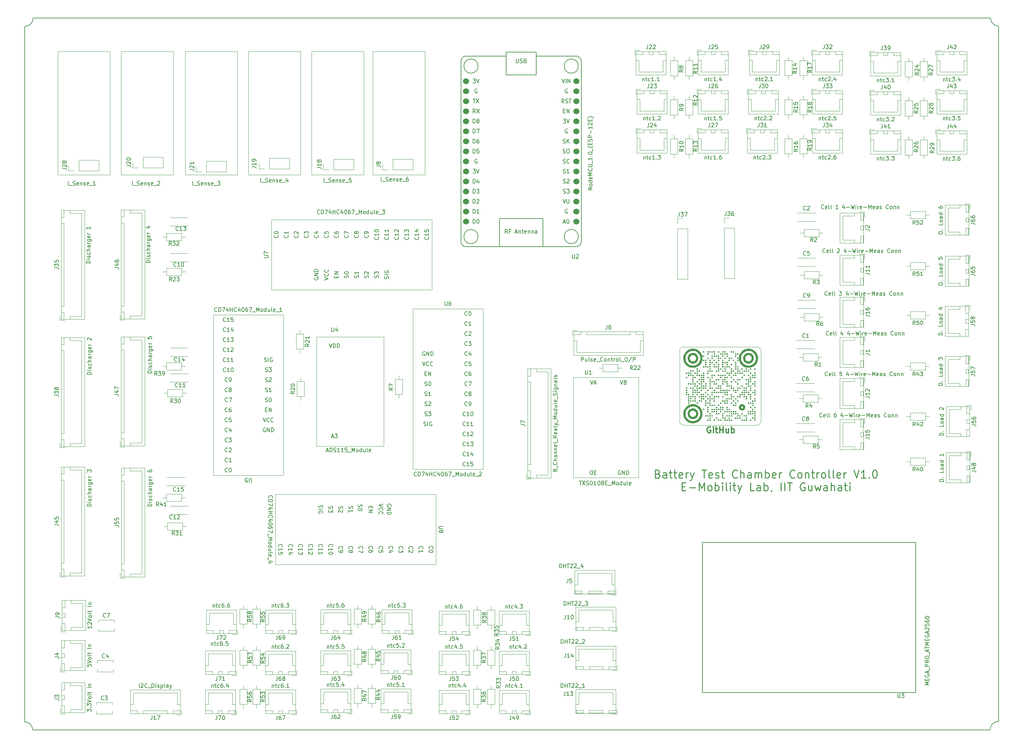
<source format=gbr>
%TF.GenerationSoftware,KiCad,Pcbnew,(6.0.7-1)-1*%
%TF.CreationDate,2022-12-15T20:56:11+05:30*%
%TF.ProjectId,BatteryCircuit,42617474-6572-4794-9369-72637569742e,rev?*%
%TF.SameCoordinates,Original*%
%TF.FileFunction,Legend,Top*%
%TF.FilePolarity,Positive*%
%FSLAX46Y46*%
G04 Gerber Fmt 4.6, Leading zero omitted, Abs format (unit mm)*
G04 Created by KiCad (PCBNEW (6.0.7-1)-1) date 2022-12-15 20:56:11*
%MOMM*%
%LPD*%
G01*
G04 APERTURE LIST*
%ADD10C,0.150000*%
%ADD11C,0.230000*%
%ADD12C,0.300000*%
%ADD13C,0.120000*%
%ADD14C,0.127000*%
%ADD15C,1.524000*%
G04 APERTURE END LIST*
D10*
X25400000Y-216408000D02*
X25400000Y-40219159D01*
X272034000Y-40132000D02*
X272034000Y-216320841D01*
X270002000Y-38100000D02*
G75*
G03*
X272034000Y-40132000I2032000J0D01*
G01*
X271946841Y-216320841D02*
G75*
G03*
X269914841Y-218352841I-41J-2031959D01*
G01*
X269875000Y-218440000D02*
X27432000Y-218440000D01*
X27519159Y-38100000D02*
X270002000Y-38100000D01*
X27432000Y-218440000D02*
G75*
G03*
X25400000Y-216408000I-2032000J0D01*
G01*
X25487159Y-40219159D02*
G75*
G03*
X27519159Y-38187159I1J2031999D01*
G01*
D11*
X185750447Y-153568142D02*
X186036161Y-153663380D01*
X186131399Y-153758619D01*
X186226638Y-153949095D01*
X186226638Y-154234809D01*
X186131399Y-154425285D01*
X186036161Y-154520523D01*
X185845685Y-154615761D01*
X185083780Y-154615761D01*
X185083780Y-152615761D01*
X185750447Y-152615761D01*
X185940923Y-152711000D01*
X186036161Y-152806238D01*
X186131399Y-152996714D01*
X186131399Y-153187190D01*
X186036161Y-153377666D01*
X185940923Y-153472904D01*
X185750447Y-153568142D01*
X185083780Y-153568142D01*
X187940923Y-154615761D02*
X187940923Y-153568142D01*
X187845685Y-153377666D01*
X187655209Y-153282428D01*
X187274257Y-153282428D01*
X187083780Y-153377666D01*
X187940923Y-154520523D02*
X187750447Y-154615761D01*
X187274257Y-154615761D01*
X187083780Y-154520523D01*
X186988542Y-154330047D01*
X186988542Y-154139571D01*
X187083780Y-153949095D01*
X187274257Y-153853857D01*
X187750447Y-153853857D01*
X187940923Y-153758619D01*
X188607590Y-153282428D02*
X189369495Y-153282428D01*
X188893304Y-152615761D02*
X188893304Y-154330047D01*
X188988542Y-154520523D01*
X189179019Y-154615761D01*
X189369495Y-154615761D01*
X189750447Y-153282428D02*
X190512352Y-153282428D01*
X190036161Y-152615761D02*
X190036161Y-154330047D01*
X190131399Y-154520523D01*
X190321876Y-154615761D01*
X190512352Y-154615761D01*
X191940923Y-154520523D02*
X191750447Y-154615761D01*
X191369495Y-154615761D01*
X191179019Y-154520523D01*
X191083780Y-154330047D01*
X191083780Y-153568142D01*
X191179019Y-153377666D01*
X191369495Y-153282428D01*
X191750447Y-153282428D01*
X191940923Y-153377666D01*
X192036161Y-153568142D01*
X192036161Y-153758619D01*
X191083780Y-153949095D01*
X192893304Y-154615761D02*
X192893304Y-153282428D01*
X192893304Y-153663380D02*
X192988542Y-153472904D01*
X193083780Y-153377666D01*
X193274257Y-153282428D01*
X193464733Y-153282428D01*
X193940923Y-153282428D02*
X194417114Y-154615761D01*
X194893304Y-153282428D02*
X194417114Y-154615761D01*
X194226638Y-155091952D01*
X194131399Y-155187190D01*
X193940923Y-155282428D01*
X196893304Y-152615761D02*
X198036161Y-152615761D01*
X197464733Y-154615761D02*
X197464733Y-152615761D01*
X199464733Y-154520523D02*
X199274257Y-154615761D01*
X198893304Y-154615761D01*
X198702828Y-154520523D01*
X198607590Y-154330047D01*
X198607590Y-153568142D01*
X198702828Y-153377666D01*
X198893304Y-153282428D01*
X199274257Y-153282428D01*
X199464733Y-153377666D01*
X199559971Y-153568142D01*
X199559971Y-153758619D01*
X198607590Y-153949095D01*
X200321876Y-154520523D02*
X200512352Y-154615761D01*
X200893304Y-154615761D01*
X201083780Y-154520523D01*
X201179019Y-154330047D01*
X201179019Y-154234809D01*
X201083780Y-154044333D01*
X200893304Y-153949095D01*
X200607590Y-153949095D01*
X200417114Y-153853857D01*
X200321876Y-153663380D01*
X200321876Y-153568142D01*
X200417114Y-153377666D01*
X200607590Y-153282428D01*
X200893304Y-153282428D01*
X201083780Y-153377666D01*
X201750447Y-153282428D02*
X202512352Y-153282428D01*
X202036161Y-152615761D02*
X202036161Y-154330047D01*
X202131399Y-154520523D01*
X202321876Y-154615761D01*
X202512352Y-154615761D01*
X205845685Y-154425285D02*
X205750447Y-154520523D01*
X205464733Y-154615761D01*
X205274257Y-154615761D01*
X204988542Y-154520523D01*
X204798066Y-154330047D01*
X204702828Y-154139571D01*
X204607590Y-153758619D01*
X204607590Y-153472904D01*
X204702828Y-153091952D01*
X204798066Y-152901476D01*
X204988542Y-152711000D01*
X205274257Y-152615761D01*
X205464733Y-152615761D01*
X205750447Y-152711000D01*
X205845685Y-152806238D01*
X206702828Y-154615761D02*
X206702828Y-152615761D01*
X207559971Y-154615761D02*
X207559971Y-153568142D01*
X207464733Y-153377666D01*
X207274257Y-153282428D01*
X206988542Y-153282428D01*
X206798066Y-153377666D01*
X206702828Y-153472904D01*
X209369495Y-154615761D02*
X209369495Y-153568142D01*
X209274257Y-153377666D01*
X209083780Y-153282428D01*
X208702828Y-153282428D01*
X208512352Y-153377666D01*
X209369495Y-154520523D02*
X209179019Y-154615761D01*
X208702828Y-154615761D01*
X208512352Y-154520523D01*
X208417114Y-154330047D01*
X208417114Y-154139571D01*
X208512352Y-153949095D01*
X208702828Y-153853857D01*
X209179019Y-153853857D01*
X209369495Y-153758619D01*
X210321876Y-154615761D02*
X210321876Y-153282428D01*
X210321876Y-153472904D02*
X210417114Y-153377666D01*
X210607590Y-153282428D01*
X210893304Y-153282428D01*
X211083780Y-153377666D01*
X211179019Y-153568142D01*
X211179019Y-154615761D01*
X211179019Y-153568142D02*
X211274257Y-153377666D01*
X211464733Y-153282428D01*
X211750447Y-153282428D01*
X211940923Y-153377666D01*
X212036161Y-153568142D01*
X212036161Y-154615761D01*
X212988542Y-154615761D02*
X212988542Y-152615761D01*
X212988542Y-153377666D02*
X213179019Y-153282428D01*
X213559971Y-153282428D01*
X213750447Y-153377666D01*
X213845685Y-153472904D01*
X213940923Y-153663380D01*
X213940923Y-154234809D01*
X213845685Y-154425285D01*
X213750447Y-154520523D01*
X213559971Y-154615761D01*
X213179019Y-154615761D01*
X212988542Y-154520523D01*
X215559971Y-154520523D02*
X215369495Y-154615761D01*
X214988542Y-154615761D01*
X214798066Y-154520523D01*
X214702828Y-154330047D01*
X214702828Y-153568142D01*
X214798066Y-153377666D01*
X214988542Y-153282428D01*
X215369495Y-153282428D01*
X215559971Y-153377666D01*
X215655209Y-153568142D01*
X215655209Y-153758619D01*
X214702828Y-153949095D01*
X216512352Y-154615761D02*
X216512352Y-153282428D01*
X216512352Y-153663380D02*
X216607590Y-153472904D01*
X216702828Y-153377666D01*
X216893304Y-153282428D01*
X217083780Y-153282428D01*
X220417114Y-154425285D02*
X220321876Y-154520523D01*
X220036161Y-154615761D01*
X219845685Y-154615761D01*
X219559971Y-154520523D01*
X219369495Y-154330047D01*
X219274257Y-154139571D01*
X219179019Y-153758619D01*
X219179019Y-153472904D01*
X219274257Y-153091952D01*
X219369495Y-152901476D01*
X219559971Y-152711000D01*
X219845685Y-152615761D01*
X220036161Y-152615761D01*
X220321876Y-152711000D01*
X220417114Y-152806238D01*
X221559971Y-154615761D02*
X221369495Y-154520523D01*
X221274257Y-154425285D01*
X221179019Y-154234809D01*
X221179019Y-153663380D01*
X221274257Y-153472904D01*
X221369495Y-153377666D01*
X221559971Y-153282428D01*
X221845685Y-153282428D01*
X222036161Y-153377666D01*
X222131399Y-153472904D01*
X222226638Y-153663380D01*
X222226638Y-154234809D01*
X222131399Y-154425285D01*
X222036161Y-154520523D01*
X221845685Y-154615761D01*
X221559971Y-154615761D01*
X223083780Y-153282428D02*
X223083780Y-154615761D01*
X223083780Y-153472904D02*
X223179019Y-153377666D01*
X223369495Y-153282428D01*
X223655209Y-153282428D01*
X223845685Y-153377666D01*
X223940923Y-153568142D01*
X223940923Y-154615761D01*
X224607590Y-153282428D02*
X225369495Y-153282428D01*
X224893304Y-152615761D02*
X224893304Y-154330047D01*
X224988542Y-154520523D01*
X225179019Y-154615761D01*
X225369495Y-154615761D01*
X226036161Y-154615761D02*
X226036161Y-153282428D01*
X226036161Y-153663380D02*
X226131399Y-153472904D01*
X226226638Y-153377666D01*
X226417114Y-153282428D01*
X226607590Y-153282428D01*
X227559971Y-154615761D02*
X227369495Y-154520523D01*
X227274257Y-154425285D01*
X227179019Y-154234809D01*
X227179019Y-153663380D01*
X227274257Y-153472904D01*
X227369495Y-153377666D01*
X227559971Y-153282428D01*
X227845685Y-153282428D01*
X228036161Y-153377666D01*
X228131399Y-153472904D01*
X228226638Y-153663380D01*
X228226638Y-154234809D01*
X228131399Y-154425285D01*
X228036161Y-154520523D01*
X227845685Y-154615761D01*
X227559971Y-154615761D01*
X229369495Y-154615761D02*
X229179019Y-154520523D01*
X229083780Y-154330047D01*
X229083780Y-152615761D01*
X230417114Y-154615761D02*
X230226638Y-154520523D01*
X230131399Y-154330047D01*
X230131399Y-152615761D01*
X231940923Y-154520523D02*
X231750447Y-154615761D01*
X231369495Y-154615761D01*
X231179019Y-154520523D01*
X231083780Y-154330047D01*
X231083780Y-153568142D01*
X231179019Y-153377666D01*
X231369495Y-153282428D01*
X231750447Y-153282428D01*
X231940923Y-153377666D01*
X232036161Y-153568142D01*
X232036161Y-153758619D01*
X231083780Y-153949095D01*
X232893304Y-154615761D02*
X232893304Y-153282428D01*
X232893304Y-153663380D02*
X232988542Y-153472904D01*
X233083780Y-153377666D01*
X233274257Y-153282428D01*
X233464733Y-153282428D01*
X235369495Y-152615761D02*
X236036161Y-154615761D01*
X236702828Y-152615761D01*
X238417114Y-154615761D02*
X237274257Y-154615761D01*
X237845685Y-154615761D02*
X237845685Y-152615761D01*
X237655209Y-152901476D01*
X237464733Y-153091952D01*
X237274257Y-153187190D01*
X239274257Y-154425285D02*
X239369495Y-154520523D01*
X239274257Y-154615761D01*
X239179019Y-154520523D01*
X239274257Y-154425285D01*
X239274257Y-154615761D01*
X240607590Y-152615761D02*
X240798066Y-152615761D01*
X240988542Y-152711000D01*
X241083780Y-152806238D01*
X241179019Y-152996714D01*
X241274257Y-153377666D01*
X241274257Y-153853857D01*
X241179019Y-154234809D01*
X241083780Y-154425285D01*
X240988542Y-154520523D01*
X240798066Y-154615761D01*
X240607590Y-154615761D01*
X240417114Y-154520523D01*
X240321876Y-154425285D01*
X240226638Y-154234809D01*
X240131399Y-153853857D01*
X240131399Y-153377666D01*
X240226638Y-152996714D01*
X240321876Y-152806238D01*
X240417114Y-152711000D01*
X240607590Y-152615761D01*
X191893304Y-156788142D02*
X192559971Y-156788142D01*
X192845685Y-157835761D02*
X191893304Y-157835761D01*
X191893304Y-155835761D01*
X192845685Y-155835761D01*
X193702828Y-157073857D02*
X195226638Y-157073857D01*
X196179019Y-157835761D02*
X196179019Y-155835761D01*
X196845685Y-157264333D01*
X197512352Y-155835761D01*
X197512352Y-157835761D01*
X198750447Y-157835761D02*
X198559971Y-157740523D01*
X198464733Y-157645285D01*
X198369495Y-157454809D01*
X198369495Y-156883380D01*
X198464733Y-156692904D01*
X198559971Y-156597666D01*
X198750447Y-156502428D01*
X199036161Y-156502428D01*
X199226638Y-156597666D01*
X199321876Y-156692904D01*
X199417114Y-156883380D01*
X199417114Y-157454809D01*
X199321876Y-157645285D01*
X199226638Y-157740523D01*
X199036161Y-157835761D01*
X198750447Y-157835761D01*
X200274257Y-157835761D02*
X200274257Y-155835761D01*
X200274257Y-156597666D02*
X200464733Y-156502428D01*
X200845685Y-156502428D01*
X201036161Y-156597666D01*
X201131399Y-156692904D01*
X201226638Y-156883380D01*
X201226638Y-157454809D01*
X201131399Y-157645285D01*
X201036161Y-157740523D01*
X200845685Y-157835761D01*
X200464733Y-157835761D01*
X200274257Y-157740523D01*
X202083780Y-157835761D02*
X202083780Y-156502428D01*
X202083780Y-155835761D02*
X201988542Y-155931000D01*
X202083780Y-156026238D01*
X202179019Y-155931000D01*
X202083780Y-155835761D01*
X202083780Y-156026238D01*
X203321876Y-157835761D02*
X203131399Y-157740523D01*
X203036161Y-157550047D01*
X203036161Y-155835761D01*
X204083780Y-157835761D02*
X204083780Y-156502428D01*
X204083780Y-155835761D02*
X203988542Y-155931000D01*
X204083780Y-156026238D01*
X204179019Y-155931000D01*
X204083780Y-155835761D01*
X204083780Y-156026238D01*
X204750447Y-156502428D02*
X205512352Y-156502428D01*
X205036161Y-155835761D02*
X205036161Y-157550047D01*
X205131399Y-157740523D01*
X205321876Y-157835761D01*
X205512352Y-157835761D01*
X205988542Y-156502428D02*
X206464733Y-157835761D01*
X206940923Y-156502428D02*
X206464733Y-157835761D01*
X206274257Y-158311952D01*
X206179019Y-158407190D01*
X205988542Y-158502428D01*
X210179019Y-157835761D02*
X209226638Y-157835761D01*
X209226638Y-155835761D01*
X211702828Y-157835761D02*
X211702828Y-156788142D01*
X211607590Y-156597666D01*
X211417114Y-156502428D01*
X211036161Y-156502428D01*
X210845685Y-156597666D01*
X211702828Y-157740523D02*
X211512352Y-157835761D01*
X211036161Y-157835761D01*
X210845685Y-157740523D01*
X210750447Y-157550047D01*
X210750447Y-157359571D01*
X210845685Y-157169095D01*
X211036161Y-157073857D01*
X211512352Y-157073857D01*
X211702828Y-156978619D01*
X212655209Y-157835761D02*
X212655209Y-155835761D01*
X212655209Y-156597666D02*
X212845685Y-156502428D01*
X213226638Y-156502428D01*
X213417114Y-156597666D01*
X213512352Y-156692904D01*
X213607590Y-156883380D01*
X213607590Y-157454809D01*
X213512352Y-157645285D01*
X213417114Y-157740523D01*
X213226638Y-157835761D01*
X212845685Y-157835761D01*
X212655209Y-157740523D01*
X214559971Y-157740523D02*
X214559971Y-157835761D01*
X214464733Y-158026238D01*
X214369495Y-158121476D01*
X216940923Y-157835761D02*
X216940923Y-155835761D01*
X217893304Y-157835761D02*
X217893304Y-155835761D01*
X218559971Y-155835761D02*
X219702828Y-155835761D01*
X219131399Y-157835761D02*
X219131399Y-155835761D01*
X222940923Y-155931000D02*
X222750447Y-155835761D01*
X222464733Y-155835761D01*
X222179019Y-155931000D01*
X221988542Y-156121476D01*
X221893304Y-156311952D01*
X221798066Y-156692904D01*
X221798066Y-156978619D01*
X221893304Y-157359571D01*
X221988542Y-157550047D01*
X222179019Y-157740523D01*
X222464733Y-157835761D01*
X222655209Y-157835761D01*
X222940923Y-157740523D01*
X223036161Y-157645285D01*
X223036161Y-156978619D01*
X222655209Y-156978619D01*
X224750447Y-156502428D02*
X224750447Y-157835761D01*
X223893304Y-156502428D02*
X223893304Y-157550047D01*
X223988542Y-157740523D01*
X224179019Y-157835761D01*
X224464733Y-157835761D01*
X224655209Y-157740523D01*
X224750447Y-157645285D01*
X225512352Y-156502428D02*
X225893304Y-157835761D01*
X226274257Y-156883380D01*
X226655209Y-157835761D01*
X227036161Y-156502428D01*
X228655209Y-157835761D02*
X228655209Y-156788142D01*
X228559971Y-156597666D01*
X228369495Y-156502428D01*
X227988542Y-156502428D01*
X227798066Y-156597666D01*
X228655209Y-157740523D02*
X228464733Y-157835761D01*
X227988542Y-157835761D01*
X227798066Y-157740523D01*
X227702828Y-157550047D01*
X227702828Y-157359571D01*
X227798066Y-157169095D01*
X227988542Y-157073857D01*
X228464733Y-157073857D01*
X228655209Y-156978619D01*
X229607590Y-157835761D02*
X229607590Y-155835761D01*
X230464733Y-157835761D02*
X230464733Y-156788142D01*
X230369495Y-156597666D01*
X230179019Y-156502428D01*
X229893304Y-156502428D01*
X229702828Y-156597666D01*
X229607590Y-156692904D01*
X232274257Y-157835761D02*
X232274257Y-156788142D01*
X232179019Y-156597666D01*
X231988542Y-156502428D01*
X231607590Y-156502428D01*
X231417114Y-156597666D01*
X232274257Y-157740523D02*
X232083780Y-157835761D01*
X231607590Y-157835761D01*
X231417114Y-157740523D01*
X231321876Y-157550047D01*
X231321876Y-157359571D01*
X231417114Y-157169095D01*
X231607590Y-157073857D01*
X232083780Y-157073857D01*
X232274257Y-156978619D01*
X232940923Y-156502428D02*
X233702828Y-156502428D01*
X233226638Y-155835761D02*
X233226638Y-157550047D01*
X233321876Y-157740523D01*
X233512352Y-157835761D01*
X233702828Y-157835761D01*
X234369495Y-157835761D02*
X234369495Y-156502428D01*
X234369495Y-155835761D02*
X234274257Y-155931000D01*
X234369495Y-156026238D01*
X234464733Y-155931000D01*
X234369495Y-155835761D01*
X234369495Y-156026238D01*
D10*
%TO.C,J61*%
X118844476Y-194518380D02*
X118844476Y-195232666D01*
X118796857Y-195375523D01*
X118701619Y-195470761D01*
X118558761Y-195518380D01*
X118463523Y-195518380D01*
X119749238Y-194518380D02*
X119558761Y-194518380D01*
X119463523Y-194566000D01*
X119415904Y-194613619D01*
X119320666Y-194756476D01*
X119273047Y-194946952D01*
X119273047Y-195327904D01*
X119320666Y-195423142D01*
X119368285Y-195470761D01*
X119463523Y-195518380D01*
X119654000Y-195518380D01*
X119749238Y-195470761D01*
X119796857Y-195423142D01*
X119844476Y-195327904D01*
X119844476Y-195089809D01*
X119796857Y-194994571D01*
X119749238Y-194946952D01*
X119654000Y-194899333D01*
X119463523Y-194899333D01*
X119368285Y-194946952D01*
X119320666Y-194994571D01*
X119273047Y-195089809D01*
X120796857Y-195518380D02*
X120225428Y-195518380D01*
X120511142Y-195518380D02*
X120511142Y-194518380D01*
X120415904Y-194661238D01*
X120320666Y-194756476D01*
X120225428Y-194804095D01*
X117534952Y-186701714D02*
X117534952Y-187368380D01*
X117534952Y-186796952D02*
X117582571Y-186749333D01*
X117677809Y-186701714D01*
X117820666Y-186701714D01*
X117915904Y-186749333D01*
X117963523Y-186844571D01*
X117963523Y-187368380D01*
X118296857Y-186701714D02*
X118677809Y-186701714D01*
X118439714Y-186368380D02*
X118439714Y-187225523D01*
X118487333Y-187320761D01*
X118582571Y-187368380D01*
X118677809Y-187368380D01*
X119439714Y-187320761D02*
X119344476Y-187368380D01*
X119154000Y-187368380D01*
X119058761Y-187320761D01*
X119011142Y-187273142D01*
X118963523Y-187177904D01*
X118963523Y-186892190D01*
X119011142Y-186796952D01*
X119058761Y-186749333D01*
X119154000Y-186701714D01*
X119344476Y-186701714D01*
X119439714Y-186749333D01*
X120344476Y-186368380D02*
X119868285Y-186368380D01*
X119820666Y-186844571D01*
X119868285Y-186796952D01*
X119963523Y-186749333D01*
X120201619Y-186749333D01*
X120296857Y-186796952D01*
X120344476Y-186844571D01*
X120392095Y-186939809D01*
X120392095Y-187177904D01*
X120344476Y-187273142D01*
X120296857Y-187320761D01*
X120201619Y-187368380D01*
X119963523Y-187368380D01*
X119868285Y-187320761D01*
X119820666Y-187273142D01*
X120820666Y-187273142D02*
X120868285Y-187320761D01*
X120820666Y-187368380D01*
X120773047Y-187320761D01*
X120820666Y-187273142D01*
X120820666Y-187368380D01*
X121201619Y-186368380D02*
X121820666Y-186368380D01*
X121487333Y-186749333D01*
X121630190Y-186749333D01*
X121725428Y-186796952D01*
X121773047Y-186844571D01*
X121820666Y-186939809D01*
X121820666Y-187177904D01*
X121773047Y-187273142D01*
X121725428Y-187320761D01*
X121630190Y-187368380D01*
X121344476Y-187368380D01*
X121249238Y-187320761D01*
X121201619Y-187273142D01*
%TO.C,R52*%
X250944142Y-90383380D02*
X250610809Y-89907190D01*
X250372714Y-90383380D02*
X250372714Y-89383380D01*
X250753666Y-89383380D01*
X250848904Y-89431000D01*
X250896523Y-89478619D01*
X250944142Y-89573857D01*
X250944142Y-89716714D01*
X250896523Y-89811952D01*
X250848904Y-89859571D01*
X250753666Y-89907190D01*
X250372714Y-89907190D01*
X251848904Y-89383380D02*
X251372714Y-89383380D01*
X251325095Y-89859571D01*
X251372714Y-89811952D01*
X251467952Y-89764333D01*
X251706047Y-89764333D01*
X251801285Y-89811952D01*
X251848904Y-89859571D01*
X251896523Y-89954809D01*
X251896523Y-90192904D01*
X251848904Y-90288142D01*
X251801285Y-90335761D01*
X251706047Y-90383380D01*
X251467952Y-90383380D01*
X251372714Y-90335761D01*
X251325095Y-90288142D01*
X252277476Y-89478619D02*
X252325095Y-89431000D01*
X252420333Y-89383380D01*
X252658428Y-89383380D01*
X252753666Y-89431000D01*
X252801285Y-89478619D01*
X252848904Y-89573857D01*
X252848904Y-89669095D01*
X252801285Y-89811952D01*
X252229857Y-90383380D01*
X252848904Y-90383380D01*
%TO.C,R41*%
X59351942Y-161742380D02*
X59018609Y-161266190D01*
X58780514Y-161742380D02*
X58780514Y-160742380D01*
X59161466Y-160742380D01*
X59256704Y-160790000D01*
X59304323Y-160837619D01*
X59351942Y-160932857D01*
X59351942Y-161075714D01*
X59304323Y-161170952D01*
X59256704Y-161218571D01*
X59161466Y-161266190D01*
X58780514Y-161266190D01*
X60209085Y-161075714D02*
X60209085Y-161742380D01*
X59970990Y-160694761D02*
X59732895Y-161409047D01*
X60351942Y-161409047D01*
X61256704Y-161742380D02*
X60685276Y-161742380D01*
X60970990Y-161742380D02*
X60970990Y-160742380D01*
X60875752Y-160885238D01*
X60780514Y-160980476D01*
X60685276Y-161028095D01*
%TO.C,J48*%
X265274380Y-152828523D02*
X265988666Y-152828523D01*
X266131523Y-152876142D01*
X266226761Y-152971380D01*
X266274380Y-153114238D01*
X266274380Y-153209476D01*
X265607714Y-151923761D02*
X266274380Y-151923761D01*
X265226761Y-152161857D02*
X265941047Y-152399952D01*
X265941047Y-151780904D01*
X265702952Y-151257095D02*
X265655333Y-151352333D01*
X265607714Y-151399952D01*
X265512476Y-151447571D01*
X265464857Y-151447571D01*
X265369619Y-151399952D01*
X265322000Y-151352333D01*
X265274380Y-151257095D01*
X265274380Y-151066619D01*
X265322000Y-150971380D01*
X265369619Y-150923761D01*
X265464857Y-150876142D01*
X265512476Y-150876142D01*
X265607714Y-150923761D01*
X265655333Y-150971380D01*
X265702952Y-151066619D01*
X265702952Y-151257095D01*
X265750571Y-151352333D01*
X265798190Y-151399952D01*
X265893428Y-151447571D01*
X266083904Y-151447571D01*
X266179142Y-151399952D01*
X266226761Y-151352333D01*
X266274380Y-151257095D01*
X266274380Y-151066619D01*
X266226761Y-150971380D01*
X266179142Y-150923761D01*
X266083904Y-150876142D01*
X265893428Y-150876142D01*
X265798190Y-150923761D01*
X265750571Y-150971380D01*
X265702952Y-151066619D01*
X258124380Y-155519000D02*
X257124380Y-155519000D01*
X257124380Y-155280904D01*
X257172000Y-155138047D01*
X257267238Y-155042809D01*
X257362476Y-154995190D01*
X257552952Y-154947571D01*
X257695809Y-154947571D01*
X257886285Y-154995190D01*
X257981523Y-155042809D01*
X258076761Y-155138047D01*
X258124380Y-155280904D01*
X258124380Y-155519000D01*
X258029142Y-154519000D02*
X258076761Y-154471380D01*
X258124380Y-154519000D01*
X258076761Y-154566619D01*
X258029142Y-154519000D01*
X258124380Y-154519000D01*
X258124380Y-152804714D02*
X258124380Y-153280904D01*
X257124380Y-153280904D01*
X258124380Y-152328523D02*
X258076761Y-152423761D01*
X258029142Y-152471380D01*
X257933904Y-152519000D01*
X257648190Y-152519000D01*
X257552952Y-152471380D01*
X257505333Y-152423761D01*
X257457714Y-152328523D01*
X257457714Y-152185666D01*
X257505333Y-152090428D01*
X257552952Y-152042809D01*
X257648190Y-151995190D01*
X257933904Y-151995190D01*
X258029142Y-152042809D01*
X258076761Y-152090428D01*
X258124380Y-152185666D01*
X258124380Y-152328523D01*
X258124380Y-151138047D02*
X257600571Y-151138047D01*
X257505333Y-151185666D01*
X257457714Y-151280904D01*
X257457714Y-151471380D01*
X257505333Y-151566619D01*
X258076761Y-151138047D02*
X258124380Y-151233285D01*
X258124380Y-151471380D01*
X258076761Y-151566619D01*
X257981523Y-151614238D01*
X257886285Y-151614238D01*
X257791047Y-151566619D01*
X257743428Y-151471380D01*
X257743428Y-151233285D01*
X257695809Y-151138047D01*
X258124380Y-150233285D02*
X257124380Y-150233285D01*
X258076761Y-150233285D02*
X258124380Y-150328523D01*
X258124380Y-150519000D01*
X258076761Y-150614238D01*
X258029142Y-150661857D01*
X257933904Y-150709476D01*
X257648190Y-150709476D01*
X257552952Y-150661857D01*
X257505333Y-150614238D01*
X257457714Y-150519000D01*
X257457714Y-150328523D01*
X257505333Y-150233285D01*
X258124380Y-148471380D02*
X258124380Y-149042809D01*
X258124380Y-148757095D02*
X257124380Y-148757095D01*
X257267238Y-148852333D01*
X257362476Y-148947571D01*
X257410095Y-149042809D01*
%TO.C,R39*%
X58945542Y-128620780D02*
X58612209Y-128144590D01*
X58374114Y-128620780D02*
X58374114Y-127620780D01*
X58755066Y-127620780D01*
X58850304Y-127668400D01*
X58897923Y-127716019D01*
X58945542Y-127811257D01*
X58945542Y-127954114D01*
X58897923Y-128049352D01*
X58850304Y-128096971D01*
X58755066Y-128144590D01*
X58374114Y-128144590D01*
X59278876Y-127620780D02*
X59897923Y-127620780D01*
X59564590Y-128001733D01*
X59707447Y-128001733D01*
X59802685Y-128049352D01*
X59850304Y-128096971D01*
X59897923Y-128192209D01*
X59897923Y-128430304D01*
X59850304Y-128525542D01*
X59802685Y-128573161D01*
X59707447Y-128620780D01*
X59421733Y-128620780D01*
X59326495Y-128573161D01*
X59278876Y-128525542D01*
X60374114Y-128620780D02*
X60564590Y-128620780D01*
X60659828Y-128573161D01*
X60707447Y-128525542D01*
X60802685Y-128382685D01*
X60850304Y-128192209D01*
X60850304Y-127811257D01*
X60802685Y-127716019D01*
X60755066Y-127668400D01*
X60659828Y-127620780D01*
X60469352Y-127620780D01*
X60374114Y-127668400D01*
X60326495Y-127716019D01*
X60278876Y-127811257D01*
X60278876Y-128049352D01*
X60326495Y-128144590D01*
X60374114Y-128192209D01*
X60469352Y-128239828D01*
X60659828Y-128239828D01*
X60755066Y-128192209D01*
X60802685Y-128144590D01*
X60850304Y-128049352D01*
%TO.C,J23*%
X183447476Y-54830380D02*
X183447476Y-55544666D01*
X183399857Y-55687523D01*
X183304619Y-55782761D01*
X183161761Y-55830380D01*
X183066523Y-55830380D01*
X183876047Y-54925619D02*
X183923666Y-54878000D01*
X184018904Y-54830380D01*
X184257000Y-54830380D01*
X184352238Y-54878000D01*
X184399857Y-54925619D01*
X184447476Y-55020857D01*
X184447476Y-55116095D01*
X184399857Y-55258952D01*
X183828428Y-55830380D01*
X184447476Y-55830380D01*
X184780809Y-54830380D02*
X185399857Y-54830380D01*
X185066523Y-55211333D01*
X185209380Y-55211333D01*
X185304619Y-55258952D01*
X185352238Y-55306571D01*
X185399857Y-55401809D01*
X185399857Y-55639904D01*
X185352238Y-55735142D01*
X185304619Y-55782761D01*
X185209380Y-55830380D01*
X184923666Y-55830380D01*
X184828428Y-55782761D01*
X184780809Y-55735142D01*
X182137952Y-63313714D02*
X182137952Y-63980380D01*
X182137952Y-63408952D02*
X182185571Y-63361333D01*
X182280809Y-63313714D01*
X182423666Y-63313714D01*
X182518904Y-63361333D01*
X182566523Y-63456571D01*
X182566523Y-63980380D01*
X182899857Y-63313714D02*
X183280809Y-63313714D01*
X183042714Y-62980380D02*
X183042714Y-63837523D01*
X183090333Y-63932761D01*
X183185571Y-63980380D01*
X183280809Y-63980380D01*
X184042714Y-63932761D02*
X183947476Y-63980380D01*
X183757000Y-63980380D01*
X183661761Y-63932761D01*
X183614142Y-63885142D01*
X183566523Y-63789904D01*
X183566523Y-63504190D01*
X183614142Y-63408952D01*
X183661761Y-63361333D01*
X183757000Y-63313714D01*
X183947476Y-63313714D01*
X184042714Y-63361333D01*
X184995095Y-63980380D02*
X184423666Y-63980380D01*
X184709380Y-63980380D02*
X184709380Y-62980380D01*
X184614142Y-63123238D01*
X184518904Y-63218476D01*
X184423666Y-63266095D01*
X185423666Y-63885142D02*
X185471285Y-63932761D01*
X185423666Y-63980380D01*
X185376047Y-63932761D01*
X185423666Y-63885142D01*
X185423666Y-63980380D01*
X185852238Y-63075619D02*
X185899857Y-63028000D01*
X185995095Y-62980380D01*
X186233190Y-62980380D01*
X186328428Y-63028000D01*
X186376047Y-63075619D01*
X186423666Y-63170857D01*
X186423666Y-63266095D01*
X186376047Y-63408952D01*
X185804619Y-63980380D01*
X186423666Y-63980380D01*
%TO.C,R27*%
X255392180Y-51925457D02*
X254915990Y-52258790D01*
X255392180Y-52496885D02*
X254392180Y-52496885D01*
X254392180Y-52115933D01*
X254439800Y-52020695D01*
X254487419Y-51973076D01*
X254582657Y-51925457D01*
X254725514Y-51925457D01*
X254820752Y-51973076D01*
X254868371Y-52020695D01*
X254915990Y-52115933D01*
X254915990Y-52496885D01*
X254487419Y-51544504D02*
X254439800Y-51496885D01*
X254392180Y-51401647D01*
X254392180Y-51163552D01*
X254439800Y-51068314D01*
X254487419Y-51020695D01*
X254582657Y-50973076D01*
X254677895Y-50973076D01*
X254820752Y-51020695D01*
X255392180Y-51592123D01*
X255392180Y-50973076D01*
X254392180Y-50639742D02*
X254392180Y-49973076D01*
X255392180Y-50401647D01*
%TO.C,J44*%
X259373476Y-65007380D02*
X259373476Y-65721666D01*
X259325857Y-65864523D01*
X259230619Y-65959761D01*
X259087761Y-66007380D01*
X258992523Y-66007380D01*
X260278238Y-65340714D02*
X260278238Y-66007380D01*
X260040142Y-64959761D02*
X259802047Y-65674047D01*
X260421095Y-65674047D01*
X261230619Y-65340714D02*
X261230619Y-66007380D01*
X260992523Y-64959761D02*
X260754428Y-65674047D01*
X261373476Y-65674047D01*
X258063952Y-73490714D02*
X258063952Y-74157380D01*
X258063952Y-73585952D02*
X258111571Y-73538333D01*
X258206809Y-73490714D01*
X258349666Y-73490714D01*
X258444904Y-73538333D01*
X258492523Y-73633571D01*
X258492523Y-74157380D01*
X258825857Y-73490714D02*
X259206809Y-73490714D01*
X258968714Y-73157380D02*
X258968714Y-74014523D01*
X259016333Y-74109761D01*
X259111571Y-74157380D01*
X259206809Y-74157380D01*
X259968714Y-74109761D02*
X259873476Y-74157380D01*
X259683000Y-74157380D01*
X259587761Y-74109761D01*
X259540142Y-74062142D01*
X259492523Y-73966904D01*
X259492523Y-73681190D01*
X259540142Y-73585952D01*
X259587761Y-73538333D01*
X259683000Y-73490714D01*
X259873476Y-73490714D01*
X259968714Y-73538333D01*
X260302047Y-73157380D02*
X260921095Y-73157380D01*
X260587761Y-73538333D01*
X260730619Y-73538333D01*
X260825857Y-73585952D01*
X260873476Y-73633571D01*
X260921095Y-73728809D01*
X260921095Y-73966904D01*
X260873476Y-74062142D01*
X260825857Y-74109761D01*
X260730619Y-74157380D01*
X260444904Y-74157380D01*
X260349666Y-74109761D01*
X260302047Y-74062142D01*
X261349666Y-74062142D02*
X261397285Y-74109761D01*
X261349666Y-74157380D01*
X261302047Y-74109761D01*
X261349666Y-74062142D01*
X261349666Y-74157380D01*
X262254428Y-73157380D02*
X262063952Y-73157380D01*
X261968714Y-73205000D01*
X261921095Y-73252619D01*
X261825857Y-73395476D01*
X261778238Y-73585952D01*
X261778238Y-73966904D01*
X261825857Y-74062142D01*
X261873476Y-74109761D01*
X261968714Y-74157380D01*
X262159190Y-74157380D01*
X262254428Y-74109761D01*
X262302047Y-74062142D01*
X262349666Y-73966904D01*
X262349666Y-73728809D01*
X262302047Y-73633571D01*
X262254428Y-73585952D01*
X262159190Y-73538333D01*
X261968714Y-73538333D01*
X261873476Y-73585952D01*
X261825857Y-73633571D01*
X261778238Y-73728809D01*
%TO.C,J40*%
X242629476Y-55084380D02*
X242629476Y-55798666D01*
X242581857Y-55941523D01*
X242486619Y-56036761D01*
X242343761Y-56084380D01*
X242248523Y-56084380D01*
X243534238Y-55417714D02*
X243534238Y-56084380D01*
X243296142Y-55036761D02*
X243058047Y-55751047D01*
X243677095Y-55751047D01*
X244248523Y-55084380D02*
X244343761Y-55084380D01*
X244439000Y-55132000D01*
X244486619Y-55179619D01*
X244534238Y-55274857D01*
X244581857Y-55465333D01*
X244581857Y-55703428D01*
X244534238Y-55893904D01*
X244486619Y-55989142D01*
X244439000Y-56036761D01*
X244343761Y-56084380D01*
X244248523Y-56084380D01*
X244153285Y-56036761D01*
X244105666Y-55989142D01*
X244058047Y-55893904D01*
X244010428Y-55703428D01*
X244010428Y-55465333D01*
X244058047Y-55274857D01*
X244105666Y-55179619D01*
X244153285Y-55132000D01*
X244248523Y-55084380D01*
X241319952Y-63567714D02*
X241319952Y-64234380D01*
X241319952Y-63662952D02*
X241367571Y-63615333D01*
X241462809Y-63567714D01*
X241605666Y-63567714D01*
X241700904Y-63615333D01*
X241748523Y-63710571D01*
X241748523Y-64234380D01*
X242081857Y-63567714D02*
X242462809Y-63567714D01*
X242224714Y-63234380D02*
X242224714Y-64091523D01*
X242272333Y-64186761D01*
X242367571Y-64234380D01*
X242462809Y-64234380D01*
X243224714Y-64186761D02*
X243129476Y-64234380D01*
X242939000Y-64234380D01*
X242843761Y-64186761D01*
X242796142Y-64139142D01*
X242748523Y-64043904D01*
X242748523Y-63758190D01*
X242796142Y-63662952D01*
X242843761Y-63615333D01*
X242939000Y-63567714D01*
X243129476Y-63567714D01*
X243224714Y-63615333D01*
X243558047Y-63234380D02*
X244177095Y-63234380D01*
X243843761Y-63615333D01*
X243986619Y-63615333D01*
X244081857Y-63662952D01*
X244129476Y-63710571D01*
X244177095Y-63805809D01*
X244177095Y-64043904D01*
X244129476Y-64139142D01*
X244081857Y-64186761D01*
X243986619Y-64234380D01*
X243700904Y-64234380D01*
X243605666Y-64186761D01*
X243558047Y-64139142D01*
X244605666Y-64139142D02*
X244653285Y-64186761D01*
X244605666Y-64234380D01*
X244558047Y-64186761D01*
X244605666Y-64139142D01*
X244605666Y-64234380D01*
X245034238Y-63329619D02*
X245081857Y-63282000D01*
X245177095Y-63234380D01*
X245415190Y-63234380D01*
X245510428Y-63282000D01*
X245558047Y-63329619D01*
X245605666Y-63424857D01*
X245605666Y-63520095D01*
X245558047Y-63662952D01*
X244986619Y-64234380D01*
X245605666Y-64234380D01*
%TO.C,C7*%
X45917333Y-189791142D02*
X45869714Y-189838761D01*
X45726857Y-189886380D01*
X45631619Y-189886380D01*
X45488761Y-189838761D01*
X45393523Y-189743523D01*
X45345904Y-189648285D01*
X45298285Y-189457809D01*
X45298285Y-189314952D01*
X45345904Y-189124476D01*
X45393523Y-189029238D01*
X45488761Y-188934000D01*
X45631619Y-188886380D01*
X45726857Y-188886380D01*
X45869714Y-188934000D01*
X45917333Y-188981619D01*
X46250666Y-188886380D02*
X46917333Y-188886380D01*
X46488761Y-189886380D01*
%TO.C,R31*%
X63365142Y-169057580D02*
X63031809Y-168581390D01*
X62793714Y-169057580D02*
X62793714Y-168057580D01*
X63174666Y-168057580D01*
X63269904Y-168105200D01*
X63317523Y-168152819D01*
X63365142Y-168248057D01*
X63365142Y-168390914D01*
X63317523Y-168486152D01*
X63269904Y-168533771D01*
X63174666Y-168581390D01*
X62793714Y-168581390D01*
X63698476Y-168057580D02*
X64317523Y-168057580D01*
X63984190Y-168438533D01*
X64127047Y-168438533D01*
X64222285Y-168486152D01*
X64269904Y-168533771D01*
X64317523Y-168629009D01*
X64317523Y-168867104D01*
X64269904Y-168962342D01*
X64222285Y-169009961D01*
X64127047Y-169057580D01*
X63841333Y-169057580D01*
X63746095Y-169009961D01*
X63698476Y-168962342D01*
X65269904Y-169057580D02*
X64698476Y-169057580D01*
X64984190Y-169057580D02*
X64984190Y-168057580D01*
X64888952Y-168200438D01*
X64793714Y-168295676D01*
X64698476Y-168343295D01*
D12*
%TO.C,GitHub*%
X199099714Y-141732000D02*
X198954571Y-141659428D01*
X198736857Y-141659428D01*
X198519142Y-141732000D01*
X198374000Y-141877142D01*
X198301428Y-142022285D01*
X198228857Y-142312571D01*
X198228857Y-142530285D01*
X198301428Y-142820571D01*
X198374000Y-142965714D01*
X198519142Y-143110857D01*
X198736857Y-143183428D01*
X198882000Y-143183428D01*
X199099714Y-143110857D01*
X199172285Y-143038285D01*
X199172285Y-142530285D01*
X198882000Y-142530285D01*
X199825428Y-143183428D02*
X199825428Y-142167428D01*
X199825428Y-141659428D02*
X199752857Y-141732000D01*
X199825428Y-141804571D01*
X199898000Y-141732000D01*
X199825428Y-141659428D01*
X199825428Y-141804571D01*
X200333428Y-142167428D02*
X200914000Y-142167428D01*
X200551142Y-141659428D02*
X200551142Y-142965714D01*
X200623714Y-143110857D01*
X200768857Y-143183428D01*
X200914000Y-143183428D01*
X201422000Y-143183428D02*
X201422000Y-141659428D01*
X201422000Y-142385142D02*
X202292857Y-142385142D01*
X202292857Y-143183428D02*
X202292857Y-141659428D01*
X203671714Y-142167428D02*
X203671714Y-143183428D01*
X203018571Y-142167428D02*
X203018571Y-142965714D01*
X203091142Y-143110857D01*
X203236285Y-143183428D01*
X203454000Y-143183428D01*
X203599142Y-143110857D01*
X203671714Y-143038285D01*
X204397428Y-143183428D02*
X204397428Y-141659428D01*
X204397428Y-142240000D02*
X204542571Y-142167428D01*
X204832857Y-142167428D01*
X204978000Y-142240000D01*
X205050571Y-142312571D01*
X205123142Y-142457714D01*
X205123142Y-142893142D01*
X205050571Y-143038285D01*
X204978000Y-143110857D01*
X204832857Y-143183428D01*
X204542571Y-143183428D01*
X204397428Y-143110857D01*
D10*
%TO.C,R43*%
X250944142Y-128737380D02*
X250610809Y-128261190D01*
X250372714Y-128737380D02*
X250372714Y-127737380D01*
X250753666Y-127737380D01*
X250848904Y-127785000D01*
X250896523Y-127832619D01*
X250944142Y-127927857D01*
X250944142Y-128070714D01*
X250896523Y-128165952D01*
X250848904Y-128213571D01*
X250753666Y-128261190D01*
X250372714Y-128261190D01*
X251801285Y-128070714D02*
X251801285Y-128737380D01*
X251563190Y-127689761D02*
X251325095Y-128404047D01*
X251944142Y-128404047D01*
X252229857Y-127737380D02*
X252848904Y-127737380D01*
X252515571Y-128118333D01*
X252658428Y-128118333D01*
X252753666Y-128165952D01*
X252801285Y-128213571D01*
X252848904Y-128308809D01*
X252848904Y-128546904D01*
X252801285Y-128642142D01*
X252753666Y-128689761D01*
X252658428Y-128737380D01*
X252372714Y-128737380D01*
X252277476Y-128689761D01*
X252229857Y-128642142D01*
%TO.C,J36*%
X203025476Y-87165380D02*
X203025476Y-87879666D01*
X202977857Y-88022523D01*
X202882619Y-88117761D01*
X202739761Y-88165380D01*
X202644523Y-88165380D01*
X203406428Y-87165380D02*
X204025476Y-87165380D01*
X203692142Y-87546333D01*
X203835000Y-87546333D01*
X203930238Y-87593952D01*
X203977857Y-87641571D01*
X204025476Y-87736809D01*
X204025476Y-87974904D01*
X203977857Y-88070142D01*
X203930238Y-88117761D01*
X203835000Y-88165380D01*
X203549285Y-88165380D01*
X203454047Y-88117761D01*
X203406428Y-88070142D01*
X204882619Y-87165380D02*
X204692142Y-87165380D01*
X204596904Y-87213000D01*
X204549285Y-87260619D01*
X204454047Y-87403476D01*
X204406428Y-87593952D01*
X204406428Y-87974904D01*
X204454047Y-88070142D01*
X204501666Y-88117761D01*
X204596904Y-88165380D01*
X204787380Y-88165380D01*
X204882619Y-88117761D01*
X204930238Y-88070142D01*
X204977857Y-87974904D01*
X204977857Y-87736809D01*
X204930238Y-87641571D01*
X204882619Y-87593952D01*
X204787380Y-87546333D01*
X204596904Y-87546333D01*
X204501666Y-87593952D01*
X204454047Y-87641571D01*
X204406428Y-87736809D01*
%TO.C,R7*%
X118674380Y-131738666D02*
X118198190Y-132072000D01*
X118674380Y-132310095D02*
X117674380Y-132310095D01*
X117674380Y-131929142D01*
X117722000Y-131833904D01*
X117769619Y-131786285D01*
X117864857Y-131738666D01*
X118007714Y-131738666D01*
X118102952Y-131786285D01*
X118150571Y-131833904D01*
X118198190Y-131929142D01*
X118198190Y-132310095D01*
X117674380Y-131405333D02*
X117674380Y-130738666D01*
X118674380Y-131167238D01*
%TO.C,J37*%
X191214476Y-87292380D02*
X191214476Y-88006666D01*
X191166857Y-88149523D01*
X191071619Y-88244761D01*
X190928761Y-88292380D01*
X190833523Y-88292380D01*
X191595428Y-87292380D02*
X192214476Y-87292380D01*
X191881142Y-87673333D01*
X192024000Y-87673333D01*
X192119238Y-87720952D01*
X192166857Y-87768571D01*
X192214476Y-87863809D01*
X192214476Y-88101904D01*
X192166857Y-88197142D01*
X192119238Y-88244761D01*
X192024000Y-88292380D01*
X191738285Y-88292380D01*
X191643047Y-88244761D01*
X191595428Y-88197142D01*
X192547809Y-87292380D02*
X193214476Y-87292380D01*
X192785904Y-88292380D01*
%TO.C,J66*%
X265020380Y-90090523D02*
X265734666Y-90090523D01*
X265877523Y-90138142D01*
X265972761Y-90233380D01*
X266020380Y-90376238D01*
X266020380Y-90471476D01*
X265020380Y-89185761D02*
X265020380Y-89376238D01*
X265068000Y-89471476D01*
X265115619Y-89519095D01*
X265258476Y-89614333D01*
X265448952Y-89661952D01*
X265829904Y-89661952D01*
X265925142Y-89614333D01*
X265972761Y-89566714D01*
X266020380Y-89471476D01*
X266020380Y-89281000D01*
X265972761Y-89185761D01*
X265925142Y-89138142D01*
X265829904Y-89090523D01*
X265591809Y-89090523D01*
X265496571Y-89138142D01*
X265448952Y-89185761D01*
X265401333Y-89281000D01*
X265401333Y-89471476D01*
X265448952Y-89566714D01*
X265496571Y-89614333D01*
X265591809Y-89661952D01*
X265020380Y-88233380D02*
X265020380Y-88423857D01*
X265068000Y-88519095D01*
X265115619Y-88566714D01*
X265258476Y-88661952D01*
X265448952Y-88709571D01*
X265829904Y-88709571D01*
X265925142Y-88661952D01*
X265972761Y-88614333D01*
X266020380Y-88519095D01*
X266020380Y-88328619D01*
X265972761Y-88233380D01*
X265925142Y-88185761D01*
X265829904Y-88138142D01*
X265591809Y-88138142D01*
X265496571Y-88185761D01*
X265448952Y-88233380D01*
X265401333Y-88328619D01*
X265401333Y-88519095D01*
X265448952Y-88614333D01*
X265496571Y-88661952D01*
X265591809Y-88709571D01*
X257870380Y-92781000D02*
X256870380Y-92781000D01*
X256870380Y-92542904D01*
X256918000Y-92400047D01*
X257013238Y-92304809D01*
X257108476Y-92257190D01*
X257298952Y-92209571D01*
X257441809Y-92209571D01*
X257632285Y-92257190D01*
X257727523Y-92304809D01*
X257822761Y-92400047D01*
X257870380Y-92542904D01*
X257870380Y-92781000D01*
X257775142Y-91781000D02*
X257822761Y-91733380D01*
X257870380Y-91781000D01*
X257822761Y-91828619D01*
X257775142Y-91781000D01*
X257870380Y-91781000D01*
X257870380Y-90066714D02*
X257870380Y-90542904D01*
X256870380Y-90542904D01*
X257870380Y-89590523D02*
X257822761Y-89685761D01*
X257775142Y-89733380D01*
X257679904Y-89781000D01*
X257394190Y-89781000D01*
X257298952Y-89733380D01*
X257251333Y-89685761D01*
X257203714Y-89590523D01*
X257203714Y-89447666D01*
X257251333Y-89352428D01*
X257298952Y-89304809D01*
X257394190Y-89257190D01*
X257679904Y-89257190D01*
X257775142Y-89304809D01*
X257822761Y-89352428D01*
X257870380Y-89447666D01*
X257870380Y-89590523D01*
X257870380Y-88400047D02*
X257346571Y-88400047D01*
X257251333Y-88447666D01*
X257203714Y-88542904D01*
X257203714Y-88733380D01*
X257251333Y-88828619D01*
X257822761Y-88400047D02*
X257870380Y-88495285D01*
X257870380Y-88733380D01*
X257822761Y-88828619D01*
X257727523Y-88876238D01*
X257632285Y-88876238D01*
X257537047Y-88828619D01*
X257489428Y-88733380D01*
X257489428Y-88495285D01*
X257441809Y-88400047D01*
X257870380Y-87495285D02*
X256870380Y-87495285D01*
X257822761Y-87495285D02*
X257870380Y-87590523D01*
X257870380Y-87781000D01*
X257822761Y-87876238D01*
X257775142Y-87923857D01*
X257679904Y-87971476D01*
X257394190Y-87971476D01*
X257298952Y-87923857D01*
X257251333Y-87876238D01*
X257203714Y-87781000D01*
X257203714Y-87590523D01*
X257251333Y-87495285D01*
X256870380Y-85828619D02*
X256870380Y-86019095D01*
X256918000Y-86114333D01*
X256965619Y-86161952D01*
X257108476Y-86257190D01*
X257298952Y-86304809D01*
X257679904Y-86304809D01*
X257775142Y-86257190D01*
X257822761Y-86209571D01*
X257870380Y-86114333D01*
X257870380Y-85923857D01*
X257822761Y-85828619D01*
X257775142Y-85781000D01*
X257679904Y-85733380D01*
X257441809Y-85733380D01*
X257346571Y-85781000D01*
X257298952Y-85828619D01*
X257251333Y-85923857D01*
X257251333Y-86114333D01*
X257298952Y-86209571D01*
X257346571Y-86257190D01*
X257441809Y-86304809D01*
%TO.C,R21*%
X97495380Y-120657857D02*
X97019190Y-120991190D01*
X97495380Y-121229285D02*
X96495380Y-121229285D01*
X96495380Y-120848333D01*
X96543000Y-120753095D01*
X96590619Y-120705476D01*
X96685857Y-120657857D01*
X96828714Y-120657857D01*
X96923952Y-120705476D01*
X96971571Y-120753095D01*
X97019190Y-120848333D01*
X97019190Y-121229285D01*
X96590619Y-120276904D02*
X96543000Y-120229285D01*
X96495380Y-120134047D01*
X96495380Y-119895952D01*
X96543000Y-119800714D01*
X96590619Y-119753095D01*
X96685857Y-119705476D01*
X96781095Y-119705476D01*
X96923952Y-119753095D01*
X97495380Y-120324523D01*
X97495380Y-119705476D01*
X97495380Y-118753095D02*
X97495380Y-119324523D01*
X97495380Y-119038809D02*
X96495380Y-119038809D01*
X96638238Y-119134047D01*
X96733476Y-119229285D01*
X96781095Y-119324523D01*
%TO.C,J41*%
X242629476Y-64990380D02*
X242629476Y-65704666D01*
X242581857Y-65847523D01*
X242486619Y-65942761D01*
X242343761Y-65990380D01*
X242248523Y-65990380D01*
X243534238Y-65323714D02*
X243534238Y-65990380D01*
X243296142Y-64942761D02*
X243058047Y-65657047D01*
X243677095Y-65657047D01*
X244581857Y-65990380D02*
X244010428Y-65990380D01*
X244296142Y-65990380D02*
X244296142Y-64990380D01*
X244200904Y-65133238D01*
X244105666Y-65228476D01*
X244010428Y-65276095D01*
X241319952Y-73473714D02*
X241319952Y-74140380D01*
X241319952Y-73568952D02*
X241367571Y-73521333D01*
X241462809Y-73473714D01*
X241605666Y-73473714D01*
X241700904Y-73521333D01*
X241748523Y-73616571D01*
X241748523Y-74140380D01*
X242081857Y-73473714D02*
X242462809Y-73473714D01*
X242224714Y-73140380D02*
X242224714Y-73997523D01*
X242272333Y-74092761D01*
X242367571Y-74140380D01*
X242462809Y-74140380D01*
X243224714Y-74092761D02*
X243129476Y-74140380D01*
X242939000Y-74140380D01*
X242843761Y-74092761D01*
X242796142Y-74045142D01*
X242748523Y-73949904D01*
X242748523Y-73664190D01*
X242796142Y-73568952D01*
X242843761Y-73521333D01*
X242939000Y-73473714D01*
X243129476Y-73473714D01*
X243224714Y-73521333D01*
X243558047Y-73140380D02*
X244177095Y-73140380D01*
X243843761Y-73521333D01*
X243986619Y-73521333D01*
X244081857Y-73568952D01*
X244129476Y-73616571D01*
X244177095Y-73711809D01*
X244177095Y-73949904D01*
X244129476Y-74045142D01*
X244081857Y-74092761D01*
X243986619Y-74140380D01*
X243700904Y-74140380D01*
X243605666Y-74092761D01*
X243558047Y-74045142D01*
X244605666Y-74045142D02*
X244653285Y-74092761D01*
X244605666Y-74140380D01*
X244558047Y-74092761D01*
X244605666Y-74045142D01*
X244605666Y-74140380D01*
X244986619Y-73140380D02*
X245605666Y-73140380D01*
X245272333Y-73521333D01*
X245415190Y-73521333D01*
X245510428Y-73568952D01*
X245558047Y-73616571D01*
X245605666Y-73711809D01*
X245605666Y-73949904D01*
X245558047Y-74045142D01*
X245510428Y-74092761D01*
X245415190Y-74140380D01*
X245129476Y-74140380D01*
X245034238Y-74092761D01*
X244986619Y-74045142D01*
%TO.C,J67*%
X89380476Y-214838380D02*
X89380476Y-215552666D01*
X89332857Y-215695523D01*
X89237619Y-215790761D01*
X89094761Y-215838380D01*
X88999523Y-215838380D01*
X90285238Y-214838380D02*
X90094761Y-214838380D01*
X89999523Y-214886000D01*
X89951904Y-214933619D01*
X89856666Y-215076476D01*
X89809047Y-215266952D01*
X89809047Y-215647904D01*
X89856666Y-215743142D01*
X89904285Y-215790761D01*
X89999523Y-215838380D01*
X90190000Y-215838380D01*
X90285238Y-215790761D01*
X90332857Y-215743142D01*
X90380476Y-215647904D01*
X90380476Y-215409809D01*
X90332857Y-215314571D01*
X90285238Y-215266952D01*
X90190000Y-215219333D01*
X89999523Y-215219333D01*
X89904285Y-215266952D01*
X89856666Y-215314571D01*
X89809047Y-215409809D01*
X90713809Y-214838380D02*
X91380476Y-214838380D01*
X90951904Y-215838380D01*
X88070952Y-207021714D02*
X88070952Y-207688380D01*
X88070952Y-207116952D02*
X88118571Y-207069333D01*
X88213809Y-207021714D01*
X88356666Y-207021714D01*
X88451904Y-207069333D01*
X88499523Y-207164571D01*
X88499523Y-207688380D01*
X88832857Y-207021714D02*
X89213809Y-207021714D01*
X88975714Y-206688380D02*
X88975714Y-207545523D01*
X89023333Y-207640761D01*
X89118571Y-207688380D01*
X89213809Y-207688380D01*
X89975714Y-207640761D02*
X89880476Y-207688380D01*
X89690000Y-207688380D01*
X89594761Y-207640761D01*
X89547142Y-207593142D01*
X89499523Y-207497904D01*
X89499523Y-207212190D01*
X89547142Y-207116952D01*
X89594761Y-207069333D01*
X89690000Y-207021714D01*
X89880476Y-207021714D01*
X89975714Y-207069333D01*
X90832857Y-206688380D02*
X90642380Y-206688380D01*
X90547142Y-206736000D01*
X90499523Y-206783619D01*
X90404285Y-206926476D01*
X90356666Y-207116952D01*
X90356666Y-207497904D01*
X90404285Y-207593142D01*
X90451904Y-207640761D01*
X90547142Y-207688380D01*
X90737619Y-207688380D01*
X90832857Y-207640761D01*
X90880476Y-207593142D01*
X90928095Y-207497904D01*
X90928095Y-207259809D01*
X90880476Y-207164571D01*
X90832857Y-207116952D01*
X90737619Y-207069333D01*
X90547142Y-207069333D01*
X90451904Y-207116952D01*
X90404285Y-207164571D01*
X90356666Y-207259809D01*
X91356666Y-207593142D02*
X91404285Y-207640761D01*
X91356666Y-207688380D01*
X91309047Y-207640761D01*
X91356666Y-207593142D01*
X91356666Y-207688380D01*
X92356666Y-207688380D02*
X91785238Y-207688380D01*
X92070952Y-207688380D02*
X92070952Y-206688380D01*
X91975714Y-206831238D01*
X91880476Y-206926476D01*
X91785238Y-206974095D01*
%TO.C,J54*%
X133302476Y-194789380D02*
X133302476Y-195503666D01*
X133254857Y-195646523D01*
X133159619Y-195741761D01*
X133016761Y-195789380D01*
X132921523Y-195789380D01*
X134254857Y-194789380D02*
X133778666Y-194789380D01*
X133731047Y-195265571D01*
X133778666Y-195217952D01*
X133873904Y-195170333D01*
X134112000Y-195170333D01*
X134207238Y-195217952D01*
X134254857Y-195265571D01*
X134302476Y-195360809D01*
X134302476Y-195598904D01*
X134254857Y-195694142D01*
X134207238Y-195741761D01*
X134112000Y-195789380D01*
X133873904Y-195789380D01*
X133778666Y-195741761D01*
X133731047Y-195694142D01*
X135159619Y-195122714D02*
X135159619Y-195789380D01*
X134921523Y-194741761D02*
X134683428Y-195456047D01*
X135302476Y-195456047D01*
X131992952Y-186972714D02*
X131992952Y-187639380D01*
X131992952Y-187067952D02*
X132040571Y-187020333D01*
X132135809Y-186972714D01*
X132278666Y-186972714D01*
X132373904Y-187020333D01*
X132421523Y-187115571D01*
X132421523Y-187639380D01*
X132754857Y-186972714D02*
X133135809Y-186972714D01*
X132897714Y-186639380D02*
X132897714Y-187496523D01*
X132945333Y-187591761D01*
X133040571Y-187639380D01*
X133135809Y-187639380D01*
X133897714Y-187591761D02*
X133802476Y-187639380D01*
X133612000Y-187639380D01*
X133516761Y-187591761D01*
X133469142Y-187544142D01*
X133421523Y-187448904D01*
X133421523Y-187163190D01*
X133469142Y-187067952D01*
X133516761Y-187020333D01*
X133612000Y-186972714D01*
X133802476Y-186972714D01*
X133897714Y-187020333D01*
X134754857Y-186972714D02*
X134754857Y-187639380D01*
X134516761Y-186591761D02*
X134278666Y-187306047D01*
X134897714Y-187306047D01*
X135278666Y-187544142D02*
X135326285Y-187591761D01*
X135278666Y-187639380D01*
X135231047Y-187591761D01*
X135278666Y-187544142D01*
X135278666Y-187639380D01*
X136183428Y-186639380D02*
X135992952Y-186639380D01*
X135897714Y-186687000D01*
X135850095Y-186734619D01*
X135754857Y-186877476D01*
X135707238Y-187067952D01*
X135707238Y-187448904D01*
X135754857Y-187544142D01*
X135802476Y-187591761D01*
X135897714Y-187639380D01*
X136088190Y-187639380D01*
X136183428Y-187591761D01*
X136231047Y-187544142D01*
X136278666Y-187448904D01*
X136278666Y-187210809D01*
X136231047Y-187115571D01*
X136183428Y-187067952D01*
X136088190Y-187020333D01*
X135897714Y-187020333D01*
X135802476Y-187067952D01*
X135754857Y-187115571D01*
X135707238Y-187210809D01*
%TO.C,U2*%
X164084095Y-98004380D02*
X164084095Y-98813904D01*
X164131714Y-98909142D01*
X164179333Y-98956761D01*
X164274571Y-99004380D01*
X164465047Y-99004380D01*
X164560285Y-98956761D01*
X164607904Y-98909142D01*
X164655523Y-98813904D01*
X164655523Y-98004380D01*
X165084095Y-98099619D02*
X165131714Y-98052000D01*
X165226952Y-98004380D01*
X165465047Y-98004380D01*
X165560285Y-98052000D01*
X165607904Y-98099619D01*
X165655523Y-98194857D01*
X165655523Y-98290095D01*
X165607904Y-98432952D01*
X165036476Y-99004380D01*
X165655523Y-99004380D01*
X169108380Y-81675714D02*
X168108380Y-81675714D01*
X169108380Y-81104285D01*
X168108380Y-81104285D01*
X169108380Y-80485238D02*
X169060761Y-80580476D01*
X169013142Y-80628095D01*
X168917904Y-80675714D01*
X168632190Y-80675714D01*
X168536952Y-80628095D01*
X168489333Y-80580476D01*
X168441714Y-80485238D01*
X168441714Y-80342380D01*
X168489333Y-80247142D01*
X168536952Y-80199523D01*
X168632190Y-80151904D01*
X168917904Y-80151904D01*
X169013142Y-80199523D01*
X169060761Y-80247142D01*
X169108380Y-80342380D01*
X169108380Y-80485238D01*
X169108380Y-79294761D02*
X168108380Y-79294761D01*
X169060761Y-79294761D02*
X169108380Y-79390000D01*
X169108380Y-79580476D01*
X169060761Y-79675714D01*
X169013142Y-79723333D01*
X168917904Y-79770952D01*
X168632190Y-79770952D01*
X168536952Y-79723333D01*
X168489333Y-79675714D01*
X168441714Y-79580476D01*
X168441714Y-79390000D01*
X168489333Y-79294761D01*
X169060761Y-78437619D02*
X169108380Y-78532857D01*
X169108380Y-78723333D01*
X169060761Y-78818571D01*
X168965523Y-78866190D01*
X168584571Y-78866190D01*
X168489333Y-78818571D01*
X168441714Y-78723333D01*
X168441714Y-78532857D01*
X168489333Y-78437619D01*
X168584571Y-78390000D01*
X168679809Y-78390000D01*
X168775047Y-78866190D01*
X169108380Y-77961428D02*
X168108380Y-77961428D01*
X168822666Y-77628095D01*
X168108380Y-77294761D01*
X169108380Y-77294761D01*
X169013142Y-76247142D02*
X169060761Y-76294761D01*
X169108380Y-76437619D01*
X169108380Y-76532857D01*
X169060761Y-76675714D01*
X168965523Y-76770952D01*
X168870285Y-76818571D01*
X168679809Y-76866190D01*
X168536952Y-76866190D01*
X168346476Y-76818571D01*
X168251238Y-76770952D01*
X168156000Y-76675714D01*
X168108380Y-76532857D01*
X168108380Y-76437619D01*
X168156000Y-76294761D01*
X168203619Y-76247142D01*
X168108380Y-75818571D02*
X168917904Y-75818571D01*
X169013142Y-75770952D01*
X169060761Y-75723333D01*
X169108380Y-75628095D01*
X169108380Y-75437619D01*
X169060761Y-75342380D01*
X169013142Y-75294761D01*
X168917904Y-75247142D01*
X168108380Y-75247142D01*
X169203619Y-75009047D02*
X169203619Y-74247142D01*
X169108380Y-73485238D02*
X169108380Y-74056666D01*
X169108380Y-73770952D02*
X168108380Y-73770952D01*
X168251238Y-73866190D01*
X168346476Y-73961428D01*
X168394095Y-74056666D01*
X169013142Y-73056666D02*
X169060761Y-73009047D01*
X169108380Y-73056666D01*
X169060761Y-73104285D01*
X169013142Y-73056666D01*
X169108380Y-73056666D01*
X168108380Y-72390000D02*
X168108380Y-72294761D01*
X168156000Y-72199523D01*
X168203619Y-72151904D01*
X168298857Y-72104285D01*
X168489333Y-72056666D01*
X168727428Y-72056666D01*
X168917904Y-72104285D01*
X169013142Y-72151904D01*
X169060761Y-72199523D01*
X169108380Y-72294761D01*
X169108380Y-72390000D01*
X169060761Y-72485238D01*
X169013142Y-72532857D01*
X168917904Y-72580476D01*
X168727428Y-72628095D01*
X168489333Y-72628095D01*
X168298857Y-72580476D01*
X168203619Y-72532857D01*
X168156000Y-72485238D01*
X168108380Y-72390000D01*
X169203619Y-71866190D02*
X169203619Y-71104285D01*
X169489333Y-70580476D02*
X169441714Y-70628095D01*
X169298857Y-70723333D01*
X169203619Y-70770952D01*
X169060761Y-70818571D01*
X168822666Y-70866190D01*
X168632190Y-70866190D01*
X168394095Y-70818571D01*
X168251238Y-70770952D01*
X168156000Y-70723333D01*
X168013142Y-70628095D01*
X167965523Y-70580476D01*
X168584571Y-70199523D02*
X168584571Y-69866190D01*
X169108380Y-69723333D02*
X169108380Y-70199523D01*
X168108380Y-70199523D01*
X168108380Y-69723333D01*
X169060761Y-69342380D02*
X169108380Y-69199523D01*
X169108380Y-68961428D01*
X169060761Y-68866190D01*
X169013142Y-68818571D01*
X168917904Y-68770952D01*
X168822666Y-68770952D01*
X168727428Y-68818571D01*
X168679809Y-68866190D01*
X168632190Y-68961428D01*
X168584571Y-69151904D01*
X168536952Y-69247142D01*
X168489333Y-69294761D01*
X168394095Y-69342380D01*
X168298857Y-69342380D01*
X168203619Y-69294761D01*
X168156000Y-69247142D01*
X168108380Y-69151904D01*
X168108380Y-68913809D01*
X168156000Y-68770952D01*
X169108380Y-68342380D02*
X168108380Y-68342380D01*
X168108380Y-67961428D01*
X168156000Y-67866190D01*
X168203619Y-67818571D01*
X168298857Y-67770952D01*
X168441714Y-67770952D01*
X168536952Y-67818571D01*
X168584571Y-67866190D01*
X168632190Y-67961428D01*
X168632190Y-68342380D01*
X168727428Y-67342380D02*
X168727428Y-66580476D01*
X169108380Y-65580476D02*
X169108380Y-66151904D01*
X169108380Y-65866190D02*
X168108380Y-65866190D01*
X168251238Y-65961428D01*
X168346476Y-66056666D01*
X168394095Y-66151904D01*
X168203619Y-65199523D02*
X168156000Y-65151904D01*
X168108380Y-65056666D01*
X168108380Y-64818571D01*
X168156000Y-64723333D01*
X168203619Y-64675714D01*
X168298857Y-64628095D01*
X168394095Y-64628095D01*
X168536952Y-64675714D01*
X169108380Y-65247142D01*
X169108380Y-64628095D01*
X168584571Y-64199523D02*
X168584571Y-63866190D01*
X169108380Y-63723333D02*
X169108380Y-64199523D01*
X168108380Y-64199523D01*
X168108380Y-63723333D01*
X169489333Y-63390000D02*
X169441714Y-63342380D01*
X169298857Y-63247142D01*
X169203619Y-63199523D01*
X169060761Y-63151904D01*
X168822666Y-63104285D01*
X168632190Y-63104285D01*
X168394095Y-63151904D01*
X168251238Y-63199523D01*
X168156000Y-63247142D01*
X168013142Y-63342380D01*
X167965523Y-63390000D01*
X162821904Y-66302000D02*
X162726666Y-66254380D01*
X162583809Y-66254380D01*
X162440952Y-66302000D01*
X162345714Y-66397238D01*
X162298095Y-66492476D01*
X162250476Y-66682952D01*
X162250476Y-66825809D01*
X162298095Y-67016285D01*
X162345714Y-67111523D01*
X162440952Y-67206761D01*
X162583809Y-67254380D01*
X162679047Y-67254380D01*
X162821904Y-67206761D01*
X162869523Y-67159142D01*
X162869523Y-66825809D01*
X162679047Y-66825809D01*
X138961904Y-67254380D02*
X138961904Y-66254380D01*
X139200000Y-66254380D01*
X139342857Y-66302000D01*
X139438095Y-66397238D01*
X139485714Y-66492476D01*
X139533333Y-66682952D01*
X139533333Y-66825809D01*
X139485714Y-67016285D01*
X139438095Y-67111523D01*
X139342857Y-67206761D01*
X139200000Y-67254380D01*
X138961904Y-67254380D01*
X139866666Y-66254380D02*
X140533333Y-66254380D01*
X140104761Y-67254380D01*
X162821904Y-56142000D02*
X162726666Y-56094380D01*
X162583809Y-56094380D01*
X162440952Y-56142000D01*
X162345714Y-56237238D01*
X162298095Y-56332476D01*
X162250476Y-56522952D01*
X162250476Y-56665809D01*
X162298095Y-56856285D01*
X162345714Y-56951523D01*
X162440952Y-57046761D01*
X162583809Y-57094380D01*
X162679047Y-57094380D01*
X162821904Y-57046761D01*
X162869523Y-56999142D01*
X162869523Y-56665809D01*
X162679047Y-56665809D01*
X138938095Y-58634380D02*
X139509523Y-58634380D01*
X139223809Y-59634380D02*
X139223809Y-58634380D01*
X139747619Y-58634380D02*
X140414285Y-59634380D01*
X140414285Y-58634380D02*
X139747619Y-59634380D01*
X147677619Y-92654380D02*
X147344285Y-92178190D01*
X147106190Y-92654380D02*
X147106190Y-91654380D01*
X147487142Y-91654380D01*
X147582380Y-91702000D01*
X147630000Y-91749619D01*
X147677619Y-91844857D01*
X147677619Y-91987714D01*
X147630000Y-92082952D01*
X147582380Y-92130571D01*
X147487142Y-92178190D01*
X147106190Y-92178190D01*
X148439523Y-92130571D02*
X148106190Y-92130571D01*
X148106190Y-92654380D02*
X148106190Y-91654380D01*
X148582380Y-91654380D01*
X149677619Y-92368666D02*
X150153809Y-92368666D01*
X149582380Y-92654380D02*
X149915714Y-91654380D01*
X150249047Y-92654380D01*
X150582380Y-91987714D02*
X150582380Y-92654380D01*
X150582380Y-92082952D02*
X150630000Y-92035333D01*
X150725238Y-91987714D01*
X150868095Y-91987714D01*
X150963333Y-92035333D01*
X151010952Y-92130571D01*
X151010952Y-92654380D01*
X151344285Y-91987714D02*
X151725238Y-91987714D01*
X151487142Y-91654380D02*
X151487142Y-92511523D01*
X151534761Y-92606761D01*
X151630000Y-92654380D01*
X151725238Y-92654380D01*
X152439523Y-92606761D02*
X152344285Y-92654380D01*
X152153809Y-92654380D01*
X152058571Y-92606761D01*
X152010952Y-92511523D01*
X152010952Y-92130571D01*
X152058571Y-92035333D01*
X152153809Y-91987714D01*
X152344285Y-91987714D01*
X152439523Y-92035333D01*
X152487142Y-92130571D01*
X152487142Y-92225809D01*
X152010952Y-92321047D01*
X152915714Y-91987714D02*
X152915714Y-92654380D01*
X152915714Y-92082952D02*
X152963333Y-92035333D01*
X153058571Y-91987714D01*
X153201428Y-91987714D01*
X153296666Y-92035333D01*
X153344285Y-92130571D01*
X153344285Y-92654380D01*
X153820476Y-91987714D02*
X153820476Y-92654380D01*
X153820476Y-92082952D02*
X153868095Y-92035333D01*
X153963333Y-91987714D01*
X154106190Y-91987714D01*
X154201428Y-92035333D01*
X154249047Y-92130571D01*
X154249047Y-92654380D01*
X155153809Y-92654380D02*
X155153809Y-92130571D01*
X155106190Y-92035333D01*
X155010952Y-91987714D01*
X154820476Y-91987714D01*
X154725238Y-92035333D01*
X155153809Y-92606761D02*
X155058571Y-92654380D01*
X154820476Y-92654380D01*
X154725238Y-92606761D01*
X154677619Y-92511523D01*
X154677619Y-92416285D01*
X154725238Y-92321047D01*
X154820476Y-92273428D01*
X155058571Y-92273428D01*
X155153809Y-92225809D01*
X161750476Y-72286761D02*
X161893333Y-72334380D01*
X162131428Y-72334380D01*
X162226666Y-72286761D01*
X162274285Y-72239142D01*
X162321904Y-72143904D01*
X162321904Y-72048666D01*
X162274285Y-71953428D01*
X162226666Y-71905809D01*
X162131428Y-71858190D01*
X161940952Y-71810571D01*
X161845714Y-71762952D01*
X161798095Y-71715333D01*
X161750476Y-71620095D01*
X161750476Y-71524857D01*
X161798095Y-71429619D01*
X161845714Y-71382000D01*
X161940952Y-71334380D01*
X162179047Y-71334380D01*
X162321904Y-71382000D01*
X162940952Y-71334380D02*
X163131428Y-71334380D01*
X163226666Y-71382000D01*
X163321904Y-71477238D01*
X163369523Y-71667714D01*
X163369523Y-72001047D01*
X163321904Y-72191523D01*
X163226666Y-72286761D01*
X163131428Y-72334380D01*
X162940952Y-72334380D01*
X162845714Y-72286761D01*
X162750476Y-72191523D01*
X162702857Y-72001047D01*
X162702857Y-71667714D01*
X162750476Y-71477238D01*
X162845714Y-71382000D01*
X162940952Y-71334380D01*
X138961904Y-82494380D02*
X138961904Y-81494380D01*
X139200000Y-81494380D01*
X139342857Y-81542000D01*
X139438095Y-81637238D01*
X139485714Y-81732476D01*
X139533333Y-81922952D01*
X139533333Y-82065809D01*
X139485714Y-82256285D01*
X139438095Y-82351523D01*
X139342857Y-82446761D01*
X139200000Y-82494380D01*
X138961904Y-82494380D01*
X139866666Y-81494380D02*
X140485714Y-81494380D01*
X140152380Y-81875333D01*
X140295238Y-81875333D01*
X140390476Y-81922952D01*
X140438095Y-81970571D01*
X140485714Y-82065809D01*
X140485714Y-82303904D01*
X140438095Y-82399142D01*
X140390476Y-82446761D01*
X140295238Y-82494380D01*
X140009523Y-82494380D01*
X139914285Y-82446761D01*
X139866666Y-82399142D01*
X138961904Y-90114380D02*
X138961904Y-89114380D01*
X139200000Y-89114380D01*
X139342857Y-89162000D01*
X139438095Y-89257238D01*
X139485714Y-89352476D01*
X139533333Y-89542952D01*
X139533333Y-89685809D01*
X139485714Y-89876285D01*
X139438095Y-89971523D01*
X139342857Y-90066761D01*
X139200000Y-90114380D01*
X138961904Y-90114380D01*
X140152380Y-89114380D02*
X140247619Y-89114380D01*
X140342857Y-89162000D01*
X140390476Y-89209619D01*
X140438095Y-89304857D01*
X140485714Y-89495333D01*
X140485714Y-89733428D01*
X140438095Y-89923904D01*
X140390476Y-90019142D01*
X140342857Y-90066761D01*
X140247619Y-90114380D01*
X140152380Y-90114380D01*
X140057142Y-90066761D01*
X140009523Y-90019142D01*
X139961904Y-89923904D01*
X139914285Y-89733428D01*
X139914285Y-89495333D01*
X139961904Y-89304857D01*
X140009523Y-89209619D01*
X140057142Y-89162000D01*
X140152380Y-89114380D01*
X161774285Y-74826761D02*
X161917142Y-74874380D01*
X162155238Y-74874380D01*
X162250476Y-74826761D01*
X162298095Y-74779142D01*
X162345714Y-74683904D01*
X162345714Y-74588666D01*
X162298095Y-74493428D01*
X162250476Y-74445809D01*
X162155238Y-74398190D01*
X161964761Y-74350571D01*
X161869523Y-74302952D01*
X161821904Y-74255333D01*
X161774285Y-74160095D01*
X161774285Y-74064857D01*
X161821904Y-73969619D01*
X161869523Y-73922000D01*
X161964761Y-73874380D01*
X162202857Y-73874380D01*
X162345714Y-73922000D01*
X163345714Y-74779142D02*
X163298095Y-74826761D01*
X163155238Y-74874380D01*
X163060000Y-74874380D01*
X162917142Y-74826761D01*
X162821904Y-74731523D01*
X162774285Y-74636285D01*
X162726666Y-74445809D01*
X162726666Y-74302952D01*
X162774285Y-74112476D01*
X162821904Y-74017238D01*
X162917142Y-73922000D01*
X163060000Y-73874380D01*
X163155238Y-73874380D01*
X163298095Y-73922000D01*
X163345714Y-73969619D01*
X161821904Y-61650571D02*
X162155238Y-61650571D01*
X162298095Y-62174380D02*
X161821904Y-62174380D01*
X161821904Y-61174380D01*
X162298095Y-61174380D01*
X162726666Y-62174380D02*
X162726666Y-61174380D01*
X163298095Y-62174380D01*
X163298095Y-61174380D01*
X138938095Y-53554380D02*
X139557142Y-53554380D01*
X139223809Y-53935333D01*
X139366666Y-53935333D01*
X139461904Y-53982952D01*
X139509523Y-54030571D01*
X139557142Y-54125809D01*
X139557142Y-54363904D01*
X139509523Y-54459142D01*
X139461904Y-54506761D01*
X139366666Y-54554380D01*
X139080952Y-54554380D01*
X138985714Y-54506761D01*
X138938095Y-54459142D01*
X139842857Y-53554380D02*
X140176190Y-54554380D01*
X140509523Y-53554380D01*
X138938095Y-76414380D02*
X139557142Y-76414380D01*
X139223809Y-76795333D01*
X139366666Y-76795333D01*
X139461904Y-76842952D01*
X139509523Y-76890571D01*
X139557142Y-76985809D01*
X139557142Y-77223904D01*
X139509523Y-77319142D01*
X139461904Y-77366761D01*
X139366666Y-77414380D01*
X139080952Y-77414380D01*
X138985714Y-77366761D01*
X138938095Y-77319142D01*
X139842857Y-76414380D02*
X140176190Y-77414380D01*
X140509523Y-76414380D01*
X162012380Y-59634380D02*
X161679047Y-59158190D01*
X161440952Y-59634380D02*
X161440952Y-58634380D01*
X161821904Y-58634380D01*
X161917142Y-58682000D01*
X161964761Y-58729619D01*
X162012380Y-58824857D01*
X162012380Y-58967714D01*
X161964761Y-59062952D01*
X161917142Y-59110571D01*
X161821904Y-59158190D01*
X161440952Y-59158190D01*
X162393333Y-59586761D02*
X162536190Y-59634380D01*
X162774285Y-59634380D01*
X162869523Y-59586761D01*
X162917142Y-59539142D01*
X162964761Y-59443904D01*
X162964761Y-59348666D01*
X162917142Y-59253428D01*
X162869523Y-59205809D01*
X162774285Y-59158190D01*
X162583809Y-59110571D01*
X162488571Y-59062952D01*
X162440952Y-59015333D01*
X162393333Y-58920095D01*
X162393333Y-58824857D01*
X162440952Y-58729619D01*
X162488571Y-58682000D01*
X162583809Y-58634380D01*
X162821904Y-58634380D01*
X162964761Y-58682000D01*
X163250476Y-58634380D02*
X163821904Y-58634380D01*
X163536190Y-59634380D02*
X163536190Y-58634380D01*
X149868095Y-48474380D02*
X149868095Y-49283904D01*
X149915714Y-49379142D01*
X149963333Y-49426761D01*
X150058571Y-49474380D01*
X150249047Y-49474380D01*
X150344285Y-49426761D01*
X150391904Y-49379142D01*
X150439523Y-49283904D01*
X150439523Y-48474380D01*
X150868095Y-49426761D02*
X151010952Y-49474380D01*
X151249047Y-49474380D01*
X151344285Y-49426761D01*
X151391904Y-49379142D01*
X151439523Y-49283904D01*
X151439523Y-49188666D01*
X151391904Y-49093428D01*
X151344285Y-49045809D01*
X151249047Y-48998190D01*
X151058571Y-48950571D01*
X150963333Y-48902952D01*
X150915714Y-48855333D01*
X150868095Y-48760095D01*
X150868095Y-48664857D01*
X150915714Y-48569619D01*
X150963333Y-48522000D01*
X151058571Y-48474380D01*
X151296666Y-48474380D01*
X151439523Y-48522000D01*
X152201428Y-48950571D02*
X152344285Y-48998190D01*
X152391904Y-49045809D01*
X152439523Y-49141047D01*
X152439523Y-49283904D01*
X152391904Y-49379142D01*
X152344285Y-49426761D01*
X152249047Y-49474380D01*
X151868095Y-49474380D01*
X151868095Y-48474380D01*
X152201428Y-48474380D01*
X152296666Y-48522000D01*
X152344285Y-48569619D01*
X152391904Y-48664857D01*
X152391904Y-48760095D01*
X152344285Y-48855333D01*
X152296666Y-48902952D01*
X152201428Y-48950571D01*
X151868095Y-48950571D01*
X138961904Y-72334380D02*
X138961904Y-71334380D01*
X139200000Y-71334380D01*
X139342857Y-71382000D01*
X139438095Y-71477238D01*
X139485714Y-71572476D01*
X139533333Y-71762952D01*
X139533333Y-71905809D01*
X139485714Y-72096285D01*
X139438095Y-72191523D01*
X139342857Y-72286761D01*
X139200000Y-72334380D01*
X138961904Y-72334380D01*
X140438095Y-71334380D02*
X139961904Y-71334380D01*
X139914285Y-71810571D01*
X139961904Y-71762952D01*
X140057142Y-71715333D01*
X140295238Y-71715333D01*
X140390476Y-71762952D01*
X140438095Y-71810571D01*
X140485714Y-71905809D01*
X140485714Y-72143904D01*
X140438095Y-72239142D01*
X140390476Y-72286761D01*
X140295238Y-72334380D01*
X140057142Y-72334380D01*
X139961904Y-72286761D01*
X139914285Y-72239142D01*
X161798095Y-79906761D02*
X161940952Y-79954380D01*
X162179047Y-79954380D01*
X162274285Y-79906761D01*
X162321904Y-79859142D01*
X162369523Y-79763904D01*
X162369523Y-79668666D01*
X162321904Y-79573428D01*
X162274285Y-79525809D01*
X162179047Y-79478190D01*
X161988571Y-79430571D01*
X161893333Y-79382952D01*
X161845714Y-79335333D01*
X161798095Y-79240095D01*
X161798095Y-79144857D01*
X161845714Y-79049619D01*
X161893333Y-79002000D01*
X161988571Y-78954380D01*
X162226666Y-78954380D01*
X162369523Y-79002000D01*
X162750476Y-79049619D02*
X162798095Y-79002000D01*
X162893333Y-78954380D01*
X163131428Y-78954380D01*
X163226666Y-79002000D01*
X163274285Y-79049619D01*
X163321904Y-79144857D01*
X163321904Y-79240095D01*
X163274285Y-79382952D01*
X162702857Y-79954380D01*
X163321904Y-79954380D01*
X161464761Y-53554380D02*
X161798095Y-54554380D01*
X162131428Y-53554380D01*
X162464761Y-54554380D02*
X162464761Y-53554380D01*
X162940952Y-54554380D02*
X162940952Y-53554380D01*
X163512380Y-54554380D01*
X163512380Y-53554380D01*
X138961904Y-79954380D02*
X138961904Y-78954380D01*
X139200000Y-78954380D01*
X139342857Y-79002000D01*
X139438095Y-79097238D01*
X139485714Y-79192476D01*
X139533333Y-79382952D01*
X139533333Y-79525809D01*
X139485714Y-79716285D01*
X139438095Y-79811523D01*
X139342857Y-79906761D01*
X139200000Y-79954380D01*
X138961904Y-79954380D01*
X140390476Y-79287714D02*
X140390476Y-79954380D01*
X140152380Y-78906761D02*
X139914285Y-79621047D01*
X140533333Y-79621047D01*
X139961904Y-73922000D02*
X139866666Y-73874380D01*
X139723809Y-73874380D01*
X139580952Y-73922000D01*
X139485714Y-74017238D01*
X139438095Y-74112476D01*
X139390476Y-74302952D01*
X139390476Y-74445809D01*
X139438095Y-74636285D01*
X139485714Y-74731523D01*
X139580952Y-74826761D01*
X139723809Y-74874380D01*
X139819047Y-74874380D01*
X139961904Y-74826761D01*
X140009523Y-74779142D01*
X140009523Y-74445809D01*
X139819047Y-74445809D01*
X138961904Y-69794380D02*
X138961904Y-68794380D01*
X139200000Y-68794380D01*
X139342857Y-68842000D01*
X139438095Y-68937238D01*
X139485714Y-69032476D01*
X139533333Y-69222952D01*
X139533333Y-69365809D01*
X139485714Y-69556285D01*
X139438095Y-69651523D01*
X139342857Y-69746761D01*
X139200000Y-69794380D01*
X138961904Y-69794380D01*
X140390476Y-68794380D02*
X140200000Y-68794380D01*
X140104761Y-68842000D01*
X140057142Y-68889619D01*
X139961904Y-69032476D01*
X139914285Y-69222952D01*
X139914285Y-69603904D01*
X139961904Y-69699142D01*
X140009523Y-69746761D01*
X140104761Y-69794380D01*
X140295238Y-69794380D01*
X140390476Y-69746761D01*
X140438095Y-69699142D01*
X140485714Y-69603904D01*
X140485714Y-69365809D01*
X140438095Y-69270571D01*
X140390476Y-69222952D01*
X140295238Y-69175333D01*
X140104761Y-69175333D01*
X140009523Y-69222952D01*
X139961904Y-69270571D01*
X139914285Y-69365809D01*
X138961904Y-64714380D02*
X138961904Y-63714380D01*
X139200000Y-63714380D01*
X139342857Y-63762000D01*
X139438095Y-63857238D01*
X139485714Y-63952476D01*
X139533333Y-64142952D01*
X139533333Y-64285809D01*
X139485714Y-64476285D01*
X139438095Y-64571523D01*
X139342857Y-64666761D01*
X139200000Y-64714380D01*
X138961904Y-64714380D01*
X140104761Y-64142952D02*
X140009523Y-64095333D01*
X139961904Y-64047714D01*
X139914285Y-63952476D01*
X139914285Y-63904857D01*
X139961904Y-63809619D01*
X140009523Y-63762000D01*
X140104761Y-63714380D01*
X140295238Y-63714380D01*
X140390476Y-63762000D01*
X140438095Y-63809619D01*
X140485714Y-63904857D01*
X140485714Y-63952476D01*
X140438095Y-64047714D01*
X140390476Y-64095333D01*
X140295238Y-64142952D01*
X140104761Y-64142952D01*
X140009523Y-64190571D01*
X139961904Y-64238190D01*
X139914285Y-64333428D01*
X139914285Y-64523904D01*
X139961904Y-64619142D01*
X140009523Y-64666761D01*
X140104761Y-64714380D01*
X140295238Y-64714380D01*
X140390476Y-64666761D01*
X140438095Y-64619142D01*
X140485714Y-64523904D01*
X140485714Y-64333428D01*
X140438095Y-64238190D01*
X140390476Y-64190571D01*
X140295238Y-64142952D01*
X139533333Y-62174380D02*
X139200000Y-61698190D01*
X138961904Y-62174380D02*
X138961904Y-61174380D01*
X139342857Y-61174380D01*
X139438095Y-61222000D01*
X139485714Y-61269619D01*
X139533333Y-61364857D01*
X139533333Y-61507714D01*
X139485714Y-61602952D01*
X139438095Y-61650571D01*
X139342857Y-61698190D01*
X138961904Y-61698190D01*
X139866666Y-61174380D02*
X140533333Y-62174380D01*
X140533333Y-61174380D02*
X139866666Y-62174380D01*
X161845714Y-89828666D02*
X162321904Y-89828666D01*
X161750476Y-90114380D02*
X162083809Y-89114380D01*
X162417142Y-90114380D01*
X162940952Y-89114380D02*
X163036190Y-89114380D01*
X163131428Y-89162000D01*
X163179047Y-89209619D01*
X163226666Y-89304857D01*
X163274285Y-89495333D01*
X163274285Y-89733428D01*
X163226666Y-89923904D01*
X163179047Y-90019142D01*
X163131428Y-90066761D01*
X163036190Y-90114380D01*
X162940952Y-90114380D01*
X162845714Y-90066761D01*
X162798095Y-90019142D01*
X162750476Y-89923904D01*
X162702857Y-89733428D01*
X162702857Y-89495333D01*
X162750476Y-89304857D01*
X162798095Y-89209619D01*
X162845714Y-89162000D01*
X162940952Y-89114380D01*
X161798095Y-82446761D02*
X161940952Y-82494380D01*
X162179047Y-82494380D01*
X162274285Y-82446761D01*
X162321904Y-82399142D01*
X162369523Y-82303904D01*
X162369523Y-82208666D01*
X162321904Y-82113428D01*
X162274285Y-82065809D01*
X162179047Y-82018190D01*
X161988571Y-81970571D01*
X161893333Y-81922952D01*
X161845714Y-81875333D01*
X161798095Y-81780095D01*
X161798095Y-81684857D01*
X161845714Y-81589619D01*
X161893333Y-81542000D01*
X161988571Y-81494380D01*
X162226666Y-81494380D01*
X162369523Y-81542000D01*
X162702857Y-81494380D02*
X163321904Y-81494380D01*
X162988571Y-81875333D01*
X163131428Y-81875333D01*
X163226666Y-81922952D01*
X163274285Y-81970571D01*
X163321904Y-82065809D01*
X163321904Y-82303904D01*
X163274285Y-82399142D01*
X163226666Y-82446761D01*
X163131428Y-82494380D01*
X162845714Y-82494380D01*
X162750476Y-82446761D01*
X162702857Y-82399142D01*
X161702857Y-84034380D02*
X162036190Y-85034380D01*
X162369523Y-84034380D01*
X162702857Y-84034380D02*
X162702857Y-84843904D01*
X162750476Y-84939142D01*
X162798095Y-84986761D01*
X162893333Y-85034380D01*
X163083809Y-85034380D01*
X163179047Y-84986761D01*
X163226666Y-84939142D01*
X163274285Y-84843904D01*
X163274285Y-84034380D01*
X139961904Y-56142000D02*
X139866666Y-56094380D01*
X139723809Y-56094380D01*
X139580952Y-56142000D01*
X139485714Y-56237238D01*
X139438095Y-56332476D01*
X139390476Y-56522952D01*
X139390476Y-56665809D01*
X139438095Y-56856285D01*
X139485714Y-56951523D01*
X139580952Y-57046761D01*
X139723809Y-57094380D01*
X139819047Y-57094380D01*
X139961904Y-57046761D01*
X140009523Y-56999142D01*
X140009523Y-56665809D01*
X139819047Y-56665809D01*
X138961904Y-85034380D02*
X138961904Y-84034380D01*
X139200000Y-84034380D01*
X139342857Y-84082000D01*
X139438095Y-84177238D01*
X139485714Y-84272476D01*
X139533333Y-84462952D01*
X139533333Y-84605809D01*
X139485714Y-84796285D01*
X139438095Y-84891523D01*
X139342857Y-84986761D01*
X139200000Y-85034380D01*
X138961904Y-85034380D01*
X139914285Y-84129619D02*
X139961904Y-84082000D01*
X140057142Y-84034380D01*
X140295238Y-84034380D01*
X140390476Y-84082000D01*
X140438095Y-84129619D01*
X140485714Y-84224857D01*
X140485714Y-84320095D01*
X140438095Y-84462952D01*
X139866666Y-85034380D01*
X140485714Y-85034380D01*
X161798095Y-77366761D02*
X161940952Y-77414380D01*
X162179047Y-77414380D01*
X162274285Y-77366761D01*
X162321904Y-77319142D01*
X162369523Y-77223904D01*
X162369523Y-77128666D01*
X162321904Y-77033428D01*
X162274285Y-76985809D01*
X162179047Y-76938190D01*
X161988571Y-76890571D01*
X161893333Y-76842952D01*
X161845714Y-76795333D01*
X161798095Y-76700095D01*
X161798095Y-76604857D01*
X161845714Y-76509619D01*
X161893333Y-76462000D01*
X161988571Y-76414380D01*
X162226666Y-76414380D01*
X162369523Y-76462000D01*
X163321904Y-77414380D02*
X162750476Y-77414380D01*
X163036190Y-77414380D02*
X163036190Y-76414380D01*
X162940952Y-76557238D01*
X162845714Y-76652476D01*
X162750476Y-76700095D01*
X138961904Y-87574380D02*
X138961904Y-86574380D01*
X139200000Y-86574380D01*
X139342857Y-86622000D01*
X139438095Y-86717238D01*
X139485714Y-86812476D01*
X139533333Y-87002952D01*
X139533333Y-87145809D01*
X139485714Y-87336285D01*
X139438095Y-87431523D01*
X139342857Y-87526761D01*
X139200000Y-87574380D01*
X138961904Y-87574380D01*
X140485714Y-87574380D02*
X139914285Y-87574380D01*
X140200000Y-87574380D02*
X140200000Y-86574380D01*
X140104761Y-86717238D01*
X140009523Y-86812476D01*
X139914285Y-86860095D01*
X161774285Y-69746761D02*
X161917142Y-69794380D01*
X162155238Y-69794380D01*
X162250476Y-69746761D01*
X162298095Y-69699142D01*
X162345714Y-69603904D01*
X162345714Y-69508666D01*
X162298095Y-69413428D01*
X162250476Y-69365809D01*
X162155238Y-69318190D01*
X161964761Y-69270571D01*
X161869523Y-69222952D01*
X161821904Y-69175333D01*
X161774285Y-69080095D01*
X161774285Y-68984857D01*
X161821904Y-68889619D01*
X161869523Y-68842000D01*
X161964761Y-68794380D01*
X162202857Y-68794380D01*
X162345714Y-68842000D01*
X162774285Y-69794380D02*
X162774285Y-68794380D01*
X163345714Y-69794380D02*
X162917142Y-69222952D01*
X163345714Y-68794380D02*
X162774285Y-69365809D01*
X162821904Y-86622000D02*
X162726666Y-86574380D01*
X162583809Y-86574380D01*
X162440952Y-86622000D01*
X162345714Y-86717238D01*
X162298095Y-86812476D01*
X162250476Y-87002952D01*
X162250476Y-87145809D01*
X162298095Y-87336285D01*
X162345714Y-87431523D01*
X162440952Y-87526761D01*
X162583809Y-87574380D01*
X162679047Y-87574380D01*
X162821904Y-87526761D01*
X162869523Y-87479142D01*
X162869523Y-87145809D01*
X162679047Y-87145809D01*
X161798095Y-63714380D02*
X162417142Y-63714380D01*
X162083809Y-64095333D01*
X162226666Y-64095333D01*
X162321904Y-64142952D01*
X162369523Y-64190571D01*
X162417142Y-64285809D01*
X162417142Y-64523904D01*
X162369523Y-64619142D01*
X162321904Y-64666761D01*
X162226666Y-64714380D01*
X161940952Y-64714380D01*
X161845714Y-64666761D01*
X161798095Y-64619142D01*
X162702857Y-63714380D02*
X163036190Y-64714380D01*
X163369523Y-63714380D01*
%TO.C,J21*%
X67226380Y-76501523D02*
X67940666Y-76501523D01*
X68083523Y-76549142D01*
X68178761Y-76644380D01*
X68226380Y-76787238D01*
X68226380Y-76882476D01*
X67321619Y-76072952D02*
X67274000Y-76025333D01*
X67226380Y-75930095D01*
X67226380Y-75692000D01*
X67274000Y-75596761D01*
X67321619Y-75549142D01*
X67416857Y-75501523D01*
X67512095Y-75501523D01*
X67654952Y-75549142D01*
X68226380Y-76120571D01*
X68226380Y-75501523D01*
X68226380Y-74549142D02*
X68226380Y-75120571D01*
X68226380Y-74834857D02*
X67226380Y-74834857D01*
X67369238Y-74930095D01*
X67464476Y-75025333D01*
X67512095Y-75120571D01*
X67945428Y-80462380D02*
X67945428Y-79462380D01*
X68183523Y-80557619D02*
X68945428Y-80557619D01*
X69135904Y-80414761D02*
X69278761Y-80462380D01*
X69516857Y-80462380D01*
X69612095Y-80414761D01*
X69659714Y-80367142D01*
X69707333Y-80271904D01*
X69707333Y-80176666D01*
X69659714Y-80081428D01*
X69612095Y-80033809D01*
X69516857Y-79986190D01*
X69326380Y-79938571D01*
X69231142Y-79890952D01*
X69183523Y-79843333D01*
X69135904Y-79748095D01*
X69135904Y-79652857D01*
X69183523Y-79557619D01*
X69231142Y-79510000D01*
X69326380Y-79462380D01*
X69564476Y-79462380D01*
X69707333Y-79510000D01*
X70516857Y-80414761D02*
X70421619Y-80462380D01*
X70231142Y-80462380D01*
X70135904Y-80414761D01*
X70088285Y-80319523D01*
X70088285Y-79938571D01*
X70135904Y-79843333D01*
X70231142Y-79795714D01*
X70421619Y-79795714D01*
X70516857Y-79843333D01*
X70564476Y-79938571D01*
X70564476Y-80033809D01*
X70088285Y-80129047D01*
X70993047Y-79795714D02*
X70993047Y-80462380D01*
X70993047Y-79890952D02*
X71040666Y-79843333D01*
X71135904Y-79795714D01*
X71278761Y-79795714D01*
X71374000Y-79843333D01*
X71421619Y-79938571D01*
X71421619Y-80462380D01*
X71850190Y-80414761D02*
X71945428Y-80462380D01*
X72135904Y-80462380D01*
X72231142Y-80414761D01*
X72278761Y-80319523D01*
X72278761Y-80271904D01*
X72231142Y-80176666D01*
X72135904Y-80129047D01*
X71993047Y-80129047D01*
X71897809Y-80081428D01*
X71850190Y-79986190D01*
X71850190Y-79938571D01*
X71897809Y-79843333D01*
X71993047Y-79795714D01*
X72135904Y-79795714D01*
X72231142Y-79843333D01*
X73088285Y-80414761D02*
X72993047Y-80462380D01*
X72802571Y-80462380D01*
X72707333Y-80414761D01*
X72659714Y-80319523D01*
X72659714Y-79938571D01*
X72707333Y-79843333D01*
X72802571Y-79795714D01*
X72993047Y-79795714D01*
X73088285Y-79843333D01*
X73135904Y-79938571D01*
X73135904Y-80033809D01*
X72659714Y-80129047D01*
X73326380Y-80557619D02*
X74088285Y-80557619D01*
X74231142Y-79462380D02*
X74850190Y-79462380D01*
X74516857Y-79843333D01*
X74659714Y-79843333D01*
X74754952Y-79890952D01*
X74802571Y-79938571D01*
X74850190Y-80033809D01*
X74850190Y-80271904D01*
X74802571Y-80367142D01*
X74754952Y-80414761D01*
X74659714Y-80462380D01*
X74374000Y-80462380D01*
X74278761Y-80414761D01*
X74231142Y-80367142D01*
%TO.C,J59*%
X118590476Y-214584380D02*
X118590476Y-215298666D01*
X118542857Y-215441523D01*
X118447619Y-215536761D01*
X118304761Y-215584380D01*
X118209523Y-215584380D01*
X119542857Y-214584380D02*
X119066666Y-214584380D01*
X119019047Y-215060571D01*
X119066666Y-215012952D01*
X119161904Y-214965333D01*
X119400000Y-214965333D01*
X119495238Y-215012952D01*
X119542857Y-215060571D01*
X119590476Y-215155809D01*
X119590476Y-215393904D01*
X119542857Y-215489142D01*
X119495238Y-215536761D01*
X119400000Y-215584380D01*
X119161904Y-215584380D01*
X119066666Y-215536761D01*
X119019047Y-215489142D01*
X120066666Y-215584380D02*
X120257142Y-215584380D01*
X120352380Y-215536761D01*
X120400000Y-215489142D01*
X120495238Y-215346285D01*
X120542857Y-215155809D01*
X120542857Y-214774857D01*
X120495238Y-214679619D01*
X120447619Y-214632000D01*
X120352380Y-214584380D01*
X120161904Y-214584380D01*
X120066666Y-214632000D01*
X120019047Y-214679619D01*
X119971428Y-214774857D01*
X119971428Y-215012952D01*
X120019047Y-215108190D01*
X120066666Y-215155809D01*
X120161904Y-215203428D01*
X120352380Y-215203428D01*
X120447619Y-215155809D01*
X120495238Y-215108190D01*
X120542857Y-215012952D01*
X117280952Y-206767714D02*
X117280952Y-207434380D01*
X117280952Y-206862952D02*
X117328571Y-206815333D01*
X117423809Y-206767714D01*
X117566666Y-206767714D01*
X117661904Y-206815333D01*
X117709523Y-206910571D01*
X117709523Y-207434380D01*
X118042857Y-206767714D02*
X118423809Y-206767714D01*
X118185714Y-206434380D02*
X118185714Y-207291523D01*
X118233333Y-207386761D01*
X118328571Y-207434380D01*
X118423809Y-207434380D01*
X119185714Y-207386761D02*
X119090476Y-207434380D01*
X118900000Y-207434380D01*
X118804761Y-207386761D01*
X118757142Y-207339142D01*
X118709523Y-207243904D01*
X118709523Y-206958190D01*
X118757142Y-206862952D01*
X118804761Y-206815333D01*
X118900000Y-206767714D01*
X119090476Y-206767714D01*
X119185714Y-206815333D01*
X120090476Y-206434380D02*
X119614285Y-206434380D01*
X119566666Y-206910571D01*
X119614285Y-206862952D01*
X119709523Y-206815333D01*
X119947619Y-206815333D01*
X120042857Y-206862952D01*
X120090476Y-206910571D01*
X120138095Y-207005809D01*
X120138095Y-207243904D01*
X120090476Y-207339142D01*
X120042857Y-207386761D01*
X119947619Y-207434380D01*
X119709523Y-207434380D01*
X119614285Y-207386761D01*
X119566666Y-207339142D01*
X120566666Y-207339142D02*
X120614285Y-207386761D01*
X120566666Y-207434380D01*
X120519047Y-207386761D01*
X120566666Y-207339142D01*
X120566666Y-207434380D01*
X121566666Y-207434380D02*
X120995238Y-207434380D01*
X121280952Y-207434380D02*
X121280952Y-206434380D01*
X121185714Y-206577238D01*
X121090476Y-206672476D01*
X120995238Y-206720095D01*
%TO.C,J14*%
X162385476Y-199096380D02*
X162385476Y-199810666D01*
X162337857Y-199953523D01*
X162242619Y-200048761D01*
X162099761Y-200096380D01*
X162004523Y-200096380D01*
X163385476Y-200096380D02*
X162814047Y-200096380D01*
X163099761Y-200096380D02*
X163099761Y-199096380D01*
X163004523Y-199239238D01*
X162909285Y-199334476D01*
X162814047Y-199382095D01*
X164242619Y-199429714D02*
X164242619Y-200096380D01*
X164004523Y-199048761D02*
X163766428Y-199763047D01*
X164385476Y-199763047D01*
X161234809Y-196529380D02*
X161234809Y-195529380D01*
X161472904Y-195529380D01*
X161615761Y-195577000D01*
X161711000Y-195672238D01*
X161758619Y-195767476D01*
X161806238Y-195957952D01*
X161806238Y-196100809D01*
X161758619Y-196291285D01*
X161711000Y-196386523D01*
X161615761Y-196481761D01*
X161472904Y-196529380D01*
X161234809Y-196529380D01*
X162234809Y-196529380D02*
X162234809Y-195529380D01*
X162234809Y-196005571D02*
X162806238Y-196005571D01*
X162806238Y-196529380D02*
X162806238Y-195529380D01*
X163139571Y-195529380D02*
X163711000Y-195529380D01*
X163425285Y-196529380D02*
X163425285Y-195529380D01*
X163996714Y-195624619D02*
X164044333Y-195577000D01*
X164139571Y-195529380D01*
X164377666Y-195529380D01*
X164472904Y-195577000D01*
X164520523Y-195624619D01*
X164568142Y-195719857D01*
X164568142Y-195815095D01*
X164520523Y-195957952D01*
X163949095Y-196529380D01*
X164568142Y-196529380D01*
X164949095Y-195624619D02*
X164996714Y-195577000D01*
X165091952Y-195529380D01*
X165330047Y-195529380D01*
X165425285Y-195577000D01*
X165472904Y-195624619D01*
X165520523Y-195719857D01*
X165520523Y-195815095D01*
X165472904Y-195957952D01*
X164901476Y-196529380D01*
X165520523Y-196529380D01*
X165711000Y-196624619D02*
X166472904Y-196624619D01*
X166663380Y-195624619D02*
X166711000Y-195577000D01*
X166806238Y-195529380D01*
X167044333Y-195529380D01*
X167139571Y-195577000D01*
X167187190Y-195624619D01*
X167234809Y-195719857D01*
X167234809Y-195815095D01*
X167187190Y-195957952D01*
X166615761Y-196529380D01*
X167234809Y-196529380D01*
%TO.C,R56*%
X82900780Y-210726257D02*
X82424590Y-211059590D01*
X82900780Y-211297685D02*
X81900780Y-211297685D01*
X81900780Y-210916733D01*
X81948400Y-210821495D01*
X81996019Y-210773876D01*
X82091257Y-210726257D01*
X82234114Y-210726257D01*
X82329352Y-210773876D01*
X82376971Y-210821495D01*
X82424590Y-210916733D01*
X82424590Y-211297685D01*
X81900780Y-209821495D02*
X81900780Y-210297685D01*
X82376971Y-210345304D01*
X82329352Y-210297685D01*
X82281733Y-210202447D01*
X82281733Y-209964352D01*
X82329352Y-209869114D01*
X82376971Y-209821495D01*
X82472209Y-209773876D01*
X82710304Y-209773876D01*
X82805542Y-209821495D01*
X82853161Y-209869114D01*
X82900780Y-209964352D01*
X82900780Y-210202447D01*
X82853161Y-210297685D01*
X82805542Y-210345304D01*
X81900780Y-208916733D02*
X81900780Y-209107209D01*
X81948400Y-209202447D01*
X81996019Y-209250066D01*
X82138876Y-209345304D01*
X82329352Y-209392923D01*
X82710304Y-209392923D01*
X82805542Y-209345304D01*
X82853161Y-209297685D01*
X82900780Y-209202447D01*
X82900780Y-209011971D01*
X82853161Y-208916733D01*
X82805542Y-208869114D01*
X82710304Y-208821495D01*
X82472209Y-208821495D01*
X82376971Y-208869114D01*
X82329352Y-208916733D01*
X82281733Y-209011971D01*
X82281733Y-209202447D01*
X82329352Y-209297685D01*
X82376971Y-209345304D01*
X82472209Y-209392923D01*
%TO.C,J62*%
X103350476Y-214584380D02*
X103350476Y-215298666D01*
X103302857Y-215441523D01*
X103207619Y-215536761D01*
X103064761Y-215584380D01*
X102969523Y-215584380D01*
X104255238Y-214584380D02*
X104064761Y-214584380D01*
X103969523Y-214632000D01*
X103921904Y-214679619D01*
X103826666Y-214822476D01*
X103779047Y-215012952D01*
X103779047Y-215393904D01*
X103826666Y-215489142D01*
X103874285Y-215536761D01*
X103969523Y-215584380D01*
X104160000Y-215584380D01*
X104255238Y-215536761D01*
X104302857Y-215489142D01*
X104350476Y-215393904D01*
X104350476Y-215155809D01*
X104302857Y-215060571D01*
X104255238Y-215012952D01*
X104160000Y-214965333D01*
X103969523Y-214965333D01*
X103874285Y-215012952D01*
X103826666Y-215060571D01*
X103779047Y-215155809D01*
X104731428Y-214679619D02*
X104779047Y-214632000D01*
X104874285Y-214584380D01*
X105112380Y-214584380D01*
X105207619Y-214632000D01*
X105255238Y-214679619D01*
X105302857Y-214774857D01*
X105302857Y-214870095D01*
X105255238Y-215012952D01*
X104683809Y-215584380D01*
X105302857Y-215584380D01*
X102040952Y-206767714D02*
X102040952Y-207434380D01*
X102040952Y-206862952D02*
X102088571Y-206815333D01*
X102183809Y-206767714D01*
X102326666Y-206767714D01*
X102421904Y-206815333D01*
X102469523Y-206910571D01*
X102469523Y-207434380D01*
X102802857Y-206767714D02*
X103183809Y-206767714D01*
X102945714Y-206434380D02*
X102945714Y-207291523D01*
X102993333Y-207386761D01*
X103088571Y-207434380D01*
X103183809Y-207434380D01*
X103945714Y-207386761D02*
X103850476Y-207434380D01*
X103660000Y-207434380D01*
X103564761Y-207386761D01*
X103517142Y-207339142D01*
X103469523Y-207243904D01*
X103469523Y-206958190D01*
X103517142Y-206862952D01*
X103564761Y-206815333D01*
X103660000Y-206767714D01*
X103850476Y-206767714D01*
X103945714Y-206815333D01*
X104850476Y-206434380D02*
X104374285Y-206434380D01*
X104326666Y-206910571D01*
X104374285Y-206862952D01*
X104469523Y-206815333D01*
X104707619Y-206815333D01*
X104802857Y-206862952D01*
X104850476Y-206910571D01*
X104898095Y-207005809D01*
X104898095Y-207243904D01*
X104850476Y-207339142D01*
X104802857Y-207386761D01*
X104707619Y-207434380D01*
X104469523Y-207434380D01*
X104374285Y-207386761D01*
X104326666Y-207339142D01*
X105326666Y-207339142D02*
X105374285Y-207386761D01*
X105326666Y-207434380D01*
X105279047Y-207386761D01*
X105326666Y-207339142D01*
X105326666Y-207434380D01*
X106231428Y-206767714D02*
X106231428Y-207434380D01*
X105993333Y-206386761D02*
X105755238Y-207101047D01*
X106374285Y-207101047D01*
%TO.C,J49*%
X148542476Y-214855380D02*
X148542476Y-215569666D01*
X148494857Y-215712523D01*
X148399619Y-215807761D01*
X148256761Y-215855380D01*
X148161523Y-215855380D01*
X149447238Y-215188714D02*
X149447238Y-215855380D01*
X149209142Y-214807761D02*
X148971047Y-215522047D01*
X149590095Y-215522047D01*
X150018666Y-215855380D02*
X150209142Y-215855380D01*
X150304380Y-215807761D01*
X150352000Y-215760142D01*
X150447238Y-215617285D01*
X150494857Y-215426809D01*
X150494857Y-215045857D01*
X150447238Y-214950619D01*
X150399619Y-214903000D01*
X150304380Y-214855380D01*
X150113904Y-214855380D01*
X150018666Y-214903000D01*
X149971047Y-214950619D01*
X149923428Y-215045857D01*
X149923428Y-215283952D01*
X149971047Y-215379190D01*
X150018666Y-215426809D01*
X150113904Y-215474428D01*
X150304380Y-215474428D01*
X150399619Y-215426809D01*
X150447238Y-215379190D01*
X150494857Y-215283952D01*
X147232952Y-207038714D02*
X147232952Y-207705380D01*
X147232952Y-207133952D02*
X147280571Y-207086333D01*
X147375809Y-207038714D01*
X147518666Y-207038714D01*
X147613904Y-207086333D01*
X147661523Y-207181571D01*
X147661523Y-207705380D01*
X147994857Y-207038714D02*
X148375809Y-207038714D01*
X148137714Y-206705380D02*
X148137714Y-207562523D01*
X148185333Y-207657761D01*
X148280571Y-207705380D01*
X148375809Y-207705380D01*
X149137714Y-207657761D02*
X149042476Y-207705380D01*
X148852000Y-207705380D01*
X148756761Y-207657761D01*
X148709142Y-207610142D01*
X148661523Y-207514904D01*
X148661523Y-207229190D01*
X148709142Y-207133952D01*
X148756761Y-207086333D01*
X148852000Y-207038714D01*
X149042476Y-207038714D01*
X149137714Y-207086333D01*
X149994857Y-207038714D02*
X149994857Y-207705380D01*
X149756761Y-206657761D02*
X149518666Y-207372047D01*
X150137714Y-207372047D01*
X150518666Y-207610142D02*
X150566285Y-207657761D01*
X150518666Y-207705380D01*
X150471047Y-207657761D01*
X150518666Y-207610142D01*
X150518666Y-207705380D01*
X151518666Y-207705380D02*
X150947238Y-207705380D01*
X151232952Y-207705380D02*
X151232952Y-206705380D01*
X151137714Y-206848238D01*
X151042476Y-206943476D01*
X150947238Y-206991095D01*
%TO.C,R42*%
X250944142Y-141437380D02*
X250610809Y-140961190D01*
X250372714Y-141437380D02*
X250372714Y-140437380D01*
X250753666Y-140437380D01*
X250848904Y-140485000D01*
X250896523Y-140532619D01*
X250944142Y-140627857D01*
X250944142Y-140770714D01*
X250896523Y-140865952D01*
X250848904Y-140913571D01*
X250753666Y-140961190D01*
X250372714Y-140961190D01*
X251801285Y-140770714D02*
X251801285Y-141437380D01*
X251563190Y-140389761D02*
X251325095Y-141104047D01*
X251944142Y-141104047D01*
X252277476Y-140532619D02*
X252325095Y-140485000D01*
X252420333Y-140437380D01*
X252658428Y-140437380D01*
X252753666Y-140485000D01*
X252801285Y-140532619D01*
X252848904Y-140627857D01*
X252848904Y-140723095D01*
X252801285Y-140865952D01*
X252229857Y-141437380D01*
X252848904Y-141437380D01*
%TO.C,R58*%
X82900780Y-190355457D02*
X82424590Y-190688790D01*
X82900780Y-190926885D02*
X81900780Y-190926885D01*
X81900780Y-190545933D01*
X81948400Y-190450695D01*
X81996019Y-190403076D01*
X82091257Y-190355457D01*
X82234114Y-190355457D01*
X82329352Y-190403076D01*
X82376971Y-190450695D01*
X82424590Y-190545933D01*
X82424590Y-190926885D01*
X81900780Y-189450695D02*
X81900780Y-189926885D01*
X82376971Y-189974504D01*
X82329352Y-189926885D01*
X82281733Y-189831647D01*
X82281733Y-189593552D01*
X82329352Y-189498314D01*
X82376971Y-189450695D01*
X82472209Y-189403076D01*
X82710304Y-189403076D01*
X82805542Y-189450695D01*
X82853161Y-189498314D01*
X82900780Y-189593552D01*
X82900780Y-189831647D01*
X82853161Y-189926885D01*
X82805542Y-189974504D01*
X82329352Y-188831647D02*
X82281733Y-188926885D01*
X82234114Y-188974504D01*
X82138876Y-189022123D01*
X82091257Y-189022123D01*
X81996019Y-188974504D01*
X81948400Y-188926885D01*
X81900780Y-188831647D01*
X81900780Y-188641171D01*
X81948400Y-188545933D01*
X81996019Y-188498314D01*
X82091257Y-188450695D01*
X82138876Y-188450695D01*
X82234114Y-188498314D01*
X82281733Y-188545933D01*
X82329352Y-188641171D01*
X82329352Y-188831647D01*
X82376971Y-188926885D01*
X82424590Y-188974504D01*
X82519828Y-189022123D01*
X82710304Y-189022123D01*
X82805542Y-188974504D01*
X82853161Y-188926885D01*
X82900780Y-188831647D01*
X82900780Y-188641171D01*
X82853161Y-188545933D01*
X82805542Y-188498314D01*
X82710304Y-188450695D01*
X82519828Y-188450695D01*
X82424590Y-188498314D01*
X82376971Y-188545933D01*
X82329352Y-188641171D01*
%TO.C,J25*%
X198941476Y-44924380D02*
X198941476Y-45638666D01*
X198893857Y-45781523D01*
X198798619Y-45876761D01*
X198655761Y-45924380D01*
X198560523Y-45924380D01*
X199370047Y-45019619D02*
X199417666Y-44972000D01*
X199512904Y-44924380D01*
X199751000Y-44924380D01*
X199846238Y-44972000D01*
X199893857Y-45019619D01*
X199941476Y-45114857D01*
X199941476Y-45210095D01*
X199893857Y-45352952D01*
X199322428Y-45924380D01*
X199941476Y-45924380D01*
X200846238Y-44924380D02*
X200370047Y-44924380D01*
X200322428Y-45400571D01*
X200370047Y-45352952D01*
X200465285Y-45305333D01*
X200703380Y-45305333D01*
X200798619Y-45352952D01*
X200846238Y-45400571D01*
X200893857Y-45495809D01*
X200893857Y-45733904D01*
X200846238Y-45829142D01*
X200798619Y-45876761D01*
X200703380Y-45924380D01*
X200465285Y-45924380D01*
X200370047Y-45876761D01*
X200322428Y-45829142D01*
X197631952Y-53407714D02*
X197631952Y-54074380D01*
X197631952Y-53502952D02*
X197679571Y-53455333D01*
X197774809Y-53407714D01*
X197917666Y-53407714D01*
X198012904Y-53455333D01*
X198060523Y-53550571D01*
X198060523Y-54074380D01*
X198393857Y-53407714D02*
X198774809Y-53407714D01*
X198536714Y-53074380D02*
X198536714Y-53931523D01*
X198584333Y-54026761D01*
X198679571Y-54074380D01*
X198774809Y-54074380D01*
X199536714Y-54026761D02*
X199441476Y-54074380D01*
X199251000Y-54074380D01*
X199155761Y-54026761D01*
X199108142Y-53979142D01*
X199060523Y-53883904D01*
X199060523Y-53598190D01*
X199108142Y-53502952D01*
X199155761Y-53455333D01*
X199251000Y-53407714D01*
X199441476Y-53407714D01*
X199536714Y-53455333D01*
X200489095Y-54074380D02*
X199917666Y-54074380D01*
X200203380Y-54074380D02*
X200203380Y-53074380D01*
X200108142Y-53217238D01*
X200012904Y-53312476D01*
X199917666Y-53360095D01*
X200917666Y-53979142D02*
X200965285Y-54026761D01*
X200917666Y-54074380D01*
X200870047Y-54026761D01*
X200917666Y-53979142D01*
X200917666Y-54074380D01*
X201822428Y-53407714D02*
X201822428Y-54074380D01*
X201584333Y-53026761D02*
X201346238Y-53741047D01*
X201965285Y-53741047D01*
%TO.C,J8*%
X114470380Y-75517333D02*
X115184666Y-75517333D01*
X115327523Y-75564952D01*
X115422761Y-75660190D01*
X115470380Y-75803047D01*
X115470380Y-75898285D01*
X114898952Y-74898285D02*
X114851333Y-74993523D01*
X114803714Y-75041142D01*
X114708476Y-75088761D01*
X114660857Y-75088761D01*
X114565619Y-75041142D01*
X114518000Y-74993523D01*
X114470380Y-74898285D01*
X114470380Y-74707809D01*
X114518000Y-74612571D01*
X114565619Y-74564952D01*
X114660857Y-74517333D01*
X114708476Y-74517333D01*
X114803714Y-74564952D01*
X114851333Y-74612571D01*
X114898952Y-74707809D01*
X114898952Y-74898285D01*
X114946571Y-74993523D01*
X114994190Y-75041142D01*
X115089428Y-75088761D01*
X115279904Y-75088761D01*
X115375142Y-75041142D01*
X115422761Y-74993523D01*
X115470380Y-74898285D01*
X115470380Y-74707809D01*
X115422761Y-74612571D01*
X115375142Y-74564952D01*
X115279904Y-74517333D01*
X115089428Y-74517333D01*
X114994190Y-74564952D01*
X114946571Y-74612571D01*
X114898952Y-74707809D01*
X115697428Y-79446380D02*
X115697428Y-78446380D01*
X115935523Y-79541619D02*
X116697428Y-79541619D01*
X116887904Y-79398761D02*
X117030761Y-79446380D01*
X117268857Y-79446380D01*
X117364095Y-79398761D01*
X117411714Y-79351142D01*
X117459333Y-79255904D01*
X117459333Y-79160666D01*
X117411714Y-79065428D01*
X117364095Y-79017809D01*
X117268857Y-78970190D01*
X117078380Y-78922571D01*
X116983142Y-78874952D01*
X116935523Y-78827333D01*
X116887904Y-78732095D01*
X116887904Y-78636857D01*
X116935523Y-78541619D01*
X116983142Y-78494000D01*
X117078380Y-78446380D01*
X117316476Y-78446380D01*
X117459333Y-78494000D01*
X118268857Y-79398761D02*
X118173619Y-79446380D01*
X117983142Y-79446380D01*
X117887904Y-79398761D01*
X117840285Y-79303523D01*
X117840285Y-78922571D01*
X117887904Y-78827333D01*
X117983142Y-78779714D01*
X118173619Y-78779714D01*
X118268857Y-78827333D01*
X118316476Y-78922571D01*
X118316476Y-79017809D01*
X117840285Y-79113047D01*
X118745047Y-78779714D02*
X118745047Y-79446380D01*
X118745047Y-78874952D02*
X118792666Y-78827333D01*
X118887904Y-78779714D01*
X119030761Y-78779714D01*
X119126000Y-78827333D01*
X119173619Y-78922571D01*
X119173619Y-79446380D01*
X119602190Y-79398761D02*
X119697428Y-79446380D01*
X119887904Y-79446380D01*
X119983142Y-79398761D01*
X120030761Y-79303523D01*
X120030761Y-79255904D01*
X119983142Y-79160666D01*
X119887904Y-79113047D01*
X119745047Y-79113047D01*
X119649809Y-79065428D01*
X119602190Y-78970190D01*
X119602190Y-78922571D01*
X119649809Y-78827333D01*
X119745047Y-78779714D01*
X119887904Y-78779714D01*
X119983142Y-78827333D01*
X120840285Y-79398761D02*
X120745047Y-79446380D01*
X120554571Y-79446380D01*
X120459333Y-79398761D01*
X120411714Y-79303523D01*
X120411714Y-78922571D01*
X120459333Y-78827333D01*
X120554571Y-78779714D01*
X120745047Y-78779714D01*
X120840285Y-78827333D01*
X120887904Y-78922571D01*
X120887904Y-79017809D01*
X120411714Y-79113047D01*
X121078380Y-79541619D02*
X121840285Y-79541619D01*
X122506952Y-78446380D02*
X122316476Y-78446380D01*
X122221238Y-78494000D01*
X122173619Y-78541619D01*
X122078380Y-78684476D01*
X122030761Y-78874952D01*
X122030761Y-79255904D01*
X122078380Y-79351142D01*
X122126000Y-79398761D01*
X122221238Y-79446380D01*
X122411714Y-79446380D01*
X122506952Y-79398761D01*
X122554571Y-79351142D01*
X122602190Y-79255904D01*
X122602190Y-79017809D01*
X122554571Y-78922571D01*
X122506952Y-78874952D01*
X122411714Y-78827333D01*
X122221238Y-78827333D01*
X122126000Y-78874952D01*
X122078380Y-78922571D01*
X122030761Y-79017809D01*
%TO.C,R36*%
X142184380Y-210700857D02*
X141708190Y-211034190D01*
X142184380Y-211272285D02*
X141184380Y-211272285D01*
X141184380Y-210891333D01*
X141232000Y-210796095D01*
X141279619Y-210748476D01*
X141374857Y-210700857D01*
X141517714Y-210700857D01*
X141612952Y-210748476D01*
X141660571Y-210796095D01*
X141708190Y-210891333D01*
X141708190Y-211272285D01*
X141184380Y-210367523D02*
X141184380Y-209748476D01*
X141565333Y-210081809D01*
X141565333Y-209938952D01*
X141612952Y-209843714D01*
X141660571Y-209796095D01*
X141755809Y-209748476D01*
X141993904Y-209748476D01*
X142089142Y-209796095D01*
X142136761Y-209843714D01*
X142184380Y-209938952D01*
X142184380Y-210224666D01*
X142136761Y-210319904D01*
X142089142Y-210367523D01*
X141184380Y-208891333D02*
X141184380Y-209081809D01*
X141232000Y-209177047D01*
X141279619Y-209224666D01*
X141422476Y-209319904D01*
X141612952Y-209367523D01*
X141993904Y-209367523D01*
X142089142Y-209319904D01*
X142136761Y-209272285D01*
X142184380Y-209177047D01*
X142184380Y-208986571D01*
X142136761Y-208891333D01*
X142089142Y-208843714D01*
X141993904Y-208796095D01*
X141755809Y-208796095D01*
X141660571Y-208843714D01*
X141612952Y-208891333D01*
X141565333Y-208986571D01*
X141565333Y-209177047D01*
X141612952Y-209272285D01*
X141660571Y-209319904D01*
X141755809Y-209367523D01*
%TO.C,R29*%
X255722380Y-71686657D02*
X255246190Y-72019990D01*
X255722380Y-72258085D02*
X254722380Y-72258085D01*
X254722380Y-71877133D01*
X254770000Y-71781895D01*
X254817619Y-71734276D01*
X254912857Y-71686657D01*
X255055714Y-71686657D01*
X255150952Y-71734276D01*
X255198571Y-71781895D01*
X255246190Y-71877133D01*
X255246190Y-72258085D01*
X254817619Y-71305704D02*
X254770000Y-71258085D01*
X254722380Y-71162847D01*
X254722380Y-70924752D01*
X254770000Y-70829514D01*
X254817619Y-70781895D01*
X254912857Y-70734276D01*
X255008095Y-70734276D01*
X255150952Y-70781895D01*
X255722380Y-71353323D01*
X255722380Y-70734276D01*
X255722380Y-70258085D02*
X255722380Y-70067609D01*
X255674761Y-69972371D01*
X255627142Y-69924752D01*
X255484285Y-69829514D01*
X255293809Y-69781895D01*
X254912857Y-69781895D01*
X254817619Y-69829514D01*
X254770000Y-69877133D01*
X254722380Y-69972371D01*
X254722380Y-70162847D01*
X254770000Y-70258085D01*
X254817619Y-70305704D01*
X254912857Y-70353323D01*
X255150952Y-70353323D01*
X255246190Y-70305704D01*
X255293809Y-70258085D01*
X255341428Y-70162847D01*
X255341428Y-69972371D01*
X255293809Y-69877133D01*
X255246190Y-69829514D01*
X255150952Y-69781895D01*
%TO.C,R15*%
X221193380Y-61348857D02*
X220717190Y-61682190D01*
X221193380Y-61920285D02*
X220193380Y-61920285D01*
X220193380Y-61539333D01*
X220241000Y-61444095D01*
X220288619Y-61396476D01*
X220383857Y-61348857D01*
X220526714Y-61348857D01*
X220621952Y-61396476D01*
X220669571Y-61444095D01*
X220717190Y-61539333D01*
X220717190Y-61920285D01*
X221193380Y-60396476D02*
X221193380Y-60967904D01*
X221193380Y-60682190D02*
X220193380Y-60682190D01*
X220336238Y-60777428D01*
X220431476Y-60872666D01*
X220479095Y-60967904D01*
X220193380Y-59491714D02*
X220193380Y-59967904D01*
X220669571Y-60015523D01*
X220621952Y-59967904D01*
X220574333Y-59872666D01*
X220574333Y-59634571D01*
X220621952Y-59539333D01*
X220669571Y-59491714D01*
X220764809Y-59444095D01*
X221002904Y-59444095D01*
X221098142Y-59491714D01*
X221145761Y-59539333D01*
X221193380Y-59634571D01*
X221193380Y-59872666D01*
X221145761Y-59967904D01*
X221098142Y-60015523D01*
%TO.C,J12*%
X238350380Y-134032523D02*
X239064666Y-134032523D01*
X239207523Y-134080142D01*
X239302761Y-134175380D01*
X239350380Y-134318238D01*
X239350380Y-134413476D01*
X239350380Y-133032523D02*
X239350380Y-133603952D01*
X239350380Y-133318238D02*
X238350380Y-133318238D01*
X238493238Y-133413476D01*
X238588476Y-133508714D01*
X238636095Y-133603952D01*
X238445619Y-132651571D02*
X238398000Y-132603952D01*
X238350380Y-132508714D01*
X238350380Y-132270619D01*
X238398000Y-132175380D01*
X238445619Y-132127761D01*
X238540857Y-132080142D01*
X238636095Y-132080142D01*
X238778952Y-132127761D01*
X239350380Y-132699190D01*
X239350380Y-132080142D01*
X228759904Y-128652542D02*
X228712285Y-128700161D01*
X228569428Y-128747780D01*
X228474190Y-128747780D01*
X228331333Y-128700161D01*
X228236095Y-128604923D01*
X228188476Y-128509685D01*
X228140857Y-128319209D01*
X228140857Y-128176352D01*
X228188476Y-127985876D01*
X228236095Y-127890638D01*
X228331333Y-127795400D01*
X228474190Y-127747780D01*
X228569428Y-127747780D01*
X228712285Y-127795400D01*
X228759904Y-127843019D01*
X229569428Y-128700161D02*
X229474190Y-128747780D01*
X229283714Y-128747780D01*
X229188476Y-128700161D01*
X229140857Y-128604923D01*
X229140857Y-128223971D01*
X229188476Y-128128733D01*
X229283714Y-128081114D01*
X229474190Y-128081114D01*
X229569428Y-128128733D01*
X229617047Y-128223971D01*
X229617047Y-128319209D01*
X229140857Y-128414447D01*
X230188476Y-128747780D02*
X230093238Y-128700161D01*
X230045619Y-128604923D01*
X230045619Y-127747780D01*
X230712285Y-128747780D02*
X230617047Y-128700161D01*
X230569428Y-128604923D01*
X230569428Y-127747780D01*
X232331333Y-127747780D02*
X231855142Y-127747780D01*
X231807523Y-128223971D01*
X231855142Y-128176352D01*
X231950380Y-128128733D01*
X232188476Y-128128733D01*
X232283714Y-128176352D01*
X232331333Y-128223971D01*
X232378952Y-128319209D01*
X232378952Y-128557304D01*
X232331333Y-128652542D01*
X232283714Y-128700161D01*
X232188476Y-128747780D01*
X231950380Y-128747780D01*
X231855142Y-128700161D01*
X231807523Y-128652542D01*
X233998000Y-128081114D02*
X233998000Y-128747780D01*
X233759904Y-127700161D02*
X233521809Y-128414447D01*
X234140857Y-128414447D01*
X234521809Y-128366828D02*
X235283714Y-128366828D01*
X235664666Y-127747780D02*
X235902761Y-128747780D01*
X236093238Y-128033495D01*
X236283714Y-128747780D01*
X236521809Y-127747780D01*
X236902761Y-128747780D02*
X236902761Y-128081114D01*
X236902761Y-127747780D02*
X236855142Y-127795400D01*
X236902761Y-127843019D01*
X236950380Y-127795400D01*
X236902761Y-127747780D01*
X236902761Y-127843019D01*
X237378952Y-128747780D02*
X237378952Y-128081114D01*
X237378952Y-128271590D02*
X237426571Y-128176352D01*
X237474190Y-128128733D01*
X237569428Y-128081114D01*
X237664666Y-128081114D01*
X238378952Y-128700161D02*
X238283714Y-128747780D01*
X238093238Y-128747780D01*
X237998000Y-128700161D01*
X237950380Y-128604923D01*
X237950380Y-128223971D01*
X237998000Y-128128733D01*
X238093238Y-128081114D01*
X238283714Y-128081114D01*
X238378952Y-128128733D01*
X238426571Y-128223971D01*
X238426571Y-128319209D01*
X237950380Y-128414447D01*
X238855142Y-128366828D02*
X239617047Y-128366828D01*
X240093238Y-128747780D02*
X240093238Y-127747780D01*
X240426571Y-128462066D01*
X240759904Y-127747780D01*
X240759904Y-128747780D01*
X241617047Y-128700161D02*
X241521809Y-128747780D01*
X241331333Y-128747780D01*
X241236095Y-128700161D01*
X241188476Y-128604923D01*
X241188476Y-128223971D01*
X241236095Y-128128733D01*
X241331333Y-128081114D01*
X241521809Y-128081114D01*
X241617047Y-128128733D01*
X241664666Y-128223971D01*
X241664666Y-128319209D01*
X241188476Y-128414447D01*
X242521809Y-128747780D02*
X242521809Y-128223971D01*
X242474190Y-128128733D01*
X242378952Y-128081114D01*
X242188476Y-128081114D01*
X242093238Y-128128733D01*
X242521809Y-128700161D02*
X242426571Y-128747780D01*
X242188476Y-128747780D01*
X242093238Y-128700161D01*
X242045619Y-128604923D01*
X242045619Y-128509685D01*
X242093238Y-128414447D01*
X242188476Y-128366828D01*
X242426571Y-128366828D01*
X242521809Y-128319209D01*
X242950380Y-128700161D02*
X243045619Y-128747780D01*
X243236095Y-128747780D01*
X243331333Y-128700161D01*
X243378952Y-128604923D01*
X243378952Y-128557304D01*
X243331333Y-128462066D01*
X243236095Y-128414447D01*
X243093238Y-128414447D01*
X242998000Y-128366828D01*
X242950380Y-128271590D01*
X242950380Y-128223971D01*
X242998000Y-128128733D01*
X243093238Y-128081114D01*
X243236095Y-128081114D01*
X243331333Y-128128733D01*
X245140857Y-128652542D02*
X245093238Y-128700161D01*
X244950380Y-128747780D01*
X244855142Y-128747780D01*
X244712285Y-128700161D01*
X244617047Y-128604923D01*
X244569428Y-128509685D01*
X244521809Y-128319209D01*
X244521809Y-128176352D01*
X244569428Y-127985876D01*
X244617047Y-127890638D01*
X244712285Y-127795400D01*
X244855142Y-127747780D01*
X244950380Y-127747780D01*
X245093238Y-127795400D01*
X245140857Y-127843019D01*
X245712285Y-128747780D02*
X245617047Y-128700161D01*
X245569428Y-128652542D01*
X245521809Y-128557304D01*
X245521809Y-128271590D01*
X245569428Y-128176352D01*
X245617047Y-128128733D01*
X245712285Y-128081114D01*
X245855142Y-128081114D01*
X245950380Y-128128733D01*
X245998000Y-128176352D01*
X246045619Y-128271590D01*
X246045619Y-128557304D01*
X245998000Y-128652542D01*
X245950380Y-128700161D01*
X245855142Y-128747780D01*
X245712285Y-128747780D01*
X246474190Y-128081114D02*
X246474190Y-128747780D01*
X246474190Y-128176352D02*
X246521809Y-128128733D01*
X246617047Y-128081114D01*
X246759904Y-128081114D01*
X246855142Y-128128733D01*
X246902761Y-128223971D01*
X246902761Y-128747780D01*
X247378952Y-128081114D02*
X247378952Y-128747780D01*
X247378952Y-128176352D02*
X247426571Y-128128733D01*
X247521809Y-128081114D01*
X247664666Y-128081114D01*
X247759904Y-128128733D01*
X247807523Y-128223971D01*
X247807523Y-128747780D01*
%TO.C,J13*%
X162258476Y-208748380D02*
X162258476Y-209462666D01*
X162210857Y-209605523D01*
X162115619Y-209700761D01*
X161972761Y-209748380D01*
X161877523Y-209748380D01*
X163258476Y-209748380D02*
X162687047Y-209748380D01*
X162972761Y-209748380D02*
X162972761Y-208748380D01*
X162877523Y-208891238D01*
X162782285Y-208986476D01*
X162687047Y-209034095D01*
X163591809Y-208748380D02*
X164210857Y-208748380D01*
X163877523Y-209129333D01*
X164020380Y-209129333D01*
X164115619Y-209176952D01*
X164163238Y-209224571D01*
X164210857Y-209319809D01*
X164210857Y-209557904D01*
X164163238Y-209653142D01*
X164115619Y-209700761D01*
X164020380Y-209748380D01*
X163734666Y-209748380D01*
X163639428Y-209700761D01*
X163591809Y-209653142D01*
X161234809Y-207716380D02*
X161234809Y-206716380D01*
X161472904Y-206716380D01*
X161615761Y-206764000D01*
X161711000Y-206859238D01*
X161758619Y-206954476D01*
X161806238Y-207144952D01*
X161806238Y-207287809D01*
X161758619Y-207478285D01*
X161711000Y-207573523D01*
X161615761Y-207668761D01*
X161472904Y-207716380D01*
X161234809Y-207716380D01*
X162234809Y-207716380D02*
X162234809Y-206716380D01*
X162234809Y-207192571D02*
X162806238Y-207192571D01*
X162806238Y-207716380D02*
X162806238Y-206716380D01*
X163139571Y-206716380D02*
X163711000Y-206716380D01*
X163425285Y-207716380D02*
X163425285Y-206716380D01*
X163996714Y-206811619D02*
X164044333Y-206764000D01*
X164139571Y-206716380D01*
X164377666Y-206716380D01*
X164472904Y-206764000D01*
X164520523Y-206811619D01*
X164568142Y-206906857D01*
X164568142Y-207002095D01*
X164520523Y-207144952D01*
X163949095Y-207716380D01*
X164568142Y-207716380D01*
X164949095Y-206811619D02*
X164996714Y-206764000D01*
X165091952Y-206716380D01*
X165330047Y-206716380D01*
X165425285Y-206764000D01*
X165472904Y-206811619D01*
X165520523Y-206906857D01*
X165520523Y-207002095D01*
X165472904Y-207144952D01*
X164901476Y-207716380D01*
X165520523Y-207716380D01*
X165711000Y-207811619D02*
X166472904Y-207811619D01*
X167234809Y-207716380D02*
X166663380Y-207716380D01*
X166949095Y-207716380D02*
X166949095Y-206716380D01*
X166853857Y-206859238D01*
X166758619Y-206954476D01*
X166663380Y-207002095D01*
%TO.C,J11*%
X238350380Y-102790523D02*
X239064666Y-102790523D01*
X239207523Y-102838142D01*
X239302761Y-102933380D01*
X239350380Y-103076238D01*
X239350380Y-103171476D01*
X239350380Y-101790523D02*
X239350380Y-102361952D01*
X239350380Y-102076238D02*
X238350380Y-102076238D01*
X238493238Y-102171476D01*
X238588476Y-102266714D01*
X238636095Y-102361952D01*
X239350380Y-100838142D02*
X239350380Y-101409571D01*
X239350380Y-101123857D02*
X238350380Y-101123857D01*
X238493238Y-101219095D01*
X238588476Y-101314333D01*
X238636095Y-101409571D01*
X228150304Y-97461342D02*
X228102685Y-97508961D01*
X227959828Y-97556580D01*
X227864590Y-97556580D01*
X227721733Y-97508961D01*
X227626495Y-97413723D01*
X227578876Y-97318485D01*
X227531257Y-97128009D01*
X227531257Y-96985152D01*
X227578876Y-96794676D01*
X227626495Y-96699438D01*
X227721733Y-96604200D01*
X227864590Y-96556580D01*
X227959828Y-96556580D01*
X228102685Y-96604200D01*
X228150304Y-96651819D01*
X228959828Y-97508961D02*
X228864590Y-97556580D01*
X228674114Y-97556580D01*
X228578876Y-97508961D01*
X228531257Y-97413723D01*
X228531257Y-97032771D01*
X228578876Y-96937533D01*
X228674114Y-96889914D01*
X228864590Y-96889914D01*
X228959828Y-96937533D01*
X229007447Y-97032771D01*
X229007447Y-97128009D01*
X228531257Y-97223247D01*
X229578876Y-97556580D02*
X229483638Y-97508961D01*
X229436019Y-97413723D01*
X229436019Y-96556580D01*
X230102685Y-97556580D02*
X230007447Y-97508961D01*
X229959828Y-97413723D01*
X229959828Y-96556580D01*
X231197923Y-96651819D02*
X231245542Y-96604200D01*
X231340780Y-96556580D01*
X231578876Y-96556580D01*
X231674114Y-96604200D01*
X231721733Y-96651819D01*
X231769352Y-96747057D01*
X231769352Y-96842295D01*
X231721733Y-96985152D01*
X231150304Y-97556580D01*
X231769352Y-97556580D01*
X233388400Y-96889914D02*
X233388400Y-97556580D01*
X233150304Y-96508961D02*
X232912209Y-97223247D01*
X233531257Y-97223247D01*
X233912209Y-97175628D02*
X234674114Y-97175628D01*
X235055066Y-96556580D02*
X235293161Y-97556580D01*
X235483638Y-96842295D01*
X235674114Y-97556580D01*
X235912209Y-96556580D01*
X236293161Y-97556580D02*
X236293161Y-96889914D01*
X236293161Y-96556580D02*
X236245542Y-96604200D01*
X236293161Y-96651819D01*
X236340780Y-96604200D01*
X236293161Y-96556580D01*
X236293161Y-96651819D01*
X236769352Y-97556580D02*
X236769352Y-96889914D01*
X236769352Y-97080390D02*
X236816971Y-96985152D01*
X236864590Y-96937533D01*
X236959828Y-96889914D01*
X237055066Y-96889914D01*
X237769352Y-97508961D02*
X237674114Y-97556580D01*
X237483638Y-97556580D01*
X237388400Y-97508961D01*
X237340780Y-97413723D01*
X237340780Y-97032771D01*
X237388400Y-96937533D01*
X237483638Y-96889914D01*
X237674114Y-96889914D01*
X237769352Y-96937533D01*
X237816971Y-97032771D01*
X237816971Y-97128009D01*
X237340780Y-97223247D01*
X238245542Y-97175628D02*
X239007447Y-97175628D01*
X239483638Y-97556580D02*
X239483638Y-96556580D01*
X239816971Y-97270866D01*
X240150304Y-96556580D01*
X240150304Y-97556580D01*
X241007447Y-97508961D02*
X240912209Y-97556580D01*
X240721733Y-97556580D01*
X240626495Y-97508961D01*
X240578876Y-97413723D01*
X240578876Y-97032771D01*
X240626495Y-96937533D01*
X240721733Y-96889914D01*
X240912209Y-96889914D01*
X241007447Y-96937533D01*
X241055066Y-97032771D01*
X241055066Y-97128009D01*
X240578876Y-97223247D01*
X241912209Y-97556580D02*
X241912209Y-97032771D01*
X241864590Y-96937533D01*
X241769352Y-96889914D01*
X241578876Y-96889914D01*
X241483638Y-96937533D01*
X241912209Y-97508961D02*
X241816971Y-97556580D01*
X241578876Y-97556580D01*
X241483638Y-97508961D01*
X241436019Y-97413723D01*
X241436019Y-97318485D01*
X241483638Y-97223247D01*
X241578876Y-97175628D01*
X241816971Y-97175628D01*
X241912209Y-97128009D01*
X242340780Y-97508961D02*
X242436019Y-97556580D01*
X242626495Y-97556580D01*
X242721733Y-97508961D01*
X242769352Y-97413723D01*
X242769352Y-97366104D01*
X242721733Y-97270866D01*
X242626495Y-97223247D01*
X242483638Y-97223247D01*
X242388400Y-97175628D01*
X242340780Y-97080390D01*
X242340780Y-97032771D01*
X242388400Y-96937533D01*
X242483638Y-96889914D01*
X242626495Y-96889914D01*
X242721733Y-96937533D01*
X244531257Y-97461342D02*
X244483638Y-97508961D01*
X244340780Y-97556580D01*
X244245542Y-97556580D01*
X244102685Y-97508961D01*
X244007447Y-97413723D01*
X243959828Y-97318485D01*
X243912209Y-97128009D01*
X243912209Y-96985152D01*
X243959828Y-96794676D01*
X244007447Y-96699438D01*
X244102685Y-96604200D01*
X244245542Y-96556580D01*
X244340780Y-96556580D01*
X244483638Y-96604200D01*
X244531257Y-96651819D01*
X245102685Y-97556580D02*
X245007447Y-97508961D01*
X244959828Y-97461342D01*
X244912209Y-97366104D01*
X244912209Y-97080390D01*
X244959828Y-96985152D01*
X245007447Y-96937533D01*
X245102685Y-96889914D01*
X245245542Y-96889914D01*
X245340780Y-96937533D01*
X245388400Y-96985152D01*
X245436019Y-97080390D01*
X245436019Y-97366104D01*
X245388400Y-97461342D01*
X245340780Y-97508961D01*
X245245542Y-97556580D01*
X245102685Y-97556580D01*
X245864590Y-96889914D02*
X245864590Y-97556580D01*
X245864590Y-96985152D02*
X245912209Y-96937533D01*
X246007447Y-96889914D01*
X246150304Y-96889914D01*
X246245542Y-96937533D01*
X246293161Y-97032771D01*
X246293161Y-97556580D01*
X246769352Y-96889914D02*
X246769352Y-97556580D01*
X246769352Y-96985152D02*
X246816971Y-96937533D01*
X246912209Y-96889914D01*
X247055066Y-96889914D01*
X247150304Y-96937533D01*
X247197923Y-97032771D01*
X247197923Y-97556580D01*
%TO.C,J29*%
X211915476Y-44907380D02*
X211915476Y-45621666D01*
X211867857Y-45764523D01*
X211772619Y-45859761D01*
X211629761Y-45907380D01*
X211534523Y-45907380D01*
X212344047Y-45002619D02*
X212391666Y-44955000D01*
X212486904Y-44907380D01*
X212725000Y-44907380D01*
X212820238Y-44955000D01*
X212867857Y-45002619D01*
X212915476Y-45097857D01*
X212915476Y-45193095D01*
X212867857Y-45335952D01*
X212296428Y-45907380D01*
X212915476Y-45907380D01*
X213391666Y-45907380D02*
X213582142Y-45907380D01*
X213677380Y-45859761D01*
X213725000Y-45812142D01*
X213820238Y-45669285D01*
X213867857Y-45478809D01*
X213867857Y-45097857D01*
X213820238Y-45002619D01*
X213772619Y-44955000D01*
X213677380Y-44907380D01*
X213486904Y-44907380D01*
X213391666Y-44955000D01*
X213344047Y-45002619D01*
X213296428Y-45097857D01*
X213296428Y-45335952D01*
X213344047Y-45431190D01*
X213391666Y-45478809D01*
X213486904Y-45526428D01*
X213677380Y-45526428D01*
X213772619Y-45478809D01*
X213820238Y-45431190D01*
X213867857Y-45335952D01*
X210605952Y-53390714D02*
X210605952Y-54057380D01*
X210605952Y-53485952D02*
X210653571Y-53438333D01*
X210748809Y-53390714D01*
X210891666Y-53390714D01*
X210986904Y-53438333D01*
X211034523Y-53533571D01*
X211034523Y-54057380D01*
X211367857Y-53390714D02*
X211748809Y-53390714D01*
X211510714Y-53057380D02*
X211510714Y-53914523D01*
X211558333Y-54009761D01*
X211653571Y-54057380D01*
X211748809Y-54057380D01*
X212510714Y-54009761D02*
X212415476Y-54057380D01*
X212225000Y-54057380D01*
X212129761Y-54009761D01*
X212082142Y-53962142D01*
X212034523Y-53866904D01*
X212034523Y-53581190D01*
X212082142Y-53485952D01*
X212129761Y-53438333D01*
X212225000Y-53390714D01*
X212415476Y-53390714D01*
X212510714Y-53438333D01*
X212891666Y-53152619D02*
X212939285Y-53105000D01*
X213034523Y-53057380D01*
X213272619Y-53057380D01*
X213367857Y-53105000D01*
X213415476Y-53152619D01*
X213463095Y-53247857D01*
X213463095Y-53343095D01*
X213415476Y-53485952D01*
X212844047Y-54057380D01*
X213463095Y-54057380D01*
X213891666Y-53962142D02*
X213939285Y-54009761D01*
X213891666Y-54057380D01*
X213844047Y-54009761D01*
X213891666Y-53962142D01*
X213891666Y-54057380D01*
X214891666Y-54057380D02*
X214320238Y-54057380D01*
X214605952Y-54057380D02*
X214605952Y-53057380D01*
X214510714Y-53200238D01*
X214415476Y-53295476D01*
X214320238Y-53343095D01*
%TO.C,J27*%
X198941476Y-64736380D02*
X198941476Y-65450666D01*
X198893857Y-65593523D01*
X198798619Y-65688761D01*
X198655761Y-65736380D01*
X198560523Y-65736380D01*
X199370047Y-64831619D02*
X199417666Y-64784000D01*
X199512904Y-64736380D01*
X199751000Y-64736380D01*
X199846238Y-64784000D01*
X199893857Y-64831619D01*
X199941476Y-64926857D01*
X199941476Y-65022095D01*
X199893857Y-65164952D01*
X199322428Y-65736380D01*
X199941476Y-65736380D01*
X200274809Y-64736380D02*
X200941476Y-64736380D01*
X200512904Y-65736380D01*
X197631952Y-73219714D02*
X197631952Y-73886380D01*
X197631952Y-73314952D02*
X197679571Y-73267333D01*
X197774809Y-73219714D01*
X197917666Y-73219714D01*
X198012904Y-73267333D01*
X198060523Y-73362571D01*
X198060523Y-73886380D01*
X198393857Y-73219714D02*
X198774809Y-73219714D01*
X198536714Y-72886380D02*
X198536714Y-73743523D01*
X198584333Y-73838761D01*
X198679571Y-73886380D01*
X198774809Y-73886380D01*
X199536714Y-73838761D02*
X199441476Y-73886380D01*
X199251000Y-73886380D01*
X199155761Y-73838761D01*
X199108142Y-73791142D01*
X199060523Y-73695904D01*
X199060523Y-73410190D01*
X199108142Y-73314952D01*
X199155761Y-73267333D01*
X199251000Y-73219714D01*
X199441476Y-73219714D01*
X199536714Y-73267333D01*
X200489095Y-73886380D02*
X199917666Y-73886380D01*
X200203380Y-73886380D02*
X200203380Y-72886380D01*
X200108142Y-73029238D01*
X200012904Y-73124476D01*
X199917666Y-73172095D01*
X200917666Y-73791142D02*
X200965285Y-73838761D01*
X200917666Y-73886380D01*
X200870047Y-73838761D01*
X200917666Y-73791142D01*
X200917666Y-73886380D01*
X201822428Y-72886380D02*
X201631952Y-72886380D01*
X201536714Y-72934000D01*
X201489095Y-72981619D01*
X201393857Y-73124476D01*
X201346238Y-73314952D01*
X201346238Y-73695904D01*
X201393857Y-73791142D01*
X201441476Y-73838761D01*
X201536714Y-73886380D01*
X201727190Y-73886380D01*
X201822428Y-73838761D01*
X201870047Y-73791142D01*
X201917666Y-73695904D01*
X201917666Y-73457809D01*
X201870047Y-73362571D01*
X201822428Y-73314952D01*
X201727190Y-73267333D01*
X201536714Y-73267333D01*
X201441476Y-73314952D01*
X201393857Y-73362571D01*
X201346238Y-73457809D01*
%TO.C,J71*%
X74140476Y-204932380D02*
X74140476Y-205646666D01*
X74092857Y-205789523D01*
X73997619Y-205884761D01*
X73854761Y-205932380D01*
X73759523Y-205932380D01*
X74521428Y-204932380D02*
X75188095Y-204932380D01*
X74759523Y-205932380D01*
X76092857Y-205932380D02*
X75521428Y-205932380D01*
X75807142Y-205932380D02*
X75807142Y-204932380D01*
X75711904Y-205075238D01*
X75616666Y-205170476D01*
X75521428Y-205218095D01*
X72658552Y-196381714D02*
X72658552Y-197048380D01*
X72658552Y-196476952D02*
X72706171Y-196429333D01*
X72801409Y-196381714D01*
X72944266Y-196381714D01*
X73039504Y-196429333D01*
X73087123Y-196524571D01*
X73087123Y-197048380D01*
X73420457Y-196381714D02*
X73801409Y-196381714D01*
X73563314Y-196048380D02*
X73563314Y-196905523D01*
X73610933Y-197000761D01*
X73706171Y-197048380D01*
X73801409Y-197048380D01*
X74563314Y-197000761D02*
X74468076Y-197048380D01*
X74277600Y-197048380D01*
X74182361Y-197000761D01*
X74134742Y-196953142D01*
X74087123Y-196857904D01*
X74087123Y-196572190D01*
X74134742Y-196476952D01*
X74182361Y-196429333D01*
X74277600Y-196381714D01*
X74468076Y-196381714D01*
X74563314Y-196429333D01*
X75420457Y-196048380D02*
X75229980Y-196048380D01*
X75134742Y-196096000D01*
X75087123Y-196143619D01*
X74991885Y-196286476D01*
X74944266Y-196476952D01*
X74944266Y-196857904D01*
X74991885Y-196953142D01*
X75039504Y-197000761D01*
X75134742Y-197048380D01*
X75325219Y-197048380D01*
X75420457Y-197000761D01*
X75468076Y-196953142D01*
X75515695Y-196857904D01*
X75515695Y-196619809D01*
X75468076Y-196524571D01*
X75420457Y-196476952D01*
X75325219Y-196429333D01*
X75134742Y-196429333D01*
X75039504Y-196476952D01*
X74991885Y-196524571D01*
X74944266Y-196619809D01*
X75944266Y-196953142D02*
X75991885Y-197000761D01*
X75944266Y-197048380D01*
X75896647Y-197000761D01*
X75944266Y-196953142D01*
X75944266Y-197048380D01*
X76896647Y-196048380D02*
X76420457Y-196048380D01*
X76372838Y-196524571D01*
X76420457Y-196476952D01*
X76515695Y-196429333D01*
X76753790Y-196429333D01*
X76849028Y-196476952D01*
X76896647Y-196524571D01*
X76944266Y-196619809D01*
X76944266Y-196857904D01*
X76896647Y-196953142D01*
X76849028Y-197000761D01*
X76753790Y-197048380D01*
X76515695Y-197048380D01*
X76420457Y-197000761D01*
X76372838Y-196953142D01*
%TO.C,C5*%
X223226333Y-98106142D02*
X223178714Y-98153761D01*
X223035857Y-98201380D01*
X222940619Y-98201380D01*
X222797761Y-98153761D01*
X222702523Y-98058523D01*
X222654904Y-97963285D01*
X222607285Y-97772809D01*
X222607285Y-97629952D01*
X222654904Y-97439476D01*
X222702523Y-97344238D01*
X222797761Y-97249000D01*
X222940619Y-97201380D01*
X223035857Y-97201380D01*
X223178714Y-97249000D01*
X223226333Y-97296619D01*
X224131095Y-97201380D02*
X223654904Y-97201380D01*
X223607285Y-97677571D01*
X223654904Y-97629952D01*
X223750142Y-97582333D01*
X223988238Y-97582333D01*
X224083476Y-97629952D01*
X224131095Y-97677571D01*
X224178714Y-97772809D01*
X224178714Y-98010904D01*
X224131095Y-98106142D01*
X224083476Y-98153761D01*
X223988238Y-98201380D01*
X223750142Y-98201380D01*
X223654904Y-98153761D01*
X223607285Y-98106142D01*
%TO.C,R17*%
X224734380Y-51290457D02*
X224258190Y-51623790D01*
X224734380Y-51861885D02*
X223734380Y-51861885D01*
X223734380Y-51480933D01*
X223782000Y-51385695D01*
X223829619Y-51338076D01*
X223924857Y-51290457D01*
X224067714Y-51290457D01*
X224162952Y-51338076D01*
X224210571Y-51385695D01*
X224258190Y-51480933D01*
X224258190Y-51861885D01*
X224734380Y-50338076D02*
X224734380Y-50909504D01*
X224734380Y-50623790D02*
X223734380Y-50623790D01*
X223877238Y-50719028D01*
X223972476Y-50814266D01*
X224020095Y-50909504D01*
X223734380Y-50004742D02*
X223734380Y-49338076D01*
X224734380Y-49766647D01*
%TO.C,U4*%
X103124095Y-116546380D02*
X103124095Y-117355904D01*
X103171714Y-117451142D01*
X103219333Y-117498761D01*
X103314571Y-117546380D01*
X103505047Y-117546380D01*
X103600285Y-117498761D01*
X103647904Y-117451142D01*
X103695523Y-117355904D01*
X103695523Y-116546380D01*
X104600285Y-116879714D02*
X104600285Y-117546380D01*
X104362190Y-116498761D02*
X104124095Y-117213047D01*
X104743142Y-117213047D01*
X101799142Y-147740666D02*
X102275333Y-147740666D01*
X101703904Y-148026380D02*
X102037238Y-147026380D01*
X102370571Y-148026380D01*
X102703904Y-148026380D02*
X102703904Y-147026380D01*
X102942000Y-147026380D01*
X103084857Y-147074000D01*
X103180095Y-147169238D01*
X103227714Y-147264476D01*
X103275333Y-147454952D01*
X103275333Y-147597809D01*
X103227714Y-147788285D01*
X103180095Y-147883523D01*
X103084857Y-147978761D01*
X102942000Y-148026380D01*
X102703904Y-148026380D01*
X103656285Y-147978761D02*
X103799142Y-148026380D01*
X104037238Y-148026380D01*
X104132476Y-147978761D01*
X104180095Y-147931142D01*
X104227714Y-147835904D01*
X104227714Y-147740666D01*
X104180095Y-147645428D01*
X104132476Y-147597809D01*
X104037238Y-147550190D01*
X103846761Y-147502571D01*
X103751523Y-147454952D01*
X103703904Y-147407333D01*
X103656285Y-147312095D01*
X103656285Y-147216857D01*
X103703904Y-147121619D01*
X103751523Y-147074000D01*
X103846761Y-147026380D01*
X104084857Y-147026380D01*
X104227714Y-147074000D01*
X105180095Y-148026380D02*
X104608666Y-148026380D01*
X104894380Y-148026380D02*
X104894380Y-147026380D01*
X104799142Y-147169238D01*
X104703904Y-147264476D01*
X104608666Y-147312095D01*
X106132476Y-148026380D02*
X105561047Y-148026380D01*
X105846761Y-148026380D02*
X105846761Y-147026380D01*
X105751523Y-147169238D01*
X105656285Y-147264476D01*
X105561047Y-147312095D01*
X107037238Y-147026380D02*
X106561047Y-147026380D01*
X106513428Y-147502571D01*
X106561047Y-147454952D01*
X106656285Y-147407333D01*
X106894380Y-147407333D01*
X106989619Y-147454952D01*
X107037238Y-147502571D01*
X107084857Y-147597809D01*
X107084857Y-147835904D01*
X107037238Y-147931142D01*
X106989619Y-147978761D01*
X106894380Y-148026380D01*
X106656285Y-148026380D01*
X106561047Y-147978761D01*
X106513428Y-147931142D01*
X107275333Y-148121619D02*
X108037238Y-148121619D01*
X108275333Y-148026380D02*
X108275333Y-147026380D01*
X108608666Y-147740666D01*
X108942000Y-147026380D01*
X108942000Y-148026380D01*
X109561047Y-148026380D02*
X109465809Y-147978761D01*
X109418190Y-147931142D01*
X109370571Y-147835904D01*
X109370571Y-147550190D01*
X109418190Y-147454952D01*
X109465809Y-147407333D01*
X109561047Y-147359714D01*
X109703904Y-147359714D01*
X109799142Y-147407333D01*
X109846761Y-147454952D01*
X109894380Y-147550190D01*
X109894380Y-147835904D01*
X109846761Y-147931142D01*
X109799142Y-147978761D01*
X109703904Y-148026380D01*
X109561047Y-148026380D01*
X110751523Y-148026380D02*
X110751523Y-147026380D01*
X110751523Y-147978761D02*
X110656285Y-148026380D01*
X110465809Y-148026380D01*
X110370571Y-147978761D01*
X110322952Y-147931142D01*
X110275333Y-147835904D01*
X110275333Y-147550190D01*
X110322952Y-147454952D01*
X110370571Y-147407333D01*
X110465809Y-147359714D01*
X110656285Y-147359714D01*
X110751523Y-147407333D01*
X111656285Y-147359714D02*
X111656285Y-148026380D01*
X111227714Y-147359714D02*
X111227714Y-147883523D01*
X111275333Y-147978761D01*
X111370571Y-148026380D01*
X111513428Y-148026380D01*
X111608666Y-147978761D01*
X111656285Y-147931142D01*
X112275333Y-148026380D02*
X112180095Y-147978761D01*
X112132476Y-147883523D01*
X112132476Y-147026380D01*
X113037238Y-147978761D02*
X112942000Y-148026380D01*
X112751523Y-148026380D01*
X112656285Y-147978761D01*
X112608666Y-147883523D01*
X112608666Y-147502571D01*
X112656285Y-147407333D01*
X112751523Y-147359714D01*
X112942000Y-147359714D01*
X113037238Y-147407333D01*
X113084857Y-147502571D01*
X113084857Y-147597809D01*
X112608666Y-147693047D01*
X103171714Y-144184666D02*
X103647904Y-144184666D01*
X103076476Y-144470380D02*
X103409809Y-143470380D01*
X103743142Y-144470380D01*
X103981238Y-143470380D02*
X104600285Y-143470380D01*
X104266952Y-143851333D01*
X104409809Y-143851333D01*
X104505047Y-143898952D01*
X104552666Y-143946571D01*
X104600285Y-144041809D01*
X104600285Y-144279904D01*
X104552666Y-144375142D01*
X104505047Y-144422761D01*
X104409809Y-144470380D01*
X104124095Y-144470380D01*
X104028857Y-144422761D01*
X103981238Y-144375142D01*
X102552666Y-120610380D02*
X102886000Y-121610380D01*
X103219333Y-120610380D01*
X103552666Y-121610380D02*
X103552666Y-120610380D01*
X103790761Y-120610380D01*
X103933619Y-120658000D01*
X104028857Y-120753238D01*
X104076476Y-120848476D01*
X104124095Y-121038952D01*
X104124095Y-121181809D01*
X104076476Y-121372285D01*
X104028857Y-121467523D01*
X103933619Y-121562761D01*
X103790761Y-121610380D01*
X103552666Y-121610380D01*
X104552666Y-121610380D02*
X104552666Y-120610380D01*
X104790761Y-120610380D01*
X104933619Y-120658000D01*
X105028857Y-120753238D01*
X105076476Y-120848476D01*
X105124095Y-121038952D01*
X105124095Y-121181809D01*
X105076476Y-121372285D01*
X105028857Y-121467523D01*
X104933619Y-121562761D01*
X104790761Y-121610380D01*
X104552666Y-121610380D01*
%TO.C,R26*%
X251658380Y-71381857D02*
X251182190Y-71715190D01*
X251658380Y-71953285D02*
X250658380Y-71953285D01*
X250658380Y-71572333D01*
X250706000Y-71477095D01*
X250753619Y-71429476D01*
X250848857Y-71381857D01*
X250991714Y-71381857D01*
X251086952Y-71429476D01*
X251134571Y-71477095D01*
X251182190Y-71572333D01*
X251182190Y-71953285D01*
X250753619Y-71000904D02*
X250706000Y-70953285D01*
X250658380Y-70858047D01*
X250658380Y-70619952D01*
X250706000Y-70524714D01*
X250753619Y-70477095D01*
X250848857Y-70429476D01*
X250944095Y-70429476D01*
X251086952Y-70477095D01*
X251658380Y-71048523D01*
X251658380Y-70429476D01*
X250658380Y-69572333D02*
X250658380Y-69762809D01*
X250706000Y-69858047D01*
X250753619Y-69905666D01*
X250896476Y-70000904D01*
X251086952Y-70048523D01*
X251467904Y-70048523D01*
X251563142Y-70000904D01*
X251610761Y-69953285D01*
X251658380Y-69858047D01*
X251658380Y-69667571D01*
X251610761Y-69572333D01*
X251563142Y-69524714D01*
X251467904Y-69477095D01*
X251229809Y-69477095D01*
X251134571Y-69524714D01*
X251086952Y-69572333D01*
X251039333Y-69667571D01*
X251039333Y-69858047D01*
X251086952Y-69953285D01*
X251134571Y-70000904D01*
X251229809Y-70048523D01*
%TO.C,J5*%
X162988666Y-180173380D02*
X162988666Y-180887666D01*
X162941047Y-181030523D01*
X162845809Y-181125761D01*
X162702952Y-181173380D01*
X162607714Y-181173380D01*
X163941047Y-180173380D02*
X163464857Y-180173380D01*
X163417238Y-180649571D01*
X163464857Y-180601952D01*
X163560095Y-180554333D01*
X163798190Y-180554333D01*
X163893428Y-180601952D01*
X163941047Y-180649571D01*
X163988666Y-180744809D01*
X163988666Y-180982904D01*
X163941047Y-181078142D01*
X163893428Y-181125761D01*
X163798190Y-181173380D01*
X163560095Y-181173380D01*
X163464857Y-181125761D01*
X163417238Y-181078142D01*
X160853809Y-177363380D02*
X160853809Y-176363380D01*
X161091904Y-176363380D01*
X161234761Y-176411000D01*
X161330000Y-176506238D01*
X161377619Y-176601476D01*
X161425238Y-176791952D01*
X161425238Y-176934809D01*
X161377619Y-177125285D01*
X161330000Y-177220523D01*
X161234761Y-177315761D01*
X161091904Y-177363380D01*
X160853809Y-177363380D01*
X161853809Y-177363380D02*
X161853809Y-176363380D01*
X161853809Y-176839571D02*
X162425238Y-176839571D01*
X162425238Y-177363380D02*
X162425238Y-176363380D01*
X162758571Y-176363380D02*
X163330000Y-176363380D01*
X163044285Y-177363380D02*
X163044285Y-176363380D01*
X163615714Y-176458619D02*
X163663333Y-176411000D01*
X163758571Y-176363380D01*
X163996666Y-176363380D01*
X164091904Y-176411000D01*
X164139523Y-176458619D01*
X164187142Y-176553857D01*
X164187142Y-176649095D01*
X164139523Y-176791952D01*
X163568095Y-177363380D01*
X164187142Y-177363380D01*
X164568095Y-176458619D02*
X164615714Y-176411000D01*
X164710952Y-176363380D01*
X164949047Y-176363380D01*
X165044285Y-176411000D01*
X165091904Y-176458619D01*
X165139523Y-176553857D01*
X165139523Y-176649095D01*
X165091904Y-176791952D01*
X164520476Y-177363380D01*
X165139523Y-177363380D01*
X165330000Y-177458619D02*
X166091904Y-177458619D01*
X166758571Y-176696714D02*
X166758571Y-177363380D01*
X166520476Y-176315761D02*
X166282380Y-177030047D01*
X166901428Y-177030047D01*
%TO.C,R49*%
X111932980Y-190330057D02*
X111456790Y-190663390D01*
X111932980Y-190901485D02*
X110932980Y-190901485D01*
X110932980Y-190520533D01*
X110980600Y-190425295D01*
X111028219Y-190377676D01*
X111123457Y-190330057D01*
X111266314Y-190330057D01*
X111361552Y-190377676D01*
X111409171Y-190425295D01*
X111456790Y-190520533D01*
X111456790Y-190901485D01*
X111266314Y-189472914D02*
X111932980Y-189472914D01*
X110885361Y-189711009D02*
X111599647Y-189949104D01*
X111599647Y-189330057D01*
X111932980Y-188901485D02*
X111932980Y-188711009D01*
X111885361Y-188615771D01*
X111837742Y-188568152D01*
X111694885Y-188472914D01*
X111504409Y-188425295D01*
X111123457Y-188425295D01*
X111028219Y-188472914D01*
X110980600Y-188520533D01*
X110932980Y-188615771D01*
X110932980Y-188806247D01*
X110980600Y-188901485D01*
X111028219Y-188949104D01*
X111123457Y-188996723D01*
X111361552Y-188996723D01*
X111456790Y-188949104D01*
X111504409Y-188901485D01*
X111552028Y-188806247D01*
X111552028Y-188615771D01*
X111504409Y-188520533D01*
X111456790Y-188472914D01*
X111361552Y-188425295D01*
%TO.C,R8*%
X192120780Y-51169866D02*
X191644590Y-51503200D01*
X192120780Y-51741295D02*
X191120780Y-51741295D01*
X191120780Y-51360342D01*
X191168400Y-51265104D01*
X191216019Y-51217485D01*
X191311257Y-51169866D01*
X191454114Y-51169866D01*
X191549352Y-51217485D01*
X191596971Y-51265104D01*
X191644590Y-51360342D01*
X191644590Y-51741295D01*
X191549352Y-50598438D02*
X191501733Y-50693676D01*
X191454114Y-50741295D01*
X191358876Y-50788914D01*
X191311257Y-50788914D01*
X191216019Y-50741295D01*
X191168400Y-50693676D01*
X191120780Y-50598438D01*
X191120780Y-50407961D01*
X191168400Y-50312723D01*
X191216019Y-50265104D01*
X191311257Y-50217485D01*
X191358876Y-50217485D01*
X191454114Y-50265104D01*
X191501733Y-50312723D01*
X191549352Y-50407961D01*
X191549352Y-50598438D01*
X191596971Y-50693676D01*
X191644590Y-50741295D01*
X191739828Y-50788914D01*
X191930304Y-50788914D01*
X192025542Y-50741295D01*
X192073161Y-50693676D01*
X192120780Y-50598438D01*
X192120780Y-50407961D01*
X192073161Y-50312723D01*
X192025542Y-50265104D01*
X191930304Y-50217485D01*
X191739828Y-50217485D01*
X191644590Y-50265104D01*
X191596971Y-50312723D01*
X191549352Y-50407961D01*
%TO.C,R40*%
X250944142Y-152867380D02*
X250610809Y-152391190D01*
X250372714Y-152867380D02*
X250372714Y-151867380D01*
X250753666Y-151867380D01*
X250848904Y-151915000D01*
X250896523Y-151962619D01*
X250944142Y-152057857D01*
X250944142Y-152200714D01*
X250896523Y-152295952D01*
X250848904Y-152343571D01*
X250753666Y-152391190D01*
X250372714Y-152391190D01*
X251801285Y-152200714D02*
X251801285Y-152867380D01*
X251563190Y-151819761D02*
X251325095Y-152534047D01*
X251944142Y-152534047D01*
X252515571Y-151867380D02*
X252610809Y-151867380D01*
X252706047Y-151915000D01*
X252753666Y-151962619D01*
X252801285Y-152057857D01*
X252848904Y-152248333D01*
X252848904Y-152486428D01*
X252801285Y-152676904D01*
X252753666Y-152772142D01*
X252706047Y-152819761D01*
X252610809Y-152867380D01*
X252515571Y-152867380D01*
X252420333Y-152819761D01*
X252372714Y-152772142D01*
X252325095Y-152676904D01*
X252277476Y-152486428D01*
X252277476Y-152248333D01*
X252325095Y-152057857D01*
X252372714Y-151962619D01*
X252420333Y-151915000D01*
X252515571Y-151867380D01*
%TO.C,U7*%
X86066380Y-98805904D02*
X86875904Y-98805904D01*
X86971142Y-98758285D01*
X87018761Y-98710666D01*
X87066380Y-98615428D01*
X87066380Y-98424952D01*
X87018761Y-98329714D01*
X86971142Y-98282095D01*
X86875904Y-98234476D01*
X86066380Y-98234476D01*
X86066380Y-97853523D02*
X86066380Y-97186857D01*
X87066380Y-97615428D01*
X100123028Y-87606142D02*
X100075409Y-87653761D01*
X99932552Y-87701380D01*
X99837314Y-87701380D01*
X99694457Y-87653761D01*
X99599219Y-87558523D01*
X99551600Y-87463285D01*
X99503980Y-87272809D01*
X99503980Y-87129952D01*
X99551600Y-86939476D01*
X99599219Y-86844238D01*
X99694457Y-86749000D01*
X99837314Y-86701380D01*
X99932552Y-86701380D01*
X100075409Y-86749000D01*
X100123028Y-86796619D01*
X100551600Y-87701380D02*
X100551600Y-86701380D01*
X100789695Y-86701380D01*
X100932552Y-86749000D01*
X101027790Y-86844238D01*
X101075409Y-86939476D01*
X101123028Y-87129952D01*
X101123028Y-87272809D01*
X101075409Y-87463285D01*
X101027790Y-87558523D01*
X100932552Y-87653761D01*
X100789695Y-87701380D01*
X100551600Y-87701380D01*
X101456361Y-86701380D02*
X102123028Y-86701380D01*
X101694457Y-87701380D01*
X102932552Y-87034714D02*
X102932552Y-87701380D01*
X102694457Y-86653761D02*
X102456361Y-87368047D01*
X103075409Y-87368047D01*
X103456361Y-87701380D02*
X103456361Y-86701380D01*
X103456361Y-87177571D02*
X104027790Y-87177571D01*
X104027790Y-87701380D02*
X104027790Y-86701380D01*
X105075409Y-87606142D02*
X105027790Y-87653761D01*
X104884933Y-87701380D01*
X104789695Y-87701380D01*
X104646838Y-87653761D01*
X104551600Y-87558523D01*
X104503980Y-87463285D01*
X104456361Y-87272809D01*
X104456361Y-87129952D01*
X104503980Y-86939476D01*
X104551600Y-86844238D01*
X104646838Y-86749000D01*
X104789695Y-86701380D01*
X104884933Y-86701380D01*
X105027790Y-86749000D01*
X105075409Y-86796619D01*
X105932552Y-87034714D02*
X105932552Y-87701380D01*
X105694457Y-86653761D02*
X105456361Y-87368047D01*
X106075409Y-87368047D01*
X106646838Y-86701380D02*
X106742076Y-86701380D01*
X106837314Y-86749000D01*
X106884933Y-86796619D01*
X106932552Y-86891857D01*
X106980171Y-87082333D01*
X106980171Y-87320428D01*
X106932552Y-87510904D01*
X106884933Y-87606142D01*
X106837314Y-87653761D01*
X106742076Y-87701380D01*
X106646838Y-87701380D01*
X106551600Y-87653761D01*
X106503980Y-87606142D01*
X106456361Y-87510904D01*
X106408742Y-87320428D01*
X106408742Y-87082333D01*
X106456361Y-86891857D01*
X106503980Y-86796619D01*
X106551600Y-86749000D01*
X106646838Y-86701380D01*
X107837314Y-86701380D02*
X107646838Y-86701380D01*
X107551600Y-86749000D01*
X107503980Y-86796619D01*
X107408742Y-86939476D01*
X107361123Y-87129952D01*
X107361123Y-87510904D01*
X107408742Y-87606142D01*
X107456361Y-87653761D01*
X107551600Y-87701380D01*
X107742076Y-87701380D01*
X107837314Y-87653761D01*
X107884933Y-87606142D01*
X107932552Y-87510904D01*
X107932552Y-87272809D01*
X107884933Y-87177571D01*
X107837314Y-87129952D01*
X107742076Y-87082333D01*
X107551600Y-87082333D01*
X107456361Y-87129952D01*
X107408742Y-87177571D01*
X107361123Y-87272809D01*
X108265885Y-86701380D02*
X108932552Y-86701380D01*
X108503980Y-87701380D01*
X109075409Y-87796619D02*
X109837314Y-87796619D01*
X110075409Y-87701380D02*
X110075409Y-86701380D01*
X110408742Y-87415666D01*
X110742076Y-86701380D01*
X110742076Y-87701380D01*
X111361123Y-87701380D02*
X111265885Y-87653761D01*
X111218266Y-87606142D01*
X111170647Y-87510904D01*
X111170647Y-87225190D01*
X111218266Y-87129952D01*
X111265885Y-87082333D01*
X111361123Y-87034714D01*
X111503980Y-87034714D01*
X111599219Y-87082333D01*
X111646838Y-87129952D01*
X111694457Y-87225190D01*
X111694457Y-87510904D01*
X111646838Y-87606142D01*
X111599219Y-87653761D01*
X111503980Y-87701380D01*
X111361123Y-87701380D01*
X112551600Y-87701380D02*
X112551600Y-86701380D01*
X112551600Y-87653761D02*
X112456361Y-87701380D01*
X112265885Y-87701380D01*
X112170647Y-87653761D01*
X112123028Y-87606142D01*
X112075409Y-87510904D01*
X112075409Y-87225190D01*
X112123028Y-87129952D01*
X112170647Y-87082333D01*
X112265885Y-87034714D01*
X112456361Y-87034714D01*
X112551600Y-87082333D01*
X113456361Y-87034714D02*
X113456361Y-87701380D01*
X113027790Y-87034714D02*
X113027790Y-87558523D01*
X113075409Y-87653761D01*
X113170647Y-87701380D01*
X113313504Y-87701380D01*
X113408742Y-87653761D01*
X113456361Y-87606142D01*
X114075409Y-87701380D02*
X113980171Y-87653761D01*
X113932552Y-87558523D01*
X113932552Y-86701380D01*
X114837314Y-87653761D02*
X114742076Y-87701380D01*
X114551600Y-87701380D01*
X114456361Y-87653761D01*
X114408742Y-87558523D01*
X114408742Y-87177571D01*
X114456361Y-87082333D01*
X114551600Y-87034714D01*
X114742076Y-87034714D01*
X114837314Y-87082333D01*
X114884933Y-87177571D01*
X114884933Y-87272809D01*
X114408742Y-87368047D01*
X115075409Y-87796619D02*
X115837314Y-87796619D01*
X115980171Y-86701380D02*
X116599219Y-86701380D01*
X116265885Y-87082333D01*
X116408742Y-87082333D01*
X116503980Y-87129952D01*
X116551600Y-87177571D01*
X116599219Y-87272809D01*
X116599219Y-87510904D01*
X116551600Y-87606142D01*
X116503980Y-87653761D01*
X116408742Y-87701380D01*
X116123028Y-87701380D01*
X116027790Y-87653761D01*
X115980171Y-87606142D01*
X102211142Y-93130666D02*
X102258761Y-93178285D01*
X102306380Y-93321142D01*
X102306380Y-93416380D01*
X102258761Y-93559238D01*
X102163523Y-93654476D01*
X102068285Y-93702095D01*
X101877809Y-93749714D01*
X101734952Y-93749714D01*
X101544476Y-93702095D01*
X101449238Y-93654476D01*
X101354000Y-93559238D01*
X101306380Y-93416380D01*
X101306380Y-93321142D01*
X101354000Y-93178285D01*
X101401619Y-93130666D01*
X101306380Y-92225904D02*
X101306380Y-92702095D01*
X101782571Y-92749714D01*
X101734952Y-92702095D01*
X101687333Y-92606857D01*
X101687333Y-92368761D01*
X101734952Y-92273523D01*
X101782571Y-92225904D01*
X101877809Y-92178285D01*
X102115904Y-92178285D01*
X102211142Y-92225904D01*
X102258761Y-92273523D01*
X102306380Y-92368761D01*
X102306380Y-92606857D01*
X102258761Y-92702095D01*
X102211142Y-92749714D01*
X112371142Y-93130666D02*
X112418761Y-93178285D01*
X112466380Y-93321142D01*
X112466380Y-93416380D01*
X112418761Y-93559238D01*
X112323523Y-93654476D01*
X112228285Y-93702095D01*
X112037809Y-93749714D01*
X111894952Y-93749714D01*
X111704476Y-93702095D01*
X111609238Y-93654476D01*
X111514000Y-93559238D01*
X111466380Y-93416380D01*
X111466380Y-93321142D01*
X111514000Y-93178285D01*
X111561619Y-93130666D01*
X112466380Y-92654476D02*
X112466380Y-92464000D01*
X112418761Y-92368761D01*
X112371142Y-92321142D01*
X112228285Y-92225904D01*
X112037809Y-92178285D01*
X111656857Y-92178285D01*
X111561619Y-92225904D01*
X111514000Y-92273523D01*
X111466380Y-92368761D01*
X111466380Y-92559238D01*
X111514000Y-92654476D01*
X111561619Y-92702095D01*
X111656857Y-92749714D01*
X111894952Y-92749714D01*
X111990190Y-92702095D01*
X112037809Y-92654476D01*
X112085428Y-92559238D01*
X112085428Y-92368761D01*
X112037809Y-92273523D01*
X111990190Y-92225904D01*
X111894952Y-92178285D01*
X109831142Y-93130666D02*
X109878761Y-93178285D01*
X109926380Y-93321142D01*
X109926380Y-93416380D01*
X109878761Y-93559238D01*
X109783523Y-93654476D01*
X109688285Y-93702095D01*
X109497809Y-93749714D01*
X109354952Y-93749714D01*
X109164476Y-93702095D01*
X109069238Y-93654476D01*
X108974000Y-93559238D01*
X108926380Y-93416380D01*
X108926380Y-93321142D01*
X108974000Y-93178285D01*
X109021619Y-93130666D01*
X109354952Y-92559238D02*
X109307333Y-92654476D01*
X109259714Y-92702095D01*
X109164476Y-92749714D01*
X109116857Y-92749714D01*
X109021619Y-92702095D01*
X108974000Y-92654476D01*
X108926380Y-92559238D01*
X108926380Y-92368761D01*
X108974000Y-92273523D01*
X109021619Y-92225904D01*
X109116857Y-92178285D01*
X109164476Y-92178285D01*
X109259714Y-92225904D01*
X109307333Y-92273523D01*
X109354952Y-92368761D01*
X109354952Y-92559238D01*
X109402571Y-92654476D01*
X109450190Y-92702095D01*
X109545428Y-92749714D01*
X109735904Y-92749714D01*
X109831142Y-92702095D01*
X109878761Y-92654476D01*
X109926380Y-92559238D01*
X109926380Y-92368761D01*
X109878761Y-92273523D01*
X109831142Y-92225904D01*
X109735904Y-92178285D01*
X109545428Y-92178285D01*
X109450190Y-92225904D01*
X109402571Y-92273523D01*
X109354952Y-92368761D01*
X101306380Y-104457333D02*
X102306380Y-104124000D01*
X101306380Y-103790666D01*
X102211142Y-102885904D02*
X102258761Y-102933523D01*
X102306380Y-103076380D01*
X102306380Y-103171619D01*
X102258761Y-103314476D01*
X102163523Y-103409714D01*
X102068285Y-103457333D01*
X101877809Y-103504952D01*
X101734952Y-103504952D01*
X101544476Y-103457333D01*
X101449238Y-103409714D01*
X101354000Y-103314476D01*
X101306380Y-103171619D01*
X101306380Y-103076380D01*
X101354000Y-102933523D01*
X101401619Y-102885904D01*
X102211142Y-101885904D02*
X102258761Y-101933523D01*
X102306380Y-102076380D01*
X102306380Y-102171619D01*
X102258761Y-102314476D01*
X102163523Y-102409714D01*
X102068285Y-102457333D01*
X101877809Y-102504952D01*
X101734952Y-102504952D01*
X101544476Y-102457333D01*
X101449238Y-102409714D01*
X101354000Y-102314476D01*
X101306380Y-102171619D01*
X101306380Y-102076380D01*
X101354000Y-101933523D01*
X101401619Y-101885904D01*
X107291142Y-93130666D02*
X107338761Y-93178285D01*
X107386380Y-93321142D01*
X107386380Y-93416380D01*
X107338761Y-93559238D01*
X107243523Y-93654476D01*
X107148285Y-93702095D01*
X106957809Y-93749714D01*
X106814952Y-93749714D01*
X106624476Y-93702095D01*
X106529238Y-93654476D01*
X106434000Y-93559238D01*
X106386380Y-93416380D01*
X106386380Y-93321142D01*
X106434000Y-93178285D01*
X106481619Y-93130666D01*
X106386380Y-92797333D02*
X106386380Y-92130666D01*
X107386380Y-92559238D01*
X104751142Y-93130666D02*
X104798761Y-93178285D01*
X104846380Y-93321142D01*
X104846380Y-93416380D01*
X104798761Y-93559238D01*
X104703523Y-93654476D01*
X104608285Y-93702095D01*
X104417809Y-93749714D01*
X104274952Y-93749714D01*
X104084476Y-93702095D01*
X103989238Y-93654476D01*
X103894000Y-93559238D01*
X103846380Y-93416380D01*
X103846380Y-93321142D01*
X103894000Y-93178285D01*
X103941619Y-93130666D01*
X103846380Y-92273523D02*
X103846380Y-92464000D01*
X103894000Y-92559238D01*
X103941619Y-92606857D01*
X104084476Y-92702095D01*
X104274952Y-92749714D01*
X104655904Y-92749714D01*
X104751142Y-92702095D01*
X104798761Y-92654476D01*
X104846380Y-92559238D01*
X104846380Y-92368761D01*
X104798761Y-92273523D01*
X104751142Y-92225904D01*
X104655904Y-92178285D01*
X104417809Y-92178285D01*
X104322571Y-92225904D01*
X104274952Y-92273523D01*
X104227333Y-92368761D01*
X104227333Y-92559238D01*
X104274952Y-92654476D01*
X104322571Y-92702095D01*
X104417809Y-92749714D01*
X127611142Y-93606857D02*
X127658761Y-93654476D01*
X127706380Y-93797333D01*
X127706380Y-93892571D01*
X127658761Y-94035428D01*
X127563523Y-94130666D01*
X127468285Y-94178285D01*
X127277809Y-94225904D01*
X127134952Y-94225904D01*
X126944476Y-94178285D01*
X126849238Y-94130666D01*
X126754000Y-94035428D01*
X126706380Y-93892571D01*
X126706380Y-93797333D01*
X126754000Y-93654476D01*
X126801619Y-93606857D01*
X127706380Y-92654476D02*
X127706380Y-93225904D01*
X127706380Y-92940190D02*
X126706380Y-92940190D01*
X126849238Y-93035428D01*
X126944476Y-93130666D01*
X126992095Y-93225904D01*
X126706380Y-91749714D02*
X126706380Y-92225904D01*
X127182571Y-92273523D01*
X127134952Y-92225904D01*
X127087333Y-92130666D01*
X127087333Y-91892571D01*
X127134952Y-91797333D01*
X127182571Y-91749714D01*
X127277809Y-91702095D01*
X127515904Y-91702095D01*
X127611142Y-91749714D01*
X127658761Y-91797333D01*
X127706380Y-91892571D01*
X127706380Y-92130666D01*
X127658761Y-92225904D01*
X127611142Y-92273523D01*
X117451142Y-93606857D02*
X117498761Y-93654476D01*
X117546380Y-93797333D01*
X117546380Y-93892571D01*
X117498761Y-94035428D01*
X117403523Y-94130666D01*
X117308285Y-94178285D01*
X117117809Y-94225904D01*
X116974952Y-94225904D01*
X116784476Y-94178285D01*
X116689238Y-94130666D01*
X116594000Y-94035428D01*
X116546380Y-93892571D01*
X116546380Y-93797333D01*
X116594000Y-93654476D01*
X116641619Y-93606857D01*
X117546380Y-92654476D02*
X117546380Y-93225904D01*
X117546380Y-92940190D02*
X116546380Y-92940190D01*
X116689238Y-93035428D01*
X116784476Y-93130666D01*
X116832095Y-93225904D01*
X117546380Y-91702095D02*
X117546380Y-92273523D01*
X117546380Y-91987809D02*
X116546380Y-91987809D01*
X116689238Y-92083047D01*
X116784476Y-92178285D01*
X116832095Y-92273523D01*
X92051142Y-93130666D02*
X92098761Y-93178285D01*
X92146380Y-93321142D01*
X92146380Y-93416380D01*
X92098761Y-93559238D01*
X92003523Y-93654476D01*
X91908285Y-93702095D01*
X91717809Y-93749714D01*
X91574952Y-93749714D01*
X91384476Y-93702095D01*
X91289238Y-93654476D01*
X91194000Y-93559238D01*
X91146380Y-93416380D01*
X91146380Y-93321142D01*
X91194000Y-93178285D01*
X91241619Y-93130666D01*
X92146380Y-92178285D02*
X92146380Y-92749714D01*
X92146380Y-92464000D02*
X91146380Y-92464000D01*
X91289238Y-92559238D01*
X91384476Y-92654476D01*
X91432095Y-92749714D01*
X117498761Y-104147809D02*
X117546380Y-104004952D01*
X117546380Y-103766857D01*
X117498761Y-103671619D01*
X117451142Y-103624000D01*
X117355904Y-103576380D01*
X117260666Y-103576380D01*
X117165428Y-103624000D01*
X117117809Y-103671619D01*
X117070190Y-103766857D01*
X117022571Y-103957333D01*
X116974952Y-104052571D01*
X116927333Y-104100190D01*
X116832095Y-104147809D01*
X116736857Y-104147809D01*
X116641619Y-104100190D01*
X116594000Y-104052571D01*
X116546380Y-103957333D01*
X116546380Y-103719238D01*
X116594000Y-103576380D01*
X117546380Y-103147809D02*
X116546380Y-103147809D01*
X116594000Y-102147809D02*
X116546380Y-102243047D01*
X116546380Y-102385904D01*
X116594000Y-102528761D01*
X116689238Y-102624000D01*
X116784476Y-102671619D01*
X116974952Y-102719238D01*
X117117809Y-102719238D01*
X117308285Y-102671619D01*
X117403523Y-102624000D01*
X117498761Y-102528761D01*
X117546380Y-102385904D01*
X117546380Y-102290666D01*
X117498761Y-102147809D01*
X117451142Y-102100190D01*
X117117809Y-102100190D01*
X117117809Y-102290666D01*
X107338761Y-103885904D02*
X107386380Y-103743047D01*
X107386380Y-103504952D01*
X107338761Y-103409714D01*
X107291142Y-103362095D01*
X107195904Y-103314476D01*
X107100666Y-103314476D01*
X107005428Y-103362095D01*
X106957809Y-103409714D01*
X106910190Y-103504952D01*
X106862571Y-103695428D01*
X106814952Y-103790666D01*
X106767333Y-103838285D01*
X106672095Y-103885904D01*
X106576857Y-103885904D01*
X106481619Y-103838285D01*
X106434000Y-103790666D01*
X106386380Y-103695428D01*
X106386380Y-103457333D01*
X106434000Y-103314476D01*
X106386380Y-102695428D02*
X106386380Y-102600190D01*
X106434000Y-102504952D01*
X106481619Y-102457333D01*
X106576857Y-102409714D01*
X106767333Y-102362095D01*
X107005428Y-102362095D01*
X107195904Y-102409714D01*
X107291142Y-102457333D01*
X107338761Y-102504952D01*
X107386380Y-102600190D01*
X107386380Y-102695428D01*
X107338761Y-102790666D01*
X107291142Y-102838285D01*
X107195904Y-102885904D01*
X107005428Y-102933523D01*
X106767333Y-102933523D01*
X106576857Y-102885904D01*
X106481619Y-102838285D01*
X106434000Y-102790666D01*
X106386380Y-102695428D01*
X114911142Y-93606857D02*
X114958761Y-93654476D01*
X115006380Y-93797333D01*
X115006380Y-93892571D01*
X114958761Y-94035428D01*
X114863523Y-94130666D01*
X114768285Y-94178285D01*
X114577809Y-94225904D01*
X114434952Y-94225904D01*
X114244476Y-94178285D01*
X114149238Y-94130666D01*
X114054000Y-94035428D01*
X114006380Y-93892571D01*
X114006380Y-93797333D01*
X114054000Y-93654476D01*
X114101619Y-93606857D01*
X115006380Y-92654476D02*
X115006380Y-93225904D01*
X115006380Y-92940190D02*
X114006380Y-92940190D01*
X114149238Y-93035428D01*
X114244476Y-93130666D01*
X114292095Y-93225904D01*
X114006380Y-92035428D02*
X114006380Y-91940190D01*
X114054000Y-91844952D01*
X114101619Y-91797333D01*
X114196857Y-91749714D01*
X114387333Y-91702095D01*
X114625428Y-91702095D01*
X114815904Y-91749714D01*
X114911142Y-91797333D01*
X114958761Y-91844952D01*
X115006380Y-91940190D01*
X115006380Y-92035428D01*
X114958761Y-92130666D01*
X114911142Y-92178285D01*
X114815904Y-92225904D01*
X114625428Y-92273523D01*
X114387333Y-92273523D01*
X114196857Y-92225904D01*
X114101619Y-92178285D01*
X114054000Y-92130666D01*
X114006380Y-92035428D01*
X94591142Y-93130666D02*
X94638761Y-93178285D01*
X94686380Y-93321142D01*
X94686380Y-93416380D01*
X94638761Y-93559238D01*
X94543523Y-93654476D01*
X94448285Y-93702095D01*
X94257809Y-93749714D01*
X94114952Y-93749714D01*
X93924476Y-93702095D01*
X93829238Y-93654476D01*
X93734000Y-93559238D01*
X93686380Y-93416380D01*
X93686380Y-93321142D01*
X93734000Y-93178285D01*
X93781619Y-93130666D01*
X93781619Y-92749714D02*
X93734000Y-92702095D01*
X93686380Y-92606857D01*
X93686380Y-92368761D01*
X93734000Y-92273523D01*
X93781619Y-92225904D01*
X93876857Y-92178285D01*
X93972095Y-92178285D01*
X94114952Y-92225904D01*
X94686380Y-92797333D01*
X94686380Y-92178285D01*
X125071142Y-93606857D02*
X125118761Y-93654476D01*
X125166380Y-93797333D01*
X125166380Y-93892571D01*
X125118761Y-94035428D01*
X125023523Y-94130666D01*
X124928285Y-94178285D01*
X124737809Y-94225904D01*
X124594952Y-94225904D01*
X124404476Y-94178285D01*
X124309238Y-94130666D01*
X124214000Y-94035428D01*
X124166380Y-93892571D01*
X124166380Y-93797333D01*
X124214000Y-93654476D01*
X124261619Y-93606857D01*
X125166380Y-92654476D02*
X125166380Y-93225904D01*
X125166380Y-92940190D02*
X124166380Y-92940190D01*
X124309238Y-93035428D01*
X124404476Y-93130666D01*
X124452095Y-93225904D01*
X124499714Y-91797333D02*
X125166380Y-91797333D01*
X124118761Y-92035428D02*
X124833047Y-92273523D01*
X124833047Y-91654476D01*
X122531142Y-93606857D02*
X122578761Y-93654476D01*
X122626380Y-93797333D01*
X122626380Y-93892571D01*
X122578761Y-94035428D01*
X122483523Y-94130666D01*
X122388285Y-94178285D01*
X122197809Y-94225904D01*
X122054952Y-94225904D01*
X121864476Y-94178285D01*
X121769238Y-94130666D01*
X121674000Y-94035428D01*
X121626380Y-93892571D01*
X121626380Y-93797333D01*
X121674000Y-93654476D01*
X121721619Y-93606857D01*
X122626380Y-92654476D02*
X122626380Y-93225904D01*
X122626380Y-92940190D02*
X121626380Y-92940190D01*
X121769238Y-93035428D01*
X121864476Y-93130666D01*
X121912095Y-93225904D01*
X121626380Y-92321142D02*
X121626380Y-91702095D01*
X122007333Y-92035428D01*
X122007333Y-91892571D01*
X122054952Y-91797333D01*
X122102571Y-91749714D01*
X122197809Y-91702095D01*
X122435904Y-91702095D01*
X122531142Y-91749714D01*
X122578761Y-91797333D01*
X122626380Y-91892571D01*
X122626380Y-92178285D01*
X122578761Y-92273523D01*
X122531142Y-92321142D01*
X109878761Y-103885904D02*
X109926380Y-103743047D01*
X109926380Y-103504952D01*
X109878761Y-103409714D01*
X109831142Y-103362095D01*
X109735904Y-103314476D01*
X109640666Y-103314476D01*
X109545428Y-103362095D01*
X109497809Y-103409714D01*
X109450190Y-103504952D01*
X109402571Y-103695428D01*
X109354952Y-103790666D01*
X109307333Y-103838285D01*
X109212095Y-103885904D01*
X109116857Y-103885904D01*
X109021619Y-103838285D01*
X108974000Y-103790666D01*
X108926380Y-103695428D01*
X108926380Y-103457333D01*
X108974000Y-103314476D01*
X109926380Y-102362095D02*
X109926380Y-102933523D01*
X109926380Y-102647809D02*
X108926380Y-102647809D01*
X109069238Y-102743047D01*
X109164476Y-102838285D01*
X109212095Y-102933523D01*
X119991142Y-93606857D02*
X120038761Y-93654476D01*
X120086380Y-93797333D01*
X120086380Y-93892571D01*
X120038761Y-94035428D01*
X119943523Y-94130666D01*
X119848285Y-94178285D01*
X119657809Y-94225904D01*
X119514952Y-94225904D01*
X119324476Y-94178285D01*
X119229238Y-94130666D01*
X119134000Y-94035428D01*
X119086380Y-93892571D01*
X119086380Y-93797333D01*
X119134000Y-93654476D01*
X119181619Y-93606857D01*
X120086380Y-92654476D02*
X120086380Y-93225904D01*
X120086380Y-92940190D02*
X119086380Y-92940190D01*
X119229238Y-93035428D01*
X119324476Y-93130666D01*
X119372095Y-93225904D01*
X119181619Y-92273523D02*
X119134000Y-92225904D01*
X119086380Y-92130666D01*
X119086380Y-91892571D01*
X119134000Y-91797333D01*
X119181619Y-91749714D01*
X119276857Y-91702095D01*
X119372095Y-91702095D01*
X119514952Y-91749714D01*
X120086380Y-92321142D01*
X120086380Y-91702095D01*
X89511142Y-93130666D02*
X89558761Y-93178285D01*
X89606380Y-93321142D01*
X89606380Y-93416380D01*
X89558761Y-93559238D01*
X89463523Y-93654476D01*
X89368285Y-93702095D01*
X89177809Y-93749714D01*
X89034952Y-93749714D01*
X88844476Y-93702095D01*
X88749238Y-93654476D01*
X88654000Y-93559238D01*
X88606380Y-93416380D01*
X88606380Y-93321142D01*
X88654000Y-93178285D01*
X88701619Y-93130666D01*
X88606380Y-92511619D02*
X88606380Y-92416380D01*
X88654000Y-92321142D01*
X88701619Y-92273523D01*
X88796857Y-92225904D01*
X88987333Y-92178285D01*
X89225428Y-92178285D01*
X89415904Y-92225904D01*
X89511142Y-92273523D01*
X89558761Y-92321142D01*
X89606380Y-92416380D01*
X89606380Y-92511619D01*
X89558761Y-92606857D01*
X89511142Y-92654476D01*
X89415904Y-92702095D01*
X89225428Y-92749714D01*
X88987333Y-92749714D01*
X88796857Y-92702095D01*
X88701619Y-92654476D01*
X88654000Y-92606857D01*
X88606380Y-92511619D01*
X99671142Y-93130666D02*
X99718761Y-93178285D01*
X99766380Y-93321142D01*
X99766380Y-93416380D01*
X99718761Y-93559238D01*
X99623523Y-93654476D01*
X99528285Y-93702095D01*
X99337809Y-93749714D01*
X99194952Y-93749714D01*
X99004476Y-93702095D01*
X98909238Y-93654476D01*
X98814000Y-93559238D01*
X98766380Y-93416380D01*
X98766380Y-93321142D01*
X98814000Y-93178285D01*
X98861619Y-93130666D01*
X99099714Y-92273523D02*
X99766380Y-92273523D01*
X98718761Y-92511619D02*
X99433047Y-92749714D01*
X99433047Y-92130666D01*
X104322571Y-103862095D02*
X104322571Y-103528761D01*
X104846380Y-103385904D02*
X104846380Y-103862095D01*
X103846380Y-103862095D01*
X103846380Y-103385904D01*
X104846380Y-102957333D02*
X103846380Y-102957333D01*
X104846380Y-102385904D01*
X103846380Y-102385904D01*
X114958761Y-103885904D02*
X115006380Y-103743047D01*
X115006380Y-103504952D01*
X114958761Y-103409714D01*
X114911142Y-103362095D01*
X114815904Y-103314476D01*
X114720666Y-103314476D01*
X114625428Y-103362095D01*
X114577809Y-103409714D01*
X114530190Y-103504952D01*
X114482571Y-103695428D01*
X114434952Y-103790666D01*
X114387333Y-103838285D01*
X114292095Y-103885904D01*
X114196857Y-103885904D01*
X114101619Y-103838285D01*
X114054000Y-103790666D01*
X114006380Y-103695428D01*
X114006380Y-103457333D01*
X114054000Y-103314476D01*
X114006380Y-102981142D02*
X114006380Y-102362095D01*
X114387333Y-102695428D01*
X114387333Y-102552571D01*
X114434952Y-102457333D01*
X114482571Y-102409714D01*
X114577809Y-102362095D01*
X114815904Y-102362095D01*
X114911142Y-102409714D01*
X114958761Y-102457333D01*
X115006380Y-102552571D01*
X115006380Y-102838285D01*
X114958761Y-102933523D01*
X114911142Y-102981142D01*
X112418761Y-103885904D02*
X112466380Y-103743047D01*
X112466380Y-103504952D01*
X112418761Y-103409714D01*
X112371142Y-103362095D01*
X112275904Y-103314476D01*
X112180666Y-103314476D01*
X112085428Y-103362095D01*
X112037809Y-103409714D01*
X111990190Y-103504952D01*
X111942571Y-103695428D01*
X111894952Y-103790666D01*
X111847333Y-103838285D01*
X111752095Y-103885904D01*
X111656857Y-103885904D01*
X111561619Y-103838285D01*
X111514000Y-103790666D01*
X111466380Y-103695428D01*
X111466380Y-103457333D01*
X111514000Y-103314476D01*
X111561619Y-102933523D02*
X111514000Y-102885904D01*
X111466380Y-102790666D01*
X111466380Y-102552571D01*
X111514000Y-102457333D01*
X111561619Y-102409714D01*
X111656857Y-102362095D01*
X111752095Y-102362095D01*
X111894952Y-102409714D01*
X112466380Y-102981142D01*
X112466380Y-102362095D01*
X98814000Y-103885904D02*
X98766380Y-103981142D01*
X98766380Y-104124000D01*
X98814000Y-104266857D01*
X98909238Y-104362095D01*
X99004476Y-104409714D01*
X99194952Y-104457333D01*
X99337809Y-104457333D01*
X99528285Y-104409714D01*
X99623523Y-104362095D01*
X99718761Y-104266857D01*
X99766380Y-104124000D01*
X99766380Y-104028761D01*
X99718761Y-103885904D01*
X99671142Y-103838285D01*
X99337809Y-103838285D01*
X99337809Y-104028761D01*
X99766380Y-103409714D02*
X98766380Y-103409714D01*
X99766380Y-102838285D01*
X98766380Y-102838285D01*
X99766380Y-102362095D02*
X98766380Y-102362095D01*
X98766380Y-102124000D01*
X98814000Y-101981142D01*
X98909238Y-101885904D01*
X99004476Y-101838285D01*
X99194952Y-101790666D01*
X99337809Y-101790666D01*
X99528285Y-101838285D01*
X99623523Y-101885904D01*
X99718761Y-101981142D01*
X99766380Y-102124000D01*
X99766380Y-102362095D01*
X97131142Y-93130666D02*
X97178761Y-93178285D01*
X97226380Y-93321142D01*
X97226380Y-93416380D01*
X97178761Y-93559238D01*
X97083523Y-93654476D01*
X96988285Y-93702095D01*
X96797809Y-93749714D01*
X96654952Y-93749714D01*
X96464476Y-93702095D01*
X96369238Y-93654476D01*
X96274000Y-93559238D01*
X96226380Y-93416380D01*
X96226380Y-93321142D01*
X96274000Y-93178285D01*
X96321619Y-93130666D01*
X96226380Y-92797333D02*
X96226380Y-92178285D01*
X96607333Y-92511619D01*
X96607333Y-92368761D01*
X96654952Y-92273523D01*
X96702571Y-92225904D01*
X96797809Y-92178285D01*
X97035904Y-92178285D01*
X97131142Y-92225904D01*
X97178761Y-92273523D01*
X97226380Y-92368761D01*
X97226380Y-92654476D01*
X97178761Y-92749714D01*
X97131142Y-92797333D01*
%TO.C,R13*%
X195778380Y-71204057D02*
X195302190Y-71537390D01*
X195778380Y-71775485D02*
X194778380Y-71775485D01*
X194778380Y-71394533D01*
X194826000Y-71299295D01*
X194873619Y-71251676D01*
X194968857Y-71204057D01*
X195111714Y-71204057D01*
X195206952Y-71251676D01*
X195254571Y-71299295D01*
X195302190Y-71394533D01*
X195302190Y-71775485D01*
X195778380Y-70251676D02*
X195778380Y-70823104D01*
X195778380Y-70537390D02*
X194778380Y-70537390D01*
X194921238Y-70632628D01*
X195016476Y-70727866D01*
X195064095Y-70823104D01*
X194778380Y-69918342D02*
X194778380Y-69299295D01*
X195159333Y-69632628D01*
X195159333Y-69489771D01*
X195206952Y-69394533D01*
X195254571Y-69346914D01*
X195349809Y-69299295D01*
X195587904Y-69299295D01*
X195683142Y-69346914D01*
X195730761Y-69394533D01*
X195778380Y-69489771D01*
X195778380Y-69775485D01*
X195730761Y-69870723D01*
X195683142Y-69918342D01*
%TO.C,R3*%
X225690133Y-105455980D02*
X225356800Y-104979790D01*
X225118704Y-105455980D02*
X225118704Y-104455980D01*
X225499657Y-104455980D01*
X225594895Y-104503600D01*
X225642514Y-104551219D01*
X225690133Y-104646457D01*
X225690133Y-104789314D01*
X225642514Y-104884552D01*
X225594895Y-104932171D01*
X225499657Y-104979790D01*
X225118704Y-104979790D01*
X226023466Y-104455980D02*
X226642514Y-104455980D01*
X226309180Y-104836933D01*
X226452038Y-104836933D01*
X226547276Y-104884552D01*
X226594895Y-104932171D01*
X226642514Y-105027409D01*
X226642514Y-105265504D01*
X226594895Y-105360742D01*
X226547276Y-105408361D01*
X226452038Y-105455980D01*
X226166323Y-105455980D01*
X226071085Y-105408361D01*
X226023466Y-105360742D01*
%TO.C,J58*%
X265003380Y-115724523D02*
X265717666Y-115724523D01*
X265860523Y-115772142D01*
X265955761Y-115867380D01*
X266003380Y-116010238D01*
X266003380Y-116105476D01*
X265003380Y-114772142D02*
X265003380Y-115248333D01*
X265479571Y-115295952D01*
X265431952Y-115248333D01*
X265384333Y-115153095D01*
X265384333Y-114915000D01*
X265431952Y-114819761D01*
X265479571Y-114772142D01*
X265574809Y-114724523D01*
X265812904Y-114724523D01*
X265908142Y-114772142D01*
X265955761Y-114819761D01*
X266003380Y-114915000D01*
X266003380Y-115153095D01*
X265955761Y-115248333D01*
X265908142Y-115295952D01*
X265431952Y-114153095D02*
X265384333Y-114248333D01*
X265336714Y-114295952D01*
X265241476Y-114343571D01*
X265193857Y-114343571D01*
X265098619Y-114295952D01*
X265051000Y-114248333D01*
X265003380Y-114153095D01*
X265003380Y-113962619D01*
X265051000Y-113867380D01*
X265098619Y-113819761D01*
X265193857Y-113772142D01*
X265241476Y-113772142D01*
X265336714Y-113819761D01*
X265384333Y-113867380D01*
X265431952Y-113962619D01*
X265431952Y-114153095D01*
X265479571Y-114248333D01*
X265527190Y-114295952D01*
X265622428Y-114343571D01*
X265812904Y-114343571D01*
X265908142Y-114295952D01*
X265955761Y-114248333D01*
X266003380Y-114153095D01*
X266003380Y-113962619D01*
X265955761Y-113867380D01*
X265908142Y-113819761D01*
X265812904Y-113772142D01*
X265622428Y-113772142D01*
X265527190Y-113819761D01*
X265479571Y-113867380D01*
X265431952Y-113962619D01*
X257853380Y-118415000D02*
X256853380Y-118415000D01*
X256853380Y-118176904D01*
X256901000Y-118034047D01*
X256996238Y-117938809D01*
X257091476Y-117891190D01*
X257281952Y-117843571D01*
X257424809Y-117843571D01*
X257615285Y-117891190D01*
X257710523Y-117938809D01*
X257805761Y-118034047D01*
X257853380Y-118176904D01*
X257853380Y-118415000D01*
X257758142Y-117415000D02*
X257805761Y-117367380D01*
X257853380Y-117415000D01*
X257805761Y-117462619D01*
X257758142Y-117415000D01*
X257853380Y-117415000D01*
X257853380Y-115700714D02*
X257853380Y-116176904D01*
X256853380Y-116176904D01*
X257853380Y-115224523D02*
X257805761Y-115319761D01*
X257758142Y-115367380D01*
X257662904Y-115415000D01*
X257377190Y-115415000D01*
X257281952Y-115367380D01*
X257234333Y-115319761D01*
X257186714Y-115224523D01*
X257186714Y-115081666D01*
X257234333Y-114986428D01*
X257281952Y-114938809D01*
X257377190Y-114891190D01*
X257662904Y-114891190D01*
X257758142Y-114938809D01*
X257805761Y-114986428D01*
X257853380Y-115081666D01*
X257853380Y-115224523D01*
X257853380Y-114034047D02*
X257329571Y-114034047D01*
X257234333Y-114081666D01*
X257186714Y-114176904D01*
X257186714Y-114367380D01*
X257234333Y-114462619D01*
X257805761Y-114034047D02*
X257853380Y-114129285D01*
X257853380Y-114367380D01*
X257805761Y-114462619D01*
X257710523Y-114510238D01*
X257615285Y-114510238D01*
X257520047Y-114462619D01*
X257472428Y-114367380D01*
X257472428Y-114129285D01*
X257424809Y-114034047D01*
X257853380Y-113129285D02*
X256853380Y-113129285D01*
X257805761Y-113129285D02*
X257853380Y-113224523D01*
X257853380Y-113415000D01*
X257805761Y-113510238D01*
X257758142Y-113557857D01*
X257662904Y-113605476D01*
X257377190Y-113605476D01*
X257281952Y-113557857D01*
X257234333Y-113510238D01*
X257186714Y-113415000D01*
X257186714Y-113224523D01*
X257234333Y-113129285D01*
X257186714Y-111462619D02*
X257853380Y-111462619D01*
X256805761Y-111700714D02*
X257520047Y-111938809D01*
X257520047Y-111319761D01*
%TO.C,J10*%
X162385476Y-189317380D02*
X162385476Y-190031666D01*
X162337857Y-190174523D01*
X162242619Y-190269761D01*
X162099761Y-190317380D01*
X162004523Y-190317380D01*
X163385476Y-190317380D02*
X162814047Y-190317380D01*
X163099761Y-190317380D02*
X163099761Y-189317380D01*
X163004523Y-189460238D01*
X162909285Y-189555476D01*
X162814047Y-189603095D01*
X164004523Y-189317380D02*
X164099761Y-189317380D01*
X164195000Y-189365000D01*
X164242619Y-189412619D01*
X164290238Y-189507857D01*
X164337857Y-189698333D01*
X164337857Y-189936428D01*
X164290238Y-190126904D01*
X164242619Y-190222142D01*
X164195000Y-190269761D01*
X164099761Y-190317380D01*
X164004523Y-190317380D01*
X163909285Y-190269761D01*
X163861666Y-190222142D01*
X163814047Y-190126904D01*
X163766428Y-189936428D01*
X163766428Y-189698333D01*
X163814047Y-189507857D01*
X163861666Y-189412619D01*
X163909285Y-189365000D01*
X164004523Y-189317380D01*
X161996809Y-186888380D02*
X161996809Y-185888380D01*
X162234904Y-185888380D01*
X162377761Y-185936000D01*
X162473000Y-186031238D01*
X162520619Y-186126476D01*
X162568238Y-186316952D01*
X162568238Y-186459809D01*
X162520619Y-186650285D01*
X162473000Y-186745523D01*
X162377761Y-186840761D01*
X162234904Y-186888380D01*
X161996809Y-186888380D01*
X162996809Y-186888380D02*
X162996809Y-185888380D01*
X162996809Y-186364571D02*
X163568238Y-186364571D01*
X163568238Y-186888380D02*
X163568238Y-185888380D01*
X163901571Y-185888380D02*
X164473000Y-185888380D01*
X164187285Y-186888380D02*
X164187285Y-185888380D01*
X164758714Y-185983619D02*
X164806333Y-185936000D01*
X164901571Y-185888380D01*
X165139666Y-185888380D01*
X165234904Y-185936000D01*
X165282523Y-185983619D01*
X165330142Y-186078857D01*
X165330142Y-186174095D01*
X165282523Y-186316952D01*
X164711095Y-186888380D01*
X165330142Y-186888380D01*
X165711095Y-185983619D02*
X165758714Y-185936000D01*
X165853952Y-185888380D01*
X166092047Y-185888380D01*
X166187285Y-185936000D01*
X166234904Y-185983619D01*
X166282523Y-186078857D01*
X166282523Y-186174095D01*
X166234904Y-186316952D01*
X165663476Y-186888380D01*
X166282523Y-186888380D01*
X166473000Y-186983619D02*
X167234904Y-186983619D01*
X167377761Y-185888380D02*
X167996809Y-185888380D01*
X167663476Y-186269333D01*
X167806333Y-186269333D01*
X167901571Y-186316952D01*
X167949190Y-186364571D01*
X167996809Y-186459809D01*
X167996809Y-186697904D01*
X167949190Y-186793142D01*
X167901571Y-186840761D01*
X167806333Y-186888380D01*
X167520619Y-186888380D01*
X167425380Y-186840761D01*
X167377761Y-186793142D01*
%TO.C,C6*%
X222972333Y-129856142D02*
X222924714Y-129903761D01*
X222781857Y-129951380D01*
X222686619Y-129951380D01*
X222543761Y-129903761D01*
X222448523Y-129808523D01*
X222400904Y-129713285D01*
X222353285Y-129522809D01*
X222353285Y-129379952D01*
X222400904Y-129189476D01*
X222448523Y-129094238D01*
X222543761Y-128999000D01*
X222686619Y-128951380D01*
X222781857Y-128951380D01*
X222924714Y-128999000D01*
X222972333Y-129046619D01*
X223829476Y-128951380D02*
X223639000Y-128951380D01*
X223543761Y-128999000D01*
X223496142Y-129046619D01*
X223400904Y-129189476D01*
X223353285Y-129379952D01*
X223353285Y-129760904D01*
X223400904Y-129856142D01*
X223448523Y-129903761D01*
X223543761Y-129951380D01*
X223734238Y-129951380D01*
X223829476Y-129903761D01*
X223877095Y-129856142D01*
X223924714Y-129760904D01*
X223924714Y-129522809D01*
X223877095Y-129427571D01*
X223829476Y-129379952D01*
X223734238Y-129332333D01*
X223543761Y-129332333D01*
X223448523Y-129379952D01*
X223400904Y-129427571D01*
X223353285Y-129522809D01*
%TO.C,J64*%
X103350476Y-194518380D02*
X103350476Y-195232666D01*
X103302857Y-195375523D01*
X103207619Y-195470761D01*
X103064761Y-195518380D01*
X102969523Y-195518380D01*
X104255238Y-194518380D02*
X104064761Y-194518380D01*
X103969523Y-194566000D01*
X103921904Y-194613619D01*
X103826666Y-194756476D01*
X103779047Y-194946952D01*
X103779047Y-195327904D01*
X103826666Y-195423142D01*
X103874285Y-195470761D01*
X103969523Y-195518380D01*
X104160000Y-195518380D01*
X104255238Y-195470761D01*
X104302857Y-195423142D01*
X104350476Y-195327904D01*
X104350476Y-195089809D01*
X104302857Y-194994571D01*
X104255238Y-194946952D01*
X104160000Y-194899333D01*
X103969523Y-194899333D01*
X103874285Y-194946952D01*
X103826666Y-194994571D01*
X103779047Y-195089809D01*
X105207619Y-194851714D02*
X105207619Y-195518380D01*
X104969523Y-194470761D02*
X104731428Y-195185047D01*
X105350476Y-195185047D01*
X102040952Y-186701714D02*
X102040952Y-187368380D01*
X102040952Y-186796952D02*
X102088571Y-186749333D01*
X102183809Y-186701714D01*
X102326666Y-186701714D01*
X102421904Y-186749333D01*
X102469523Y-186844571D01*
X102469523Y-187368380D01*
X102802857Y-186701714D02*
X103183809Y-186701714D01*
X102945714Y-186368380D02*
X102945714Y-187225523D01*
X102993333Y-187320761D01*
X103088571Y-187368380D01*
X103183809Y-187368380D01*
X103945714Y-187320761D02*
X103850476Y-187368380D01*
X103660000Y-187368380D01*
X103564761Y-187320761D01*
X103517142Y-187273142D01*
X103469523Y-187177904D01*
X103469523Y-186892190D01*
X103517142Y-186796952D01*
X103564761Y-186749333D01*
X103660000Y-186701714D01*
X103850476Y-186701714D01*
X103945714Y-186749333D01*
X104850476Y-186368380D02*
X104374285Y-186368380D01*
X104326666Y-186844571D01*
X104374285Y-186796952D01*
X104469523Y-186749333D01*
X104707619Y-186749333D01*
X104802857Y-186796952D01*
X104850476Y-186844571D01*
X104898095Y-186939809D01*
X104898095Y-187177904D01*
X104850476Y-187273142D01*
X104802857Y-187320761D01*
X104707619Y-187368380D01*
X104469523Y-187368380D01*
X104374285Y-187320761D01*
X104326666Y-187273142D01*
X105326666Y-187273142D02*
X105374285Y-187320761D01*
X105326666Y-187368380D01*
X105279047Y-187320761D01*
X105326666Y-187273142D01*
X105326666Y-187368380D01*
X106231428Y-186368380D02*
X106040952Y-186368380D01*
X105945714Y-186416000D01*
X105898095Y-186463619D01*
X105802857Y-186606476D01*
X105755238Y-186796952D01*
X105755238Y-187177904D01*
X105802857Y-187273142D01*
X105850476Y-187320761D01*
X105945714Y-187368380D01*
X106136190Y-187368380D01*
X106231428Y-187320761D01*
X106279047Y-187273142D01*
X106326666Y-187177904D01*
X106326666Y-186939809D01*
X106279047Y-186844571D01*
X106231428Y-186796952D01*
X106136190Y-186749333D01*
X105945714Y-186749333D01*
X105850476Y-186796952D01*
X105802857Y-186844571D01*
X105755238Y-186939809D01*
%TO.C,J28*%
X34968380Y-76247523D02*
X35682666Y-76247523D01*
X35825523Y-76295142D01*
X35920761Y-76390380D01*
X35968380Y-76533238D01*
X35968380Y-76628476D01*
X35063619Y-75818952D02*
X35016000Y-75771333D01*
X34968380Y-75676095D01*
X34968380Y-75438000D01*
X35016000Y-75342761D01*
X35063619Y-75295142D01*
X35158857Y-75247523D01*
X35254095Y-75247523D01*
X35396952Y-75295142D01*
X35968380Y-75866571D01*
X35968380Y-75247523D01*
X35396952Y-74676095D02*
X35349333Y-74771333D01*
X35301714Y-74818952D01*
X35206476Y-74866571D01*
X35158857Y-74866571D01*
X35063619Y-74818952D01*
X35016000Y-74771333D01*
X34968380Y-74676095D01*
X34968380Y-74485619D01*
X35016000Y-74390380D01*
X35063619Y-74342761D01*
X35158857Y-74295142D01*
X35206476Y-74295142D01*
X35301714Y-74342761D01*
X35349333Y-74390380D01*
X35396952Y-74485619D01*
X35396952Y-74676095D01*
X35444571Y-74771333D01*
X35492190Y-74818952D01*
X35587428Y-74866571D01*
X35777904Y-74866571D01*
X35873142Y-74818952D01*
X35920761Y-74771333D01*
X35968380Y-74676095D01*
X35968380Y-74485619D01*
X35920761Y-74390380D01*
X35873142Y-74342761D01*
X35777904Y-74295142D01*
X35587428Y-74295142D01*
X35492190Y-74342761D01*
X35444571Y-74390380D01*
X35396952Y-74485619D01*
X36449428Y-80462380D02*
X36449428Y-79462380D01*
X36687523Y-80557619D02*
X37449428Y-80557619D01*
X37639904Y-80414761D02*
X37782761Y-80462380D01*
X38020857Y-80462380D01*
X38116095Y-80414761D01*
X38163714Y-80367142D01*
X38211333Y-80271904D01*
X38211333Y-80176666D01*
X38163714Y-80081428D01*
X38116095Y-80033809D01*
X38020857Y-79986190D01*
X37830380Y-79938571D01*
X37735142Y-79890952D01*
X37687523Y-79843333D01*
X37639904Y-79748095D01*
X37639904Y-79652857D01*
X37687523Y-79557619D01*
X37735142Y-79510000D01*
X37830380Y-79462380D01*
X38068476Y-79462380D01*
X38211333Y-79510000D01*
X39020857Y-80414761D02*
X38925619Y-80462380D01*
X38735142Y-80462380D01*
X38639904Y-80414761D01*
X38592285Y-80319523D01*
X38592285Y-79938571D01*
X38639904Y-79843333D01*
X38735142Y-79795714D01*
X38925619Y-79795714D01*
X39020857Y-79843333D01*
X39068476Y-79938571D01*
X39068476Y-80033809D01*
X38592285Y-80129047D01*
X39497047Y-79795714D02*
X39497047Y-80462380D01*
X39497047Y-79890952D02*
X39544666Y-79843333D01*
X39639904Y-79795714D01*
X39782761Y-79795714D01*
X39878000Y-79843333D01*
X39925619Y-79938571D01*
X39925619Y-80462380D01*
X40354190Y-80414761D02*
X40449428Y-80462380D01*
X40639904Y-80462380D01*
X40735142Y-80414761D01*
X40782761Y-80319523D01*
X40782761Y-80271904D01*
X40735142Y-80176666D01*
X40639904Y-80129047D01*
X40497047Y-80129047D01*
X40401809Y-80081428D01*
X40354190Y-79986190D01*
X40354190Y-79938571D01*
X40401809Y-79843333D01*
X40497047Y-79795714D01*
X40639904Y-79795714D01*
X40735142Y-79843333D01*
X41592285Y-80414761D02*
X41497047Y-80462380D01*
X41306571Y-80462380D01*
X41211333Y-80414761D01*
X41163714Y-80319523D01*
X41163714Y-79938571D01*
X41211333Y-79843333D01*
X41306571Y-79795714D01*
X41497047Y-79795714D01*
X41592285Y-79843333D01*
X41639904Y-79938571D01*
X41639904Y-80033809D01*
X41163714Y-80129047D01*
X41830380Y-80557619D02*
X42592285Y-80557619D01*
X43354190Y-80462380D02*
X42782761Y-80462380D01*
X43068476Y-80462380D02*
X43068476Y-79462380D01*
X42973238Y-79605238D01*
X42878000Y-79700476D01*
X42782761Y-79748095D01*
%TO.C,J7*%
X151096380Y-141102333D02*
X151810666Y-141102333D01*
X151953523Y-141149952D01*
X152048761Y-141245190D01*
X152096380Y-141388047D01*
X152096380Y-141483285D01*
X151096380Y-140721380D02*
X151096380Y-140054714D01*
X152096380Y-140483285D01*
X159674952Y-152769000D02*
X159627333Y-152864238D01*
X159579714Y-152911857D01*
X159484476Y-152959476D01*
X159436857Y-152959476D01*
X159341619Y-152911857D01*
X159294000Y-152864238D01*
X159246380Y-152769000D01*
X159246380Y-152578523D01*
X159294000Y-152483285D01*
X159341619Y-152435666D01*
X159436857Y-152388047D01*
X159484476Y-152388047D01*
X159579714Y-152435666D01*
X159627333Y-152483285D01*
X159674952Y-152578523D01*
X159674952Y-152769000D01*
X159722571Y-152864238D01*
X159770190Y-152911857D01*
X159865428Y-152959476D01*
X160055904Y-152959476D01*
X160151142Y-152911857D01*
X160198761Y-152864238D01*
X160246380Y-152769000D01*
X160246380Y-152578523D01*
X160198761Y-152483285D01*
X160151142Y-152435666D01*
X160055904Y-152388047D01*
X159865428Y-152388047D01*
X159770190Y-152435666D01*
X159722571Y-152483285D01*
X159674952Y-152578523D01*
X160341619Y-152197571D02*
X160341619Y-151435666D01*
X160151142Y-150626142D02*
X160198761Y-150673761D01*
X160246380Y-150816619D01*
X160246380Y-150911857D01*
X160198761Y-151054714D01*
X160103523Y-151149952D01*
X160008285Y-151197571D01*
X159817809Y-151245190D01*
X159674952Y-151245190D01*
X159484476Y-151197571D01*
X159389238Y-151149952D01*
X159294000Y-151054714D01*
X159246380Y-150911857D01*
X159246380Y-150816619D01*
X159294000Y-150673761D01*
X159341619Y-150626142D01*
X160246380Y-150197571D02*
X159246380Y-150197571D01*
X160246380Y-149769000D02*
X159722571Y-149769000D01*
X159627333Y-149816619D01*
X159579714Y-149911857D01*
X159579714Y-150054714D01*
X159627333Y-150149952D01*
X159674952Y-150197571D01*
X160246380Y-148864238D02*
X159722571Y-148864238D01*
X159627333Y-148911857D01*
X159579714Y-149007095D01*
X159579714Y-149197571D01*
X159627333Y-149292809D01*
X160198761Y-148864238D02*
X160246380Y-148959476D01*
X160246380Y-149197571D01*
X160198761Y-149292809D01*
X160103523Y-149340428D01*
X160008285Y-149340428D01*
X159913047Y-149292809D01*
X159865428Y-149197571D01*
X159865428Y-148959476D01*
X159817809Y-148864238D01*
X159579714Y-148388047D02*
X160246380Y-148388047D01*
X159674952Y-148388047D02*
X159627333Y-148340428D01*
X159579714Y-148245190D01*
X159579714Y-148102333D01*
X159627333Y-148007095D01*
X159722571Y-147959476D01*
X160246380Y-147959476D01*
X159579714Y-147483285D02*
X160246380Y-147483285D01*
X159674952Y-147483285D02*
X159627333Y-147435666D01*
X159579714Y-147340428D01*
X159579714Y-147197571D01*
X159627333Y-147102333D01*
X159722571Y-147054714D01*
X160246380Y-147054714D01*
X160198761Y-146197571D02*
X160246380Y-146292809D01*
X160246380Y-146483285D01*
X160198761Y-146578523D01*
X160103523Y-146626142D01*
X159722571Y-146626142D01*
X159627333Y-146578523D01*
X159579714Y-146483285D01*
X159579714Y-146292809D01*
X159627333Y-146197571D01*
X159722571Y-146149952D01*
X159817809Y-146149952D01*
X159913047Y-146626142D01*
X160246380Y-145578523D02*
X160198761Y-145673761D01*
X160103523Y-145721380D01*
X159246380Y-145721380D01*
X160341619Y-145435666D02*
X160341619Y-144673761D01*
X160246380Y-143864238D02*
X159770190Y-144197571D01*
X160246380Y-144435666D02*
X159246380Y-144435666D01*
X159246380Y-144054714D01*
X159294000Y-143959476D01*
X159341619Y-143911857D01*
X159436857Y-143864238D01*
X159579714Y-143864238D01*
X159674952Y-143911857D01*
X159722571Y-143959476D01*
X159770190Y-144054714D01*
X159770190Y-144435666D01*
X160198761Y-143054714D02*
X160246380Y-143149952D01*
X160246380Y-143340428D01*
X160198761Y-143435666D01*
X160103523Y-143483285D01*
X159722571Y-143483285D01*
X159627333Y-143435666D01*
X159579714Y-143340428D01*
X159579714Y-143149952D01*
X159627333Y-143054714D01*
X159722571Y-143007095D01*
X159817809Y-143007095D01*
X159913047Y-143483285D01*
X160246380Y-142149952D02*
X159722571Y-142149952D01*
X159627333Y-142197571D01*
X159579714Y-142292809D01*
X159579714Y-142483285D01*
X159627333Y-142578523D01*
X160198761Y-142149952D02*
X160246380Y-142245190D01*
X160246380Y-142483285D01*
X160198761Y-142578523D01*
X160103523Y-142626142D01*
X160008285Y-142626142D01*
X159913047Y-142578523D01*
X159865428Y-142483285D01*
X159865428Y-142245190D01*
X159817809Y-142149952D01*
X160246380Y-141530904D02*
X160198761Y-141626142D01*
X160103523Y-141673761D01*
X159246380Y-141673761D01*
X159579714Y-141245190D02*
X160246380Y-141007095D01*
X159579714Y-140769000D02*
X160246380Y-141007095D01*
X160484476Y-141102333D01*
X160532095Y-141149952D01*
X160579714Y-141245190D01*
X160341619Y-140626142D02*
X160341619Y-139864238D01*
X160246380Y-139626142D02*
X159246380Y-139626142D01*
X159960666Y-139292809D01*
X159246380Y-138959476D01*
X160246380Y-138959476D01*
X160246380Y-138340428D02*
X160198761Y-138435666D01*
X160151142Y-138483285D01*
X160055904Y-138530904D01*
X159770190Y-138530904D01*
X159674952Y-138483285D01*
X159627333Y-138435666D01*
X159579714Y-138340428D01*
X159579714Y-138197571D01*
X159627333Y-138102333D01*
X159674952Y-138054714D01*
X159770190Y-138007095D01*
X160055904Y-138007095D01*
X160151142Y-138054714D01*
X160198761Y-138102333D01*
X160246380Y-138197571D01*
X160246380Y-138340428D01*
X160246380Y-137149952D02*
X159246380Y-137149952D01*
X160198761Y-137149952D02*
X160246380Y-137245190D01*
X160246380Y-137435666D01*
X160198761Y-137530904D01*
X160151142Y-137578523D01*
X160055904Y-137626142D01*
X159770190Y-137626142D01*
X159674952Y-137578523D01*
X159627333Y-137530904D01*
X159579714Y-137435666D01*
X159579714Y-137245190D01*
X159627333Y-137149952D01*
X159579714Y-136245190D02*
X160246380Y-136245190D01*
X159579714Y-136673761D02*
X160103523Y-136673761D01*
X160198761Y-136626142D01*
X160246380Y-136530904D01*
X160246380Y-136388047D01*
X160198761Y-136292809D01*
X160151142Y-136245190D01*
X160246380Y-135626142D02*
X160198761Y-135721380D01*
X160103523Y-135769000D01*
X159246380Y-135769000D01*
X160198761Y-134864238D02*
X160246380Y-134959476D01*
X160246380Y-135149952D01*
X160198761Y-135245190D01*
X160103523Y-135292809D01*
X159722571Y-135292809D01*
X159627333Y-135245190D01*
X159579714Y-135149952D01*
X159579714Y-134959476D01*
X159627333Y-134864238D01*
X159722571Y-134816619D01*
X159817809Y-134816619D01*
X159913047Y-135292809D01*
X160341619Y-134626142D02*
X160341619Y-133864238D01*
X160198761Y-133673761D02*
X160246380Y-133530904D01*
X160246380Y-133292809D01*
X160198761Y-133197571D01*
X160151142Y-133149952D01*
X160055904Y-133102333D01*
X159960666Y-133102333D01*
X159865428Y-133149952D01*
X159817809Y-133197571D01*
X159770190Y-133292809D01*
X159722571Y-133483285D01*
X159674952Y-133578523D01*
X159627333Y-133626142D01*
X159532095Y-133673761D01*
X159436857Y-133673761D01*
X159341619Y-133626142D01*
X159294000Y-133578523D01*
X159246380Y-133483285D01*
X159246380Y-133245190D01*
X159294000Y-133102333D01*
X160246380Y-132673761D02*
X159579714Y-132673761D01*
X159246380Y-132673761D02*
X159294000Y-132721380D01*
X159341619Y-132673761D01*
X159294000Y-132626142D01*
X159246380Y-132673761D01*
X159341619Y-132673761D01*
X159579714Y-131769000D02*
X160389238Y-131769000D01*
X160484476Y-131816619D01*
X160532095Y-131864238D01*
X160579714Y-131959476D01*
X160579714Y-132102333D01*
X160532095Y-132197571D01*
X160198761Y-131769000D02*
X160246380Y-131864238D01*
X160246380Y-132054714D01*
X160198761Y-132149952D01*
X160151142Y-132197571D01*
X160055904Y-132245190D01*
X159770190Y-132245190D01*
X159674952Y-132197571D01*
X159627333Y-132149952D01*
X159579714Y-132054714D01*
X159579714Y-131864238D01*
X159627333Y-131769000D01*
X159579714Y-131292809D02*
X160246380Y-131292809D01*
X159674952Y-131292809D02*
X159627333Y-131245190D01*
X159579714Y-131149952D01*
X159579714Y-131007095D01*
X159627333Y-130911857D01*
X159722571Y-130864238D01*
X160246380Y-130864238D01*
X160246380Y-129959476D02*
X159722571Y-129959476D01*
X159627333Y-130007095D01*
X159579714Y-130102333D01*
X159579714Y-130292809D01*
X159627333Y-130388047D01*
X160198761Y-129959476D02*
X160246380Y-130054714D01*
X160246380Y-130292809D01*
X160198761Y-130388047D01*
X160103523Y-130435666D01*
X160008285Y-130435666D01*
X159913047Y-130388047D01*
X159865428Y-130292809D01*
X159865428Y-130054714D01*
X159817809Y-129959476D01*
X160246380Y-129340428D02*
X160198761Y-129435666D01*
X160103523Y-129483285D01*
X159246380Y-129483285D01*
X160198761Y-129007095D02*
X160246380Y-128911857D01*
X160246380Y-128721380D01*
X160198761Y-128626142D01*
X160103523Y-128578523D01*
X160055904Y-128578523D01*
X159960666Y-128626142D01*
X159913047Y-128721380D01*
X159913047Y-128864238D01*
X159865428Y-128959476D01*
X159770190Y-129007095D01*
X159722571Y-129007095D01*
X159627333Y-128959476D01*
X159579714Y-128864238D01*
X159579714Y-128721380D01*
X159627333Y-128626142D01*
%TO.C,R5*%
X225715533Y-147086580D02*
X225382200Y-146610390D01*
X225144104Y-147086580D02*
X225144104Y-146086580D01*
X225525057Y-146086580D01*
X225620295Y-146134200D01*
X225667914Y-146181819D01*
X225715533Y-146277057D01*
X225715533Y-146419914D01*
X225667914Y-146515152D01*
X225620295Y-146562771D01*
X225525057Y-146610390D01*
X225144104Y-146610390D01*
X226620295Y-146086580D02*
X226144104Y-146086580D01*
X226096485Y-146562771D01*
X226144104Y-146515152D01*
X226239342Y-146467533D01*
X226477438Y-146467533D01*
X226572676Y-146515152D01*
X226620295Y-146562771D01*
X226667914Y-146658009D01*
X226667914Y-146896104D01*
X226620295Y-146991342D01*
X226572676Y-147038961D01*
X226477438Y-147086580D01*
X226239342Y-147086580D01*
X226144104Y-147038961D01*
X226096485Y-146991342D01*
%TO.C,J72*%
X74374476Y-194535380D02*
X74374476Y-195249666D01*
X74326857Y-195392523D01*
X74231619Y-195487761D01*
X74088761Y-195535380D01*
X73993523Y-195535380D01*
X74755428Y-194535380D02*
X75422095Y-194535380D01*
X74993523Y-195535380D01*
X75755428Y-194630619D02*
X75803047Y-194583000D01*
X75898285Y-194535380D01*
X76136380Y-194535380D01*
X76231619Y-194583000D01*
X76279238Y-194630619D01*
X76326857Y-194725857D01*
X76326857Y-194821095D01*
X76279238Y-194963952D01*
X75707809Y-195535380D01*
X76326857Y-195535380D01*
X73064952Y-186718714D02*
X73064952Y-187385380D01*
X73064952Y-186813952D02*
X73112571Y-186766333D01*
X73207809Y-186718714D01*
X73350666Y-186718714D01*
X73445904Y-186766333D01*
X73493523Y-186861571D01*
X73493523Y-187385380D01*
X73826857Y-186718714D02*
X74207809Y-186718714D01*
X73969714Y-186385380D02*
X73969714Y-187242523D01*
X74017333Y-187337761D01*
X74112571Y-187385380D01*
X74207809Y-187385380D01*
X74969714Y-187337761D02*
X74874476Y-187385380D01*
X74684000Y-187385380D01*
X74588761Y-187337761D01*
X74541142Y-187290142D01*
X74493523Y-187194904D01*
X74493523Y-186909190D01*
X74541142Y-186813952D01*
X74588761Y-186766333D01*
X74684000Y-186718714D01*
X74874476Y-186718714D01*
X74969714Y-186766333D01*
X75826857Y-186385380D02*
X75636380Y-186385380D01*
X75541142Y-186433000D01*
X75493523Y-186480619D01*
X75398285Y-186623476D01*
X75350666Y-186813952D01*
X75350666Y-187194904D01*
X75398285Y-187290142D01*
X75445904Y-187337761D01*
X75541142Y-187385380D01*
X75731619Y-187385380D01*
X75826857Y-187337761D01*
X75874476Y-187290142D01*
X75922095Y-187194904D01*
X75922095Y-186956809D01*
X75874476Y-186861571D01*
X75826857Y-186813952D01*
X75731619Y-186766333D01*
X75541142Y-186766333D01*
X75445904Y-186813952D01*
X75398285Y-186861571D01*
X75350666Y-186956809D01*
X76350666Y-187290142D02*
X76398285Y-187337761D01*
X76350666Y-187385380D01*
X76303047Y-187337761D01*
X76350666Y-187290142D01*
X76350666Y-187385380D01*
X77255428Y-186385380D02*
X77064952Y-186385380D01*
X76969714Y-186433000D01*
X76922095Y-186480619D01*
X76826857Y-186623476D01*
X76779238Y-186813952D01*
X76779238Y-187194904D01*
X76826857Y-187290142D01*
X76874476Y-187337761D01*
X76969714Y-187385380D01*
X77160190Y-187385380D01*
X77255428Y-187337761D01*
X77303047Y-187290142D01*
X77350666Y-187194904D01*
X77350666Y-186956809D01*
X77303047Y-186861571D01*
X77255428Y-186813952D01*
X77160190Y-186766333D01*
X76969714Y-186766333D01*
X76874476Y-186813952D01*
X76826857Y-186861571D01*
X76779238Y-186956809D01*
%TO.C,J3*%
X33079380Y-210605333D02*
X33793666Y-210605333D01*
X33936523Y-210652952D01*
X34031761Y-210748190D01*
X34079380Y-210891047D01*
X34079380Y-210986285D01*
X33079380Y-210224380D02*
X33079380Y-209605333D01*
X33460333Y-209938666D01*
X33460333Y-209795809D01*
X33507952Y-209700571D01*
X33555571Y-209652952D01*
X33650809Y-209605333D01*
X33888904Y-209605333D01*
X33984142Y-209652952D01*
X34031761Y-209700571D01*
X34079380Y-209795809D01*
X34079380Y-210081523D01*
X34031761Y-210176761D01*
X33984142Y-210224380D01*
X41229380Y-213819619D02*
X41229380Y-213200571D01*
X41610333Y-213533904D01*
X41610333Y-213391047D01*
X41657952Y-213295809D01*
X41705571Y-213248190D01*
X41800809Y-213200571D01*
X42038904Y-213200571D01*
X42134142Y-213248190D01*
X42181761Y-213295809D01*
X42229380Y-213391047D01*
X42229380Y-213676761D01*
X42181761Y-213772000D01*
X42134142Y-213819619D01*
X42134142Y-212772000D02*
X42181761Y-212724380D01*
X42229380Y-212772000D01*
X42181761Y-212819619D01*
X42134142Y-212772000D01*
X42229380Y-212772000D01*
X41229380Y-212391047D02*
X41229380Y-211772000D01*
X41610333Y-212105333D01*
X41610333Y-211962476D01*
X41657952Y-211867238D01*
X41705571Y-211819619D01*
X41800809Y-211772000D01*
X42038904Y-211772000D01*
X42134142Y-211819619D01*
X42181761Y-211867238D01*
X42229380Y-211962476D01*
X42229380Y-212248190D01*
X42181761Y-212343428D01*
X42134142Y-212391047D01*
X41229380Y-211486285D02*
X42229380Y-211152952D01*
X41229380Y-210819619D01*
X42229380Y-210343428D02*
X42181761Y-210438666D01*
X42134142Y-210486285D01*
X42038904Y-210533904D01*
X41753190Y-210533904D01*
X41657952Y-210486285D01*
X41610333Y-210438666D01*
X41562714Y-210343428D01*
X41562714Y-210200571D01*
X41610333Y-210105333D01*
X41657952Y-210057714D01*
X41753190Y-210010095D01*
X42038904Y-210010095D01*
X42134142Y-210057714D01*
X42181761Y-210105333D01*
X42229380Y-210200571D01*
X42229380Y-210343428D01*
X42229380Y-209438666D02*
X42181761Y-209533904D01*
X42086523Y-209581523D01*
X41229380Y-209581523D01*
X41562714Y-209200571D02*
X41562714Y-208819619D01*
X41229380Y-209057714D02*
X42086523Y-209057714D01*
X42181761Y-209010095D01*
X42229380Y-208914857D01*
X42229380Y-208819619D01*
X42229380Y-207724380D02*
X41229380Y-207724380D01*
X41562714Y-207248190D02*
X42229380Y-207248190D01*
X41657952Y-207248190D02*
X41610333Y-207200571D01*
X41562714Y-207105333D01*
X41562714Y-206962476D01*
X41610333Y-206867238D01*
X41705571Y-206819619D01*
X42229380Y-206819619D01*
%TO.C,J69*%
X89360476Y-194535380D02*
X89360476Y-195249666D01*
X89312857Y-195392523D01*
X89217619Y-195487761D01*
X89074761Y-195535380D01*
X88979523Y-195535380D01*
X90265238Y-194535380D02*
X90074761Y-194535380D01*
X89979523Y-194583000D01*
X89931904Y-194630619D01*
X89836666Y-194773476D01*
X89789047Y-194963952D01*
X89789047Y-195344904D01*
X89836666Y-195440142D01*
X89884285Y-195487761D01*
X89979523Y-195535380D01*
X90170000Y-195535380D01*
X90265238Y-195487761D01*
X90312857Y-195440142D01*
X90360476Y-195344904D01*
X90360476Y-195106809D01*
X90312857Y-195011571D01*
X90265238Y-194963952D01*
X90170000Y-194916333D01*
X89979523Y-194916333D01*
X89884285Y-194963952D01*
X89836666Y-195011571D01*
X89789047Y-195106809D01*
X90836666Y-195535380D02*
X91027142Y-195535380D01*
X91122380Y-195487761D01*
X91170000Y-195440142D01*
X91265238Y-195297285D01*
X91312857Y-195106809D01*
X91312857Y-194725857D01*
X91265238Y-194630619D01*
X91217619Y-194583000D01*
X91122380Y-194535380D01*
X90931904Y-194535380D01*
X90836666Y-194583000D01*
X90789047Y-194630619D01*
X90741428Y-194725857D01*
X90741428Y-194963952D01*
X90789047Y-195059190D01*
X90836666Y-195106809D01*
X90931904Y-195154428D01*
X91122380Y-195154428D01*
X91217619Y-195106809D01*
X91265238Y-195059190D01*
X91312857Y-194963952D01*
X88050952Y-186718714D02*
X88050952Y-187385380D01*
X88050952Y-186813952D02*
X88098571Y-186766333D01*
X88193809Y-186718714D01*
X88336666Y-186718714D01*
X88431904Y-186766333D01*
X88479523Y-186861571D01*
X88479523Y-187385380D01*
X88812857Y-186718714D02*
X89193809Y-186718714D01*
X88955714Y-186385380D02*
X88955714Y-187242523D01*
X89003333Y-187337761D01*
X89098571Y-187385380D01*
X89193809Y-187385380D01*
X89955714Y-187337761D02*
X89860476Y-187385380D01*
X89670000Y-187385380D01*
X89574761Y-187337761D01*
X89527142Y-187290142D01*
X89479523Y-187194904D01*
X89479523Y-186909190D01*
X89527142Y-186813952D01*
X89574761Y-186766333D01*
X89670000Y-186718714D01*
X89860476Y-186718714D01*
X89955714Y-186766333D01*
X90812857Y-186385380D02*
X90622380Y-186385380D01*
X90527142Y-186433000D01*
X90479523Y-186480619D01*
X90384285Y-186623476D01*
X90336666Y-186813952D01*
X90336666Y-187194904D01*
X90384285Y-187290142D01*
X90431904Y-187337761D01*
X90527142Y-187385380D01*
X90717619Y-187385380D01*
X90812857Y-187337761D01*
X90860476Y-187290142D01*
X90908095Y-187194904D01*
X90908095Y-186956809D01*
X90860476Y-186861571D01*
X90812857Y-186813952D01*
X90717619Y-186766333D01*
X90527142Y-186766333D01*
X90431904Y-186813952D01*
X90384285Y-186861571D01*
X90336666Y-186956809D01*
X91336666Y-187290142D02*
X91384285Y-187337761D01*
X91336666Y-187385380D01*
X91289047Y-187337761D01*
X91336666Y-187290142D01*
X91336666Y-187385380D01*
X91717619Y-186385380D02*
X92336666Y-186385380D01*
X92003333Y-186766333D01*
X92146190Y-186766333D01*
X92241428Y-186813952D01*
X92289047Y-186861571D01*
X92336666Y-186956809D01*
X92336666Y-187194904D01*
X92289047Y-187290142D01*
X92241428Y-187337761D01*
X92146190Y-187385380D01*
X91860476Y-187385380D01*
X91765238Y-187337761D01*
X91717619Y-187290142D01*
%TO.C,C2*%
X223226333Y-86676142D02*
X223178714Y-86723761D01*
X223035857Y-86771380D01*
X222940619Y-86771380D01*
X222797761Y-86723761D01*
X222702523Y-86628523D01*
X222654904Y-86533285D01*
X222607285Y-86342809D01*
X222607285Y-86199952D01*
X222654904Y-86009476D01*
X222702523Y-85914238D01*
X222797761Y-85819000D01*
X222940619Y-85771380D01*
X223035857Y-85771380D01*
X223178714Y-85819000D01*
X223226333Y-85866619D01*
X223607285Y-85866619D02*
X223654904Y-85819000D01*
X223750142Y-85771380D01*
X223988238Y-85771380D01*
X224083476Y-85819000D01*
X224131095Y-85866619D01*
X224178714Y-85961857D01*
X224178714Y-86057095D01*
X224131095Y-86199952D01*
X223559666Y-86771380D01*
X224178714Y-86771380D01*
%TO.C,J20*%
X51224380Y-75485523D02*
X51938666Y-75485523D01*
X52081523Y-75533142D01*
X52176761Y-75628380D01*
X52224380Y-75771238D01*
X52224380Y-75866476D01*
X51319619Y-75056952D02*
X51272000Y-75009333D01*
X51224380Y-74914095D01*
X51224380Y-74676000D01*
X51272000Y-74580761D01*
X51319619Y-74533142D01*
X51414857Y-74485523D01*
X51510095Y-74485523D01*
X51652952Y-74533142D01*
X52224380Y-75104571D01*
X52224380Y-74485523D01*
X51224380Y-73866476D02*
X51224380Y-73771238D01*
X51272000Y-73676000D01*
X51319619Y-73628380D01*
X51414857Y-73580761D01*
X51605333Y-73533142D01*
X51843428Y-73533142D01*
X52033904Y-73580761D01*
X52129142Y-73628380D01*
X52176761Y-73676000D01*
X52224380Y-73771238D01*
X52224380Y-73866476D01*
X52176761Y-73961714D01*
X52129142Y-74009333D01*
X52033904Y-74056952D01*
X51843428Y-74104571D01*
X51605333Y-74104571D01*
X51414857Y-74056952D01*
X51319619Y-74009333D01*
X51272000Y-73961714D01*
X51224380Y-73866476D01*
X52705428Y-80462380D02*
X52705428Y-79462380D01*
X52943523Y-80557619D02*
X53705428Y-80557619D01*
X53895904Y-80414761D02*
X54038761Y-80462380D01*
X54276857Y-80462380D01*
X54372095Y-80414761D01*
X54419714Y-80367142D01*
X54467333Y-80271904D01*
X54467333Y-80176666D01*
X54419714Y-80081428D01*
X54372095Y-80033809D01*
X54276857Y-79986190D01*
X54086380Y-79938571D01*
X53991142Y-79890952D01*
X53943523Y-79843333D01*
X53895904Y-79748095D01*
X53895904Y-79652857D01*
X53943523Y-79557619D01*
X53991142Y-79510000D01*
X54086380Y-79462380D01*
X54324476Y-79462380D01*
X54467333Y-79510000D01*
X55276857Y-80414761D02*
X55181619Y-80462380D01*
X54991142Y-80462380D01*
X54895904Y-80414761D01*
X54848285Y-80319523D01*
X54848285Y-79938571D01*
X54895904Y-79843333D01*
X54991142Y-79795714D01*
X55181619Y-79795714D01*
X55276857Y-79843333D01*
X55324476Y-79938571D01*
X55324476Y-80033809D01*
X54848285Y-80129047D01*
X55753047Y-79795714D02*
X55753047Y-80462380D01*
X55753047Y-79890952D02*
X55800666Y-79843333D01*
X55895904Y-79795714D01*
X56038761Y-79795714D01*
X56134000Y-79843333D01*
X56181619Y-79938571D01*
X56181619Y-80462380D01*
X56610190Y-80414761D02*
X56705428Y-80462380D01*
X56895904Y-80462380D01*
X56991142Y-80414761D01*
X57038761Y-80319523D01*
X57038761Y-80271904D01*
X56991142Y-80176666D01*
X56895904Y-80129047D01*
X56753047Y-80129047D01*
X56657809Y-80081428D01*
X56610190Y-79986190D01*
X56610190Y-79938571D01*
X56657809Y-79843333D01*
X56753047Y-79795714D01*
X56895904Y-79795714D01*
X56991142Y-79843333D01*
X57848285Y-80414761D02*
X57753047Y-80462380D01*
X57562571Y-80462380D01*
X57467333Y-80414761D01*
X57419714Y-80319523D01*
X57419714Y-79938571D01*
X57467333Y-79843333D01*
X57562571Y-79795714D01*
X57753047Y-79795714D01*
X57848285Y-79843333D01*
X57895904Y-79938571D01*
X57895904Y-80033809D01*
X57419714Y-80129047D01*
X58086380Y-80557619D02*
X58848285Y-80557619D01*
X59038761Y-79557619D02*
X59086380Y-79510000D01*
X59181619Y-79462380D01*
X59419714Y-79462380D01*
X59514952Y-79510000D01*
X59562571Y-79557619D01*
X59610190Y-79652857D01*
X59610190Y-79748095D01*
X59562571Y-79890952D01*
X58991142Y-80462380D01*
X59610190Y-80462380D01*
%TO.C,J26*%
X198941476Y-54830380D02*
X198941476Y-55544666D01*
X198893857Y-55687523D01*
X198798619Y-55782761D01*
X198655761Y-55830380D01*
X198560523Y-55830380D01*
X199370047Y-54925619D02*
X199417666Y-54878000D01*
X199512904Y-54830380D01*
X199751000Y-54830380D01*
X199846238Y-54878000D01*
X199893857Y-54925619D01*
X199941476Y-55020857D01*
X199941476Y-55116095D01*
X199893857Y-55258952D01*
X199322428Y-55830380D01*
X199941476Y-55830380D01*
X200798619Y-54830380D02*
X200608142Y-54830380D01*
X200512904Y-54878000D01*
X200465285Y-54925619D01*
X200370047Y-55068476D01*
X200322428Y-55258952D01*
X200322428Y-55639904D01*
X200370047Y-55735142D01*
X200417666Y-55782761D01*
X200512904Y-55830380D01*
X200703380Y-55830380D01*
X200798619Y-55782761D01*
X200846238Y-55735142D01*
X200893857Y-55639904D01*
X200893857Y-55401809D01*
X200846238Y-55306571D01*
X200798619Y-55258952D01*
X200703380Y-55211333D01*
X200512904Y-55211333D01*
X200417666Y-55258952D01*
X200370047Y-55306571D01*
X200322428Y-55401809D01*
X197631952Y-63313714D02*
X197631952Y-63980380D01*
X197631952Y-63408952D02*
X197679571Y-63361333D01*
X197774809Y-63313714D01*
X197917666Y-63313714D01*
X198012904Y-63361333D01*
X198060523Y-63456571D01*
X198060523Y-63980380D01*
X198393857Y-63313714D02*
X198774809Y-63313714D01*
X198536714Y-62980380D02*
X198536714Y-63837523D01*
X198584333Y-63932761D01*
X198679571Y-63980380D01*
X198774809Y-63980380D01*
X199536714Y-63932761D02*
X199441476Y-63980380D01*
X199251000Y-63980380D01*
X199155761Y-63932761D01*
X199108142Y-63885142D01*
X199060523Y-63789904D01*
X199060523Y-63504190D01*
X199108142Y-63408952D01*
X199155761Y-63361333D01*
X199251000Y-63313714D01*
X199441476Y-63313714D01*
X199536714Y-63361333D01*
X200489095Y-63980380D02*
X199917666Y-63980380D01*
X200203380Y-63980380D02*
X200203380Y-62980380D01*
X200108142Y-63123238D01*
X200012904Y-63218476D01*
X199917666Y-63266095D01*
X200917666Y-63885142D02*
X200965285Y-63932761D01*
X200917666Y-63980380D01*
X200870047Y-63932761D01*
X200917666Y-63885142D01*
X200917666Y-63980380D01*
X201870047Y-62980380D02*
X201393857Y-62980380D01*
X201346238Y-63456571D01*
X201393857Y-63408952D01*
X201489095Y-63361333D01*
X201727190Y-63361333D01*
X201822428Y-63408952D01*
X201870047Y-63456571D01*
X201917666Y-63551809D01*
X201917666Y-63789904D01*
X201870047Y-63885142D01*
X201822428Y-63932761D01*
X201727190Y-63980380D01*
X201489095Y-63980380D01*
X201393857Y-63932761D01*
X201346238Y-63885142D01*
%TO.C,C10*%
X63771542Y-100941142D02*
X63723923Y-100988761D01*
X63581066Y-101036380D01*
X63485828Y-101036380D01*
X63342971Y-100988761D01*
X63247733Y-100893523D01*
X63200114Y-100798285D01*
X63152495Y-100607809D01*
X63152495Y-100464952D01*
X63200114Y-100274476D01*
X63247733Y-100179238D01*
X63342971Y-100084000D01*
X63485828Y-100036380D01*
X63581066Y-100036380D01*
X63723923Y-100084000D01*
X63771542Y-100131619D01*
X64723923Y-101036380D02*
X64152495Y-101036380D01*
X64438209Y-101036380D02*
X64438209Y-100036380D01*
X64342971Y-100179238D01*
X64247733Y-100274476D01*
X64152495Y-100322095D01*
X65342971Y-100036380D02*
X65438209Y-100036380D01*
X65533447Y-100084000D01*
X65581066Y-100131619D01*
X65628685Y-100226857D01*
X65676304Y-100417333D01*
X65676304Y-100655428D01*
X65628685Y-100845904D01*
X65581066Y-100941142D01*
X65533447Y-100988761D01*
X65438209Y-101036380D01*
X65342971Y-101036380D01*
X65247733Y-100988761D01*
X65200114Y-100941142D01*
X65152495Y-100845904D01*
X65104876Y-100655428D01*
X65104876Y-100417333D01*
X65152495Y-100226857D01*
X65200114Y-100131619D01*
X65247733Y-100084000D01*
X65342971Y-100036380D01*
%TO.C,R57*%
X82951580Y-200794857D02*
X82475390Y-201128190D01*
X82951580Y-201366285D02*
X81951580Y-201366285D01*
X81951580Y-200985333D01*
X81999200Y-200890095D01*
X82046819Y-200842476D01*
X82142057Y-200794857D01*
X82284914Y-200794857D01*
X82380152Y-200842476D01*
X82427771Y-200890095D01*
X82475390Y-200985333D01*
X82475390Y-201366285D01*
X81951580Y-199890095D02*
X81951580Y-200366285D01*
X82427771Y-200413904D01*
X82380152Y-200366285D01*
X82332533Y-200271047D01*
X82332533Y-200032952D01*
X82380152Y-199937714D01*
X82427771Y-199890095D01*
X82523009Y-199842476D01*
X82761104Y-199842476D01*
X82856342Y-199890095D01*
X82903961Y-199937714D01*
X82951580Y-200032952D01*
X82951580Y-200271047D01*
X82903961Y-200366285D01*
X82856342Y-200413904D01*
X81951580Y-199509142D02*
X81951580Y-198842476D01*
X82951580Y-199271047D01*
%TO.C,U8*%
X131357619Y-166878095D02*
X130548095Y-166878095D01*
X130452857Y-166925714D01*
X130405238Y-166973333D01*
X130357619Y-167068571D01*
X130357619Y-167259047D01*
X130405238Y-167354285D01*
X130452857Y-167401904D01*
X130548095Y-167449523D01*
X131357619Y-167449523D01*
X130929047Y-168068571D02*
X130976666Y-167973333D01*
X131024285Y-167925714D01*
X131119523Y-167878095D01*
X131167142Y-167878095D01*
X131262380Y-167925714D01*
X131310000Y-167973333D01*
X131357619Y-168068571D01*
X131357619Y-168259047D01*
X131310000Y-168354285D01*
X131262380Y-168401904D01*
X131167142Y-168449523D01*
X131119523Y-168449523D01*
X131024285Y-168401904D01*
X130976666Y-168354285D01*
X130929047Y-168259047D01*
X130929047Y-168068571D01*
X130881428Y-167973333D01*
X130833809Y-167925714D01*
X130738571Y-167878095D01*
X130548095Y-167878095D01*
X130452857Y-167925714D01*
X130405238Y-167973333D01*
X130357619Y-168068571D01*
X130357619Y-168259047D01*
X130405238Y-168354285D01*
X130452857Y-168401904D01*
X130548095Y-168449523D01*
X130738571Y-168449523D01*
X130833809Y-168401904D01*
X130881428Y-168354285D01*
X130929047Y-168259047D01*
X87272857Y-159711428D02*
X87225238Y-159663809D01*
X87177619Y-159520952D01*
X87177619Y-159425714D01*
X87225238Y-159282857D01*
X87320476Y-159187619D01*
X87415714Y-159140000D01*
X87606190Y-159092380D01*
X87749047Y-159092380D01*
X87939523Y-159140000D01*
X88034761Y-159187619D01*
X88130000Y-159282857D01*
X88177619Y-159425714D01*
X88177619Y-159520952D01*
X88130000Y-159663809D01*
X88082380Y-159711428D01*
X87177619Y-160140000D02*
X88177619Y-160140000D01*
X88177619Y-160378095D01*
X88130000Y-160520952D01*
X88034761Y-160616190D01*
X87939523Y-160663809D01*
X87749047Y-160711428D01*
X87606190Y-160711428D01*
X87415714Y-160663809D01*
X87320476Y-160616190D01*
X87225238Y-160520952D01*
X87177619Y-160378095D01*
X87177619Y-160140000D01*
X88177619Y-161044761D02*
X88177619Y-161711428D01*
X87177619Y-161282857D01*
X87844285Y-162520952D02*
X87177619Y-162520952D01*
X88225238Y-162282857D02*
X87510952Y-162044761D01*
X87510952Y-162663809D01*
X87177619Y-163044761D02*
X88177619Y-163044761D01*
X87701428Y-163044761D02*
X87701428Y-163616190D01*
X87177619Y-163616190D02*
X88177619Y-163616190D01*
X87272857Y-164663809D02*
X87225238Y-164616190D01*
X87177619Y-164473333D01*
X87177619Y-164378095D01*
X87225238Y-164235238D01*
X87320476Y-164140000D01*
X87415714Y-164092380D01*
X87606190Y-164044761D01*
X87749047Y-164044761D01*
X87939523Y-164092380D01*
X88034761Y-164140000D01*
X88130000Y-164235238D01*
X88177619Y-164378095D01*
X88177619Y-164473333D01*
X88130000Y-164616190D01*
X88082380Y-164663809D01*
X87844285Y-165520952D02*
X87177619Y-165520952D01*
X88225238Y-165282857D02*
X87510952Y-165044761D01*
X87510952Y-165663809D01*
X88177619Y-166235238D02*
X88177619Y-166330476D01*
X88130000Y-166425714D01*
X88082380Y-166473333D01*
X87987142Y-166520952D01*
X87796666Y-166568571D01*
X87558571Y-166568571D01*
X87368095Y-166520952D01*
X87272857Y-166473333D01*
X87225238Y-166425714D01*
X87177619Y-166330476D01*
X87177619Y-166235238D01*
X87225238Y-166140000D01*
X87272857Y-166092380D01*
X87368095Y-166044761D01*
X87558571Y-165997142D01*
X87796666Y-165997142D01*
X87987142Y-166044761D01*
X88082380Y-166092380D01*
X88130000Y-166140000D01*
X88177619Y-166235238D01*
X88177619Y-167425714D02*
X88177619Y-167235238D01*
X88130000Y-167140000D01*
X88082380Y-167092380D01*
X87939523Y-166997142D01*
X87749047Y-166949523D01*
X87368095Y-166949523D01*
X87272857Y-166997142D01*
X87225238Y-167044761D01*
X87177619Y-167140000D01*
X87177619Y-167330476D01*
X87225238Y-167425714D01*
X87272857Y-167473333D01*
X87368095Y-167520952D01*
X87606190Y-167520952D01*
X87701428Y-167473333D01*
X87749047Y-167425714D01*
X87796666Y-167330476D01*
X87796666Y-167140000D01*
X87749047Y-167044761D01*
X87701428Y-166997142D01*
X87606190Y-166949523D01*
X88177619Y-167854285D02*
X88177619Y-168520952D01*
X87177619Y-168092380D01*
X87082380Y-168663809D02*
X87082380Y-169425714D01*
X87177619Y-169663809D02*
X88177619Y-169663809D01*
X87463333Y-169997142D01*
X88177619Y-170330476D01*
X87177619Y-170330476D01*
X87177619Y-170949523D02*
X87225238Y-170854285D01*
X87272857Y-170806666D01*
X87368095Y-170759047D01*
X87653809Y-170759047D01*
X87749047Y-170806666D01*
X87796666Y-170854285D01*
X87844285Y-170949523D01*
X87844285Y-171092380D01*
X87796666Y-171187619D01*
X87749047Y-171235238D01*
X87653809Y-171282857D01*
X87368095Y-171282857D
... [588085 chars truncated]
</source>
